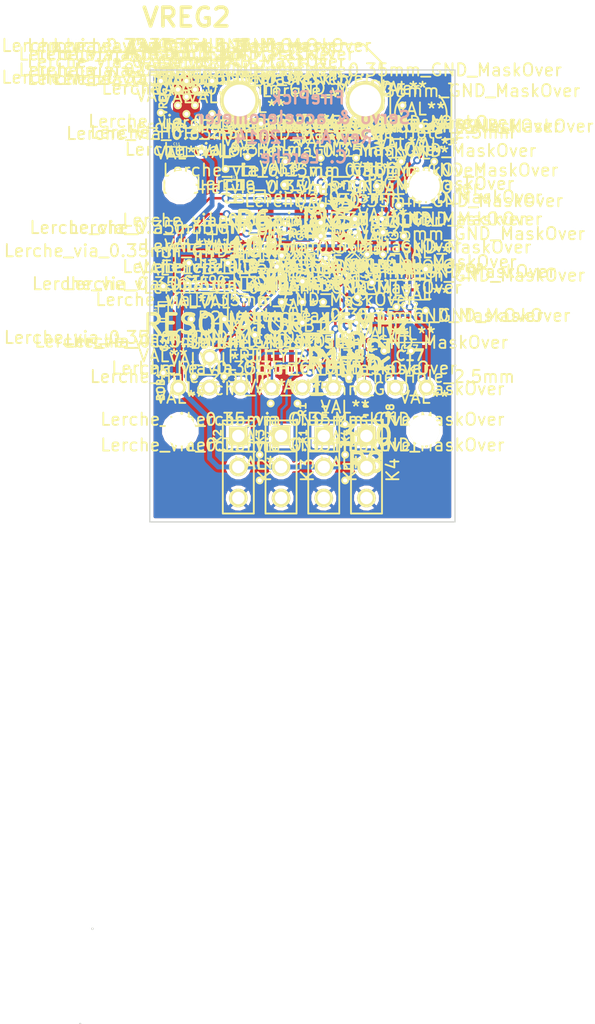
<source format=kicad_pcb>
(kicad_pcb (version 3) (host pcbnew "(2013-07-07 BZR 4022)-stable")

  (general
    (links 134)
    (no_connects 0)
    (area 214.998334 119.6256 271.201666 203.1025)
    (thickness 1.6)
    (drawings 37)
    (tracks 252)
    (zones 0)
    (modules 92)
    (nets 26)
  )

  (page A3)
  (layers
    (15 F.Cu signal)
    (0 B.Cu signal)
    (16 B.Adhes user)
    (17 F.Adhes user)
    (18 B.Paste user)
    (19 F.Paste user)
    (20 B.SilkS user)
    (21 F.SilkS user)
    (22 B.Mask user)
    (23 F.Mask user)
    (24 Dwgs.User user)
    (25 Cmts.User user)
    (26 Eco1.User user)
    (27 Eco2.User user)
    (28 Edge.Cuts user)
  )

  (setup
    (last_trace_width 0.2)
    (user_trace_width 0.16)
    (user_trace_width 0.2)
    (user_trace_width 0.254)
    (user_trace_width 0.3)
    (user_trace_width 0.35)
    (user_trace_width 0.4)
    (user_trace_width 0.45)
    (user_trace_width 0.5)
    (user_trace_width 0.6)
    (user_trace_width 0.7)
    (user_trace_width 0.8)
    (user_trace_width 1)
    (trace_clearance 0.16)
    (zone_clearance 0.254)
    (zone_45_only no)
    (trace_min 0.16)
    (segment_width 0.2)
    (edge_width 0.1)
    (via_size 0.65)
    (via_drill 0.35)
    (via_min_size 0.65)
    (via_min_drill 0.35)
    (user_via 0.65 0.35)
    (user_via 0.7 0.4)
    (user_via 0.75 0.45)
    (user_via 0.8 0.5)
    (user_via 0.9 0.55)
    (user_via 0.95 0.6)
    (user_via 1 0.7)
    (user_via 1.1 0.8)
    (user_via 1.2 0.9)
    (user_via 1.3 1)
    (user_via 1.5 1.2)
    (user_via 1.7 1.5)
    (uvia_size 0.65)
    (uvia_drill 0.35)
    (uvias_allowed no)
    (uvia_min_size 0.65)
    (uvia_min_drill 0.35)
    (pcb_text_width 0.3)
    (pcb_text_size 1.5 1.5)
    (mod_edge_width 0.15)
    (mod_text_size 1 1)
    (mod_text_width 0.15)
    (pad_size 3.29946 3.29946)
    (pad_drill 0)
    (pad_to_mask_clearance 0)
    (aux_axis_origin 231 162)
    (visible_elements 7FFE7FFF)
    (pcbplotparams
      (layerselection 3178497)
      (usegerberextensions true)
      (excludeedgelayer true)
      (linewidth 0.150000)
      (plotframeref false)
      (viasonmask false)
      (mode 1)
      (useauxorigin false)
      (hpglpennumber 1)
      (hpglpenspeed 20)
      (hpglpendiameter 15)
      (hpglpenoverlay 2)
      (psnegative false)
      (psa4output false)
      (plotreference true)
      (plotvalue true)
      (plotothertext true)
      (plotinvisibletext false)
      (padsonsilk false)
      (subtractmaskfromsilk false)
      (outputformat 1)
      (mirror false)
      (drillshape 1)
      (scaleselection 1)
      (outputdirectory ""))
  )

  (net 0 "")
  (net 1 +12V)
  (net 2 +5V)
  (net 3 DOUT_STATUS)
  (net 4 GND)
  (net 5 MISO)
  (net 6 MOSI)
  (net 7 N-0000010)
  (net 8 N-0000017)
  (net 9 N-0000018)
  (net 10 N-0000019)
  (net 11 N-000002)
  (net 12 N-0000020)
  (net 13 N-0000021)
  (net 14 N-0000022)
  (net 15 N-0000023)
  (net 16 N-000006)
  (net 17 RXD)
  (net 18 SCK)
  (net 19 Servo1)
  (net 20 Servo2)
  (net 21 TXD)
  (net 22 WS-DIN)
  (net 23 ZPROBE)
  (net 24 ~RESET)
  (net 25 ~SS)

  (net_class Default "This is the default net class."
    (clearance 0.16)
    (trace_width 0.16)
    (via_dia 0.65)
    (via_drill 0.35)
    (uvia_dia 0.65)
    (uvia_drill 0.35)
    (add_net "")
    (add_net +12V)
    (add_net +5V)
    (add_net DOUT_STATUS)
    (add_net GND)
    (add_net MISO)
    (add_net MOSI)
    (add_net N-0000010)
    (add_net N-0000017)
    (add_net N-0000018)
    (add_net N-0000019)
    (add_net N-000002)
    (add_net N-0000020)
    (add_net N-0000021)
    (add_net N-0000022)
    (add_net N-0000023)
    (add_net N-000006)
    (add_net RXD)
    (add_net SCK)
    (add_net Servo1)
    (add_net Servo2)
    (add_net TXD)
    (add_net WS-DIN)
    (add_net ZPROBE)
    (add_net ~RESET)
    (add_net ~SS)
  )

  (module Lerche_via_0.35mm_GND_MaskOver (layer F.Cu) (tedit 539F086D) (tstamp 539F1169)
    (at 233.3 127.9)
    (attr smd)
    (fp_text reference Lerche_via_0.35mm_GND_MaskOver (at 0 -2.9) (layer F.SilkS)
      (effects (font (size 1 1) (thickness 0.15)))
    )
    (fp_text value VAL** (at 0 -1.4) (layer F.SilkS)
      (effects (font (size 1 1) (thickness 0.15)))
    )
    (pad "" thru_hole circle (at 0 0) (size 0.65 0.65) (drill 0.35)
      (layers *.Cu *.Mask F.SilkS)
      (net 2 +5V)
      (solder_mask_margin -0.35)
      (clearance 0.001)
      (zone_connect 2)
    )
  )

  (module Lerche_via_0.35mm_GND_MaskOver (layer F.Cu) (tedit 539F086D) (tstamp 539F1165)
    (at 233.3 126.6)
    (attr smd)
    (fp_text reference Lerche_via_0.35mm_GND_MaskOver (at 0 -2.9) (layer F.SilkS)
      (effects (font (size 1 1) (thickness 0.15)))
    )
    (fp_text value VAL** (at 0 -1.4) (layer F.SilkS)
      (effects (font (size 1 1) (thickness 0.15)))
    )
    (pad "" thru_hole circle (at 0 0) (size 0.65 0.65) (drill 0.35)
      (layers *.Cu *.Mask F.SilkS)
      (net 2 +5V)
      (solder_mask_margin -0.35)
      (clearance 0.001)
      (zone_connect 2)
    )
  )

  (module Lerche_via_0.35mm_GND_MaskOver (layer F.Cu) (tedit 539F086D) (tstamp 539F1161)
    (at 234.7 126.6)
    (attr smd)
    (fp_text reference Lerche_via_0.35mm_GND_MaskOver (at 0 -2.9) (layer F.SilkS)
      (effects (font (size 1 1) (thickness 0.15)))
    )
    (fp_text value VAL** (at 0 -1.4) (layer F.SilkS)
      (effects (font (size 1 1) (thickness 0.15)))
    )
    (pad "" thru_hole circle (at 0 0) (size 0.65 0.65) (drill 0.35)
      (layers *.Cu *.Mask F.SilkS)
      (net 2 +5V)
      (solder_mask_margin -0.35)
      (clearance 0.001)
      (zone_connect 2)
    )
  )

  (module Lerche_via_0.35mm_GND_MaskOver (layer F.Cu) (tedit 539F086D) (tstamp 539F115D)
    (at 234 128.6)
    (attr smd)
    (fp_text reference Lerche_via_0.35mm_GND_MaskOver (at 0 -2.9) (layer F.SilkS)
      (effects (font (size 1 1) (thickness 0.15)))
    )
    (fp_text value VAL** (at 0 -1.4) (layer F.SilkS)
      (effects (font (size 1 1) (thickness 0.15)))
    )
    (pad "" thru_hole circle (at 0 0) (size 0.65 0.65) (drill 0.35)
      (layers *.Cu *.Mask F.SilkS)
      (net 2 +5V)
      (solder_mask_margin -0.35)
      (clearance 0.001)
      (zone_connect 2)
    )
  )

  (module Lerche_via_0.35mm_GND_MaskOver (layer F.Cu) (tedit 539F086D) (tstamp 539F1159)
    (at 234 127.2)
    (attr smd)
    (fp_text reference Lerche_via_0.35mm_GND_MaskOver (at 0 -2.9) (layer F.SilkS)
      (effects (font (size 1 1) (thickness 0.15)))
    )
    (fp_text value VAL** (at 0 -1.4) (layer F.SilkS)
      (effects (font (size 1 1) (thickness 0.15)))
    )
    (pad "" thru_hole circle (at 0 0) (size 0.65 0.65) (drill 0.35)
      (layers *.Cu *.Mask F.SilkS)
      (net 2 +5V)
      (solder_mask_margin -0.35)
      (clearance 0.001)
      (zone_connect 2)
    )
  )

  (module Lerche_via_0.35mm_GND_MaskOver (layer F.Cu) (tedit 539F086D) (tstamp 539F1153)
    (at 234.7 127.9)
    (attr smd)
    (fp_text reference Lerche_via_0.35mm_GND_MaskOver (at 0 -2.9) (layer F.SilkS)
      (effects (font (size 1 1) (thickness 0.15)))
    )
    (fp_text value VAL** (at 0 -1.4) (layer F.SilkS)
      (effects (font (size 1 1) (thickness 0.15)))
    )
    (pad "" thru_hole circle (at 0 0) (size 0.65 0.65) (drill 0.35)
      (layers *.Cu *.Mask F.SilkS)
      (net 2 +5V)
      (solder_mask_margin -0.35)
      (clearance 0.001)
      (zone_connect 2)
    )
  )

  (module so-8   placed (layer F.Cu) (tedit 48A6C16E) (tstamp 5399250D)
    (at 235.5 141.25)
    (descr SO-8)
    (path /53973410)
    (attr smd)
    (fp_text reference IC1 (at 0 -1.016) (layer F.SilkS)
      (effects (font (size 0.7493 0.7493) (thickness 0.14986)))
    )
    (fp_text value ST490 (at 0 1.016) (layer F.SilkS)
      (effects (font (size 0.7493 0.7493) (thickness 0.14986)))
    )
    (fp_line (start -2.413 -1.9812) (end -2.413 1.9812) (layer F.SilkS) (width 0.127))
    (fp_line (start -2.413 1.9812) (end 2.413 1.9812) (layer F.SilkS) (width 0.127))
    (fp_line (start 2.413 1.9812) (end 2.413 -1.9812) (layer F.SilkS) (width 0.127))
    (fp_line (start 2.413 -1.9812) (end -2.413 -1.9812) (layer F.SilkS) (width 0.127))
    (fp_line (start -1.905 -1.9812) (end -1.905 -3.0734) (layer F.SilkS) (width 0.127))
    (fp_line (start -0.635 -1.9812) (end -0.635 -3.0734) (layer F.SilkS) (width 0.127))
    (fp_line (start 0.635 -1.9812) (end 0.635 -3.0734) (layer F.SilkS) (width 0.127))
    (fp_line (start 1.905 -3.0734) (end 1.905 -1.9812) (layer F.SilkS) (width 0.127))
    (fp_line (start 1.905 1.9812) (end 1.905 3.0734) (layer F.SilkS) (width 0.127))
    (fp_line (start 0.635 3.0734) (end 0.635 1.9812) (layer F.SilkS) (width 0.127))
    (fp_line (start -0.635 3.0734) (end -0.635 1.9812) (layer F.SilkS) (width 0.127))
    (fp_line (start -1.905 3.0734) (end -1.905 1.9812) (layer F.SilkS) (width 0.127))
    (fp_circle (center -1.6764 1.2446) (end -1.9558 1.6256) (layer F.SilkS) (width 0.127))
    (pad 1 smd rect (at -1.905 2.794) (size 0.635 1.27)
      (layers F.Cu F.Paste F.Mask)
      (net 2 +5V)
    )
    (pad 2 smd rect (at -0.635 2.794) (size 0.635 1.27)
      (layers F.Cu F.Paste F.Mask)
      (net 17 RXD)
    )
    (pad 3 smd rect (at 0.635 2.794) (size 0.635 1.27)
      (layers F.Cu F.Paste F.Mask)
      (net 21 TXD)
    )
    (pad 4 smd rect (at 1.905 2.794) (size 0.635 1.27)
      (layers F.Cu F.Paste F.Mask)
      (net 4 GND)
    )
    (pad 5 smd rect (at 1.905 -2.794) (size 0.635 1.27)
      (layers F.Cu F.Paste F.Mask)
      (net 10 N-0000019)
    )
    (pad 6 smd rect (at 0.635 -2.794) (size 0.635 1.27)
      (layers F.Cu F.Paste F.Mask)
      (net 12 N-0000020)
    )
    (pad 7 smd rect (at -0.635 -2.794) (size 0.635 1.27)
      (layers F.Cu F.Paste F.Mask)
      (net 15 N-0000023)
    )
    (pad 8 smd rect (at -1.905 -2.794) (size 0.635 1.27)
      (layers F.Cu F.Paste F.Mask)
      (net 13 N-0000021)
    )
    (model smd/smd_dil/so-8.wrl
      (at (xyz 0 0 0))
      (scale (xyz 1 1 1))
      (rotate (xyz 0 0 0))
    )
  )

  (module QFN32-5x5   placed (layer F.Cu) (tedit 53A116F0) (tstamp 539925CA)
    (at 243.5 144 45)
    (descr QFN32-5x5)
    (path /5395311E)
    (attr smd)
    (fp_text reference IC3 (at 3.302 3.048 45) (layer F.SilkS)
      (effects (font (size 0.762 0.762) (thickness 0.127)))
    )
    (fp_text value ATMEGA328P-M (at 3.937 -2.667 45) (layer F.SilkS) hide
      (effects (font (size 0.762 0.635) (thickness 0.1524)))
    )
    (fp_line (start 2.794 2.794) (end -2.794 2.794) (layer F.SilkS) (width 0.127))
    (fp_line (start -2.794 2.794) (end -2.794 2.667) (layer F.SilkS) (width 0.127))
    (fp_line (start -2.286 -2.794) (end 2.794 -2.794) (layer F.SilkS) (width 0.127))
    (fp_line (start 2.794 -2.794) (end 2.794 2.794) (layer F.SilkS) (width 0.127))
    (fp_line (start -2.794 2.667) (end -2.794 -2.286) (layer F.SilkS) (width 0.127))
    (fp_line (start -2.794 -2.286) (end -2.286 -2.794) (layer F.SilkS) (width 0.127))
    (fp_circle (center -2.25298 -2.25298) (end -2.25298 -2.50444) (layer F.SilkS) (width 0.1524))
    (pad 1 smd rect (at -2.39776 -1.74752 45) (size 0.59944 0.24892)
      (layers F.Cu F.Paste F.Mask)
    )
    (pad 2 smd rect (at -2.39776 -1.24714 45) (size 0.59944 0.24892)
      (layers F.Cu F.Paste F.Mask)
    )
    (pad 3 smd rect (at -2.39776 -0.74676 45) (size 0.59944 0.24892)
      (layers F.Cu F.Paste F.Mask)
      (net 4 GND)
    )
    (pad 4 smd rect (at -2.39776 -0.24638 45) (size 0.59944 0.24892)
      (layers F.Cu F.Paste F.Mask)
      (net 2 +5V)
    )
    (pad 5 smd rect (at -2.39776 0.25146 45) (size 0.59944 0.24892)
      (layers F.Cu F.Paste F.Mask)
      (net 4 GND)
    )
    (pad 6 smd rect (at -2.39776 0.75184 45) (size 0.59944 0.24892)
      (layers F.Cu F.Paste F.Mask)
      (net 2 +5V)
    )
    (pad 7 smd rect (at -2.39776 1.25222 45) (size 0.59944 0.24892)
      (layers F.Cu F.Paste F.Mask)
      (net 9 N-0000018)
    )
    (pad 8 smd rect (at -2.39776 1.7526 45) (size 0.59944 0.24892)
      (layers F.Cu F.Paste F.Mask)
      (net 8 N-0000017)
    )
    (pad 13 smd rect (at 0.24892 2.40284 45) (size 0.24892 0.59944)
      (layers F.Cu F.Paste F.Mask)
    )
    (pad 14 smd rect (at 0.74676 2.40284 45) (size 0.24892 0.59944)
      (layers F.Cu F.Paste F.Mask)
      (net 25 ~SS)
    )
    (pad 15 smd rect (at 1.24714 2.40284 45) (size 0.24892 0.59944)
      (layers F.Cu F.Paste F.Mask)
      (net 6 MOSI)
    )
    (pad 16 smd rect (at 1.74752 2.40284 45) (size 0.24892 0.59944)
      (layers F.Cu F.Paste F.Mask)
      (net 5 MISO)
    )
    (pad 33 smd rect (at 0 0 45) (size 3.29946 3.29946)
      (layers F.Cu F.Paste F.Mask)
      (net 4 GND)
    )
    (pad 9 smd rect (at -1.75006 2.40284 45) (size 0.24892 0.59944)
      (layers F.Cu F.Paste F.Mask)
      (net 19 Servo1)
    )
    (pad 10 smd rect (at -1.24968 2.40284 45) (size 0.24892 0.59944)
      (layers F.Cu F.Paste F.Mask)
      (net 20 Servo2)
    )
    (pad 11 smd rect (at -0.7493 2.40284 45) (size 0.24892 0.59944)
      (layers F.Cu F.Paste F.Mask)
    )
    (pad 12 smd rect (at -0.25146 2.40284 45) (size 0.24892 0.59944)
      (layers F.Cu F.Paste F.Mask)
      (net 23 ZPROBE)
    )
    (pad 17 smd rect (at 2.39776 1.74752 45) (size 0.59944 0.24892)
      (layers F.Cu F.Paste F.Mask)
      (net 18 SCK)
    )
    (pad 18 smd rect (at 2.4003 1.24714 45) (size 0.59944 0.24892)
      (layers F.Cu F.Paste F.Mask)
      (net 2 +5V)
    )
    (pad 19 smd rect (at 2.4003 0.7493 45) (size 0.59944 0.24892)
      (layers F.Cu F.Paste F.Mask)
    )
    (pad 20 smd rect (at 2.4003 0.24892 45) (size 0.59944 0.24892)
      (layers F.Cu F.Paste F.Mask)
      (net 14 N-0000022)
    )
    (pad 21 smd rect (at 2.4003 -0.25146 45) (size 0.59944 0.24892)
      (layers F.Cu F.Paste F.Mask)
      (net 4 GND)
    )
    (pad 22 smd rect (at 2.4003 -0.75184 45) (size 0.59944 0.24892)
      (layers F.Cu F.Paste F.Mask)
    )
    (pad 23 smd rect (at 2.4003 -1.25222 45) (size 0.59944 0.24892)
      (layers F.Cu F.Paste F.Mask)
      (net 16 N-000006)
    )
    (pad 24 smd rect (at 2.4003 -1.7526 45) (size 0.59944 0.24892)
      (layers F.Cu F.Paste F.Mask)
    )
    (pad 25 smd rect (at 1.75006 -2.4003 45) (size 0.24892 0.59944)
      (layers F.Cu F.Paste F.Mask)
      (net 3 DOUT_STATUS)
    )
    (pad 26 smd rect (at 1.24968 -2.4003 45) (size 0.24892 0.59944)
      (layers F.Cu F.Paste F.Mask)
    )
    (pad 27 smd rect (at 0.7493 -2.4003 45) (size 0.24892 0.59944)
      (layers F.Cu F.Paste F.Mask)
    )
    (pad 28 smd rect (at 0.25146 -2.4003 45) (size 0.24892 0.59944)
      (layers F.Cu F.Paste F.Mask)
    )
    (pad 29 smd rect (at -0.24892 -2.4003 45) (size 0.24892 0.59944)
      (layers F.Cu F.Paste F.Mask)
      (net 24 ~RESET)
    )
    (pad 30 smd rect (at -0.7493 -2.4003 45) (size 0.24892 0.59944)
      (layers F.Cu F.Paste F.Mask)
      (net 17 RXD)
    )
    (pad 31 smd rect (at -1.24968 -2.4003 45) (size 0.24892 0.59944)
      (layers F.Cu F.Paste F.Mask)
      (net 21 TXD)
    )
    (pad 32 smd rect (at -1.75006 -2.4003 45) (size 0.24892 0.59944)
      (layers F.Cu F.Paste F.Mask)
    )
    (model modules/3d/smd_qfn/s-pvqfn-n32.wrl
      (at (xyz 0 0 0))
      (scale (xyz 1 1 1))
      (rotate (xyz 0 0 0))
    )
  )

  (module PIN_ARRAY_3X1   placed (layer F.Cu) (tedit 539A7B55) (tstamp 539925F1)
    (at 245.25 157.5 270)
    (descr "Connecteur 3 pins")
    (tags "CONN DEV")
    (path /53977770)
    (fp_text reference K1 (at 0.254 -2.159 270) (layer F.SilkS)
      (effects (font (size 1.016 1.016) (thickness 0.1524)))
    )
    (fp_text value CONN_3 (at 0 -2.159 270) (layer F.SilkS) hide
      (effects (font (size 1.016 1.016) (thickness 0.1524)))
    )
    (fp_line (start -3.81 1.27) (end -3.81 -1.27) (layer F.SilkS) (width 0.1524))
    (fp_line (start -3.81 -1.27) (end 3.81 -1.27) (layer F.SilkS) (width 0.1524))
    (fp_line (start 3.81 -1.27) (end 3.81 1.27) (layer F.SilkS) (width 0.1524))
    (fp_line (start 3.81 1.27) (end -3.81 1.27) (layer F.SilkS) (width 0.1524))
    (fp_line (start -1.27 -1.27) (end -1.27 1.27) (layer F.SilkS) (width 0.1524))
    (pad 1 thru_hole rect (at -2.54 0 270) (size 1.524 1.524) (drill 1.016)
      (layers *.Cu *.Mask F.SilkS)
      (net 11 N-000002)
    )
    (pad 2 thru_hole circle (at 0 0 270) (size 1.524 1.524) (drill 1.016)
      (layers *.Cu *.Mask F.SilkS)
      (net 2 +5V)
    )
    (pad 3 thru_hole circle (at 2.54 0 270) (size 1.524 1.524) (drill 1.016)
      (layers *.Cu *.Mask F.SilkS)
      (net 4 GND)
    )
    (model pin_array/pins_array_3x1.wrl
      (at (xyz 0 0 0))
      (scale (xyz 1 1 1))
      (rotate (xyz 0 0 0))
    )
  )

  (module PIN_ARRAY_3X1   placed (layer F.Cu) (tedit 4C1130E0) (tstamp 539925FD)
    (at 241.75 157.5 270)
    (descr "Connecteur 3 pins")
    (tags "CONN DEV")
    (path /539757A3)
    (fp_text reference K3 (at 0.254 -2.159 270) (layer F.SilkS)
      (effects (font (size 1.016 1.016) (thickness 0.1524)))
    )
    (fp_text value CONN_3 (at 0 -2.159 270) (layer F.SilkS) hide
      (effects (font (size 1.016 1.016) (thickness 0.1524)))
    )
    (fp_line (start -3.81 1.27) (end -3.81 -1.27) (layer F.SilkS) (width 0.1524))
    (fp_line (start -3.81 -1.27) (end 3.81 -1.27) (layer F.SilkS) (width 0.1524))
    (fp_line (start 3.81 -1.27) (end 3.81 1.27) (layer F.SilkS) (width 0.1524))
    (fp_line (start 3.81 1.27) (end -3.81 1.27) (layer F.SilkS) (width 0.1524))
    (fp_line (start -1.27 -1.27) (end -1.27 1.27) (layer F.SilkS) (width 0.1524))
    (pad 1 thru_hole rect (at -2.54 0 270) (size 1.524 1.524) (drill 1.016)
      (layers *.Cu *.Mask F.SilkS)
      (net 20 Servo2)
    )
    (pad 2 thru_hole circle (at 0 0 270) (size 1.524 1.524) (drill 1.016)
      (layers *.Cu *.Mask F.SilkS)
      (net 2 +5V)
    )
    (pad 3 thru_hole circle (at 2.54 0 270) (size 1.524 1.524) (drill 1.016)
      (layers *.Cu *.Mask F.SilkS)
      (net 4 GND)
    )
    (model pin_array/pins_array_3x1.wrl
      (at (xyz 0 0 0))
      (scale (xyz 1 1 1))
      (rotate (xyz 0 0 0))
    )
  )

  (module PIN_ARRAY_3X1   placed (layer F.Cu) (tedit 4C1130E0) (tstamp 53992609)
    (at 238.25 157.5 270)
    (descr "Connecteur 3 pins")
    (tags "CONN DEV")
    (path /53975796)
    (fp_text reference K2 (at 0.254 -2.159 270) (layer F.SilkS)
      (effects (font (size 1.016 1.016) (thickness 0.1524)))
    )
    (fp_text value CONN_3 (at 0 -2.159 270) (layer F.SilkS) hide
      (effects (font (size 1.016 1.016) (thickness 0.1524)))
    )
    (fp_line (start -3.81 1.27) (end -3.81 -1.27) (layer F.SilkS) (width 0.1524))
    (fp_line (start -3.81 -1.27) (end 3.81 -1.27) (layer F.SilkS) (width 0.1524))
    (fp_line (start 3.81 -1.27) (end 3.81 1.27) (layer F.SilkS) (width 0.1524))
    (fp_line (start 3.81 1.27) (end -3.81 1.27) (layer F.SilkS) (width 0.1524))
    (fp_line (start -1.27 -1.27) (end -1.27 1.27) (layer F.SilkS) (width 0.1524))
    (pad 1 thru_hole rect (at -2.54 0 270) (size 1.524 1.524) (drill 1.016)
      (layers *.Cu *.Mask F.SilkS)
      (net 19 Servo1)
    )
    (pad 2 thru_hole circle (at 0 0 270) (size 1.524 1.524) (drill 1.016)
      (layers *.Cu *.Mask F.SilkS)
      (net 2 +5V)
    )
    (pad 3 thru_hole circle (at 2.54 0 270) (size 1.524 1.524) (drill 1.016)
      (layers *.Cu *.Mask F.SilkS)
      (net 4 GND)
    )
    (model pin_array/pins_array_3x1.wrl
      (at (xyz 0 0 0))
      (scale (xyz 1 1 1))
      (rotate (xyz 0 0 0))
    )
  )

  (module Lerche_CSTCE_G_Resonator   placed (layer F.Cu) (tedit 51CE011D) (tstamp 539928E7)
    (at 241.4 148.7)
    (path /539397E8)
    (fp_text reference X1 (at 0 -6.1) (layer F.SilkS)
      (effects (font (size 1.524 1.524) (thickness 0.3048)))
    )
    (fp_text value RESONATOR_16MHz (at 0 -2.9) (layer F.SilkS)
      (effects (font (size 1.524 1.524) (thickness 0.3048)))
    )
    (fp_line (start -1.6 -0.7) (end -1.6 0.7) (layer F.SilkS) (width 0.2))
    (fp_line (start -0.4 0.7) (end -0.8 0.7) (layer F.SilkS) (width 0.2))
    (fp_line (start 0.8 0.7) (end 0.4 0.7) (layer F.SilkS) (width 0.2))
    (fp_line (start -0.4 -0.7) (end -0.8 -0.7) (layer F.SilkS) (width 0.2))
    (fp_line (start 0.8 -0.7) (end 0.4 -0.7) (layer F.SilkS) (width 0.2))
    (fp_line (start 1.6 -0.7) (end 1.6 0.7) (layer F.SilkS) (width 0.2))
    (pad 1 smd rect (at -1.2 0) (size 0.4 2)
      (layers F.Cu F.Paste F.Mask)
      (net 9 N-0000018)
    )
    (pad 2 smd rect (at 0 0) (size 0.4 2)
      (layers F.Cu F.Paste F.Mask)
      (net 4 GND)
    )
    (pad 3 smd rect (at 1.2 0) (size 0.4 2)
      (layers F.Cu F.Paste F.Mask)
      (net 8 N-0000017)
    )
    (model modules/3d/crystal_smd_5x3.2mm.wrl
      (at (xyz 0 0 0))
      (scale (xyz 0.6 0.5 0.6))
      (rotate (xyz 0 0 0))
    )
  )

  (module c_0603   placed (layer F.Cu) (tedit 490472AA) (tstamp 53992967)
    (at 238.7 145.8 45)
    (descr "SMT capacitor, 0603")
    (path /53973E2E)
    (fp_text reference C4 (at 0 -0.635 45) (layer F.SilkS)
      (effects (font (size 0.20066 0.20066) (thickness 0.04064)))
    )
    (fp_text value 0.1uF (at 0 0.635 45) (layer F.SilkS) hide
      (effects (font (size 0.20066 0.20066) (thickness 0.04064)))
    )
    (fp_line (start 0.5588 0.4064) (end 0.5588 -0.4064) (layer F.SilkS) (width 0.127))
    (fp_line (start -0.5588 -0.381) (end -0.5588 0.4064) (layer F.SilkS) (width 0.127))
    (fp_line (start -0.8128 -0.4064) (end 0.8128 -0.4064) (layer F.SilkS) (width 0.127))
    (fp_line (start 0.8128 -0.4064) (end 0.8128 0.4064) (layer F.SilkS) (width 0.127))
    (fp_line (start 0.8128 0.4064) (end -0.8128 0.4064) (layer F.SilkS) (width 0.127))
    (fp_line (start -0.8128 0.4064) (end -0.8128 -0.4064) (layer F.SilkS) (width 0.127))
    (pad 1 smd rect (at 0.75184 0 45) (size 0.89916 1.00076)
      (layers F.Cu F.Paste F.Mask)
      (net 2 +5V)
    )
    (pad 2 smd rect (at -0.75184 0 45) (size 0.89916 1.00076)
      (layers F.Cu F.Paste F.Mask)
      (net 4 GND)
    )
    (model smd/capacitors/c_0603.wrl
      (at (xyz 0 0 0))
      (scale (xyz 1 1 1))
      (rotate (xyz 0 0 0))
    )
  )

  (module c_0603   placed (layer F.Cu) (tedit 490472AA) (tstamp 53992973)
    (at 232.1 144.8 90)
    (descr "SMT capacitor, 0603")
    (path /5393D430)
    (fp_text reference C16 (at 0 -0.635 90) (layer F.SilkS)
      (effects (font (size 0.20066 0.20066) (thickness 0.04064)))
    )
    (fp_text value 0.1uF (at 0 0.635 90) (layer F.SilkS) hide
      (effects (font (size 0.20066 0.20066) (thickness 0.04064)))
    )
    (fp_line (start 0.5588 0.4064) (end 0.5588 -0.4064) (layer F.SilkS) (width 0.127))
    (fp_line (start -0.5588 -0.381) (end -0.5588 0.4064) (layer F.SilkS) (width 0.127))
    (fp_line (start -0.8128 -0.4064) (end 0.8128 -0.4064) (layer F.SilkS) (width 0.127))
    (fp_line (start 0.8128 -0.4064) (end 0.8128 0.4064) (layer F.SilkS) (width 0.127))
    (fp_line (start 0.8128 0.4064) (end -0.8128 0.4064) (layer F.SilkS) (width 0.127))
    (fp_line (start -0.8128 0.4064) (end -0.8128 -0.4064) (layer F.SilkS) (width 0.127))
    (pad 1 smd rect (at 0.75184 0 90) (size 0.89916 1.00076)
      (layers F.Cu F.Paste F.Mask)
      (net 2 +5V)
    )
    (pad 2 smd rect (at -0.75184 0 90) (size 0.89916 1.00076)
      (layers F.Cu F.Paste F.Mask)
      (net 4 GND)
    )
    (model smd/capacitors/c_0603.wrl
      (at (xyz 0 0 0))
      (scale (xyz 1 1 1))
      (rotate (xyz 0 0 0))
    )
  )

  (module c_0603   placed (layer F.Cu) (tedit 490472AA) (tstamp 5399297F)
    (at 237.9 134.4)
    (descr "SMT capacitor, 0603")
    (path /5393D3B9)
    (fp_text reference C13 (at 0 -0.635) (layer F.SilkS)
      (effects (font (size 0.20066 0.20066) (thickness 0.04064)))
    )
    (fp_text value 0.1uF (at 0 0.635) (layer F.SilkS) hide
      (effects (font (size 0.20066 0.20066) (thickness 0.04064)))
    )
    (fp_line (start 0.5588 0.4064) (end 0.5588 -0.4064) (layer F.SilkS) (width 0.127))
    (fp_line (start -0.5588 -0.381) (end -0.5588 0.4064) (layer F.SilkS) (width 0.127))
    (fp_line (start -0.8128 -0.4064) (end 0.8128 -0.4064) (layer F.SilkS) (width 0.127))
    (fp_line (start 0.8128 -0.4064) (end 0.8128 0.4064) (layer F.SilkS) (width 0.127))
    (fp_line (start 0.8128 0.4064) (end -0.8128 0.4064) (layer F.SilkS) (width 0.127))
    (fp_line (start -0.8128 0.4064) (end -0.8128 -0.4064) (layer F.SilkS) (width 0.127))
    (pad 1 smd rect (at 0.75184 0) (size 0.89916 1.00076)
      (layers F.Cu F.Paste F.Mask)
      (net 1 +12V)
    )
    (pad 2 smd rect (at -0.75184 0) (size 0.89916 1.00076)
      (layers F.Cu F.Paste F.Mask)
      (net 4 GND)
    )
    (model smd/capacitors/c_0603.wrl
      (at (xyz 0 0 0))
      (scale (xyz 1 1 1))
      (rotate (xyz 0 0 0))
    )
  )

  (module c_0603   placed (layer F.Cu) (tedit 490472AA) (tstamp 539929A3)
    (at 247 148.3 90)
    (descr "SMT capacitor, 0603")
    (path /5397886C)
    (fp_text reference C2 (at 0 -0.635 90) (layer F.SilkS)
      (effects (font (size 0.20066 0.20066) (thickness 0.04064)))
    )
    (fp_text value 0.1uF (at 0 0.635 90) (layer F.SilkS) hide
      (effects (font (size 0.20066 0.20066) (thickness 0.04064)))
    )
    (fp_line (start 0.5588 0.4064) (end 0.5588 -0.4064) (layer F.SilkS) (width 0.127))
    (fp_line (start -0.5588 -0.381) (end -0.5588 0.4064) (layer F.SilkS) (width 0.127))
    (fp_line (start -0.8128 -0.4064) (end 0.8128 -0.4064) (layer F.SilkS) (width 0.127))
    (fp_line (start 0.8128 -0.4064) (end 0.8128 0.4064) (layer F.SilkS) (width 0.127))
    (fp_line (start 0.8128 0.4064) (end -0.8128 0.4064) (layer F.SilkS) (width 0.127))
    (fp_line (start -0.8128 0.4064) (end -0.8128 -0.4064) (layer F.SilkS) (width 0.127))
    (pad 1 smd rect (at 0.75184 0 90) (size 0.89916 1.00076)
      (layers F.Cu F.Paste F.Mask)
      (net 23 ZPROBE)
    )
    (pad 2 smd rect (at -0.75184 0 90) (size 0.89916 1.00076)
      (layers F.Cu F.Paste F.Mask)
      (net 4 GND)
    )
    (model smd/capacitors/c_0603.wrl
      (at (xyz 0 0 0))
      (scale (xyz 1 1 1))
      (rotate (xyz 0 0 0))
    )
  )

  (module c_0603   placed (layer F.Cu) (tedit 490472AA) (tstamp 539929BB)
    (at 233.2 131.7)
    (descr "SMT capacitor, 0603")
    (path /5393B205)
    (fp_text reference C11 (at 0 -0.635) (layer F.SilkS)
      (effects (font (size 0.20066 0.20066) (thickness 0.04064)))
    )
    (fp_text value 0.1uF (at 0 0.635) (layer F.SilkS) hide
      (effects (font (size 0.20066 0.20066) (thickness 0.04064)))
    )
    (fp_line (start 0.5588 0.4064) (end 0.5588 -0.4064) (layer F.SilkS) (width 0.127))
    (fp_line (start -0.5588 -0.381) (end -0.5588 0.4064) (layer F.SilkS) (width 0.127))
    (fp_line (start -0.8128 -0.4064) (end 0.8128 -0.4064) (layer F.SilkS) (width 0.127))
    (fp_line (start 0.8128 -0.4064) (end 0.8128 0.4064) (layer F.SilkS) (width 0.127))
    (fp_line (start 0.8128 0.4064) (end -0.8128 0.4064) (layer F.SilkS) (width 0.127))
    (fp_line (start -0.8128 0.4064) (end -0.8128 -0.4064) (layer F.SilkS) (width 0.127))
    (pad 1 smd rect (at 0.75184 0) (size 0.89916 1.00076)
      (layers F.Cu F.Paste F.Mask)
      (net 2 +5V)
    )
    (pad 2 smd rect (at -0.75184 0) (size 0.89916 1.00076)
      (layers F.Cu F.Paste F.Mask)
      (net 4 GND)
    )
    (model smd/capacitors/c_0603.wrl
      (at (xyz 0 0 0))
      (scale (xyz 1 1 1))
      (rotate (xyz 0 0 0))
    )
  )

  (module c_0603   placed (layer F.Cu) (tedit 490472AA) (tstamp 53992ADB)
    (at 246.8 141.8 315)
    (descr "SMT capacitor, 0603")
    (path /53953A0F)
    (fp_text reference C8 (at 0 -0.635 315) (layer F.SilkS)
      (effects (font (size 0.20066 0.20066) (thickness 0.04064)))
    )
    (fp_text value 0.1uF (at 0 0.635 315) (layer F.SilkS) hide
      (effects (font (size 0.20066 0.20066) (thickness 0.04064)))
    )
    (fp_line (start 0.5588 0.4064) (end 0.5588 -0.4064) (layer F.SilkS) (width 0.127))
    (fp_line (start -0.5588 -0.381) (end -0.5588 0.4064) (layer F.SilkS) (width 0.127))
    (fp_line (start -0.8128 -0.4064) (end 0.8128 -0.4064) (layer F.SilkS) (width 0.127))
    (fp_line (start 0.8128 -0.4064) (end 0.8128 0.4064) (layer F.SilkS) (width 0.127))
    (fp_line (start 0.8128 0.4064) (end -0.8128 0.4064) (layer F.SilkS) (width 0.127))
    (fp_line (start -0.8128 0.4064) (end -0.8128 -0.4064) (layer F.SilkS) (width 0.127))
    (pad 1 smd rect (at 0.75184 0 315) (size 0.89916 1.00076)
      (layers F.Cu F.Paste F.Mask)
      (net 2 +5V)
    )
    (pad 2 smd rect (at -0.75184 0 315) (size 0.89916 1.00076)
      (layers F.Cu F.Paste F.Mask)
      (net 4 GND)
    )
    (model smd/capacitors/c_0603.wrl
      (at (xyz 0 0 0))
      (scale (xyz 1 1 1))
      (rotate (xyz 0 0 0))
    )
  )

  (module c_0603   placed (layer F.Cu) (tedit 490472AA) (tstamp 53992AE7)
    (at 247.9 140.7 315)
    (descr "SMT capacitor, 0603")
    (path /53953D66)
    (fp_text reference C15 (at 0 -0.635 315) (layer F.SilkS)
      (effects (font (size 0.20066 0.20066) (thickness 0.04064)))
    )
    (fp_text value 0.1uF (at 0 0.635 315) (layer F.SilkS) hide
      (effects (font (size 0.20066 0.20066) (thickness 0.04064)))
    )
    (fp_line (start 0.5588 0.4064) (end 0.5588 -0.4064) (layer F.SilkS) (width 0.127))
    (fp_line (start -0.5588 -0.381) (end -0.5588 0.4064) (layer F.SilkS) (width 0.127))
    (fp_line (start -0.8128 -0.4064) (end 0.8128 -0.4064) (layer F.SilkS) (width 0.127))
    (fp_line (start 0.8128 -0.4064) (end 0.8128 0.4064) (layer F.SilkS) (width 0.127))
    (fp_line (start 0.8128 0.4064) (end -0.8128 0.4064) (layer F.SilkS) (width 0.127))
    (fp_line (start -0.8128 0.4064) (end -0.8128 -0.4064) (layer F.SilkS) (width 0.127))
    (pad 1 smd rect (at 0.75184 0 315) (size 0.89916 1.00076)
      (layers F.Cu F.Paste F.Mask)
      (net 14 N-0000022)
    )
    (pad 2 smd rect (at -0.75184 0 315) (size 0.89916 1.00076)
      (layers F.Cu F.Paste F.Mask)
      (net 4 GND)
    )
    (model smd/capacitors/c_0603.wrl
      (at (xyz 0 0 0))
      (scale (xyz 1 1 1))
      (rotate (xyz 0 0 0))
    )
  )

  (module c_0603   placed (layer F.Cu) (tedit 490472AA) (tstamp 53992AF3)
    (at 239.5 140.3)
    (descr "SMT capacitor, 0603")
    (path /5395524A)
    (fp_text reference C19 (at 0 -0.635) (layer F.SilkS)
      (effects (font (size 0.20066 0.20066) (thickness 0.04064)))
    )
    (fp_text value 0.1uF (at 0 0.635) (layer F.SilkS) hide
      (effects (font (size 0.20066 0.20066) (thickness 0.04064)))
    )
    (fp_line (start 0.5588 0.4064) (end 0.5588 -0.4064) (layer F.SilkS) (width 0.127))
    (fp_line (start -0.5588 -0.381) (end -0.5588 0.4064) (layer F.SilkS) (width 0.127))
    (fp_line (start -0.8128 -0.4064) (end 0.8128 -0.4064) (layer F.SilkS) (width 0.127))
    (fp_line (start 0.8128 -0.4064) (end 0.8128 0.4064) (layer F.SilkS) (width 0.127))
    (fp_line (start 0.8128 0.4064) (end -0.8128 0.4064) (layer F.SilkS) (width 0.127))
    (fp_line (start -0.8128 0.4064) (end -0.8128 -0.4064) (layer F.SilkS) (width 0.127))
    (pad 1 smd rect (at 0.75184 0) (size 0.89916 1.00076)
      (layers F.Cu F.Paste F.Mask)
      (net 24 ~RESET)
    )
    (pad 2 smd rect (at -0.75184 0) (size 0.89916 1.00076)
      (layers F.Cu F.Paste F.Mask)
      (net 4 GND)
    )
    (model smd/capacitors/c_0603.wrl
      (at (xyz 0 0 0))
      (scale (xyz 1 1 1))
      (rotate (xyz 0 0 0))
    )
  )

  (module Lerche_R0603 (layer F.Cu) (tedit 53993755) (tstamp 5399258A)
    (at 239.5 141.6)
    (path /539396A3)
    (fp_text reference R6 (at 0 -4.24942) (layer F.SilkS)
      (effects (font (size 1.524 1.524) (thickness 0.3048)))
    )
    (fp_text value 10k (at 0 -2.04978) (layer F.SilkS)
      (effects (font (size 1.524 1.524) (thickness 0.3048)))
    )
    (fp_line (start -0.14986 0.35052) (end 0.14986 0.35052) (layer F.SilkS) (width 0.20066))
    (fp_line (start -0.14986 -0.35052) (end 0.14986 -0.35052) (layer F.SilkS) (width 0.20066))
    (pad 1 smd rect (at -0.7493 0 270) (size 1 0.9)
      (layers F.Cu F.Paste F.Mask)
      (net 2 +5V)
    )
    (pad 2 smd rect (at 0.7493 0 270) (size 1 0.9)
      (layers F.Cu F.Paste F.Mask)
      (net 24 ~RESET)
    )
    (model modules/3d/r_0603.wrl
      (at (xyz 0 0 0))
      (scale (xyz 1 1 1))
      (rotate (xyz 0 0 0))
    )
  )

  (module Lerche_R0603 (layer F.Cu) (tedit 53993755) (tstamp 53992558)
    (at 245.6 148.3 270)
    (path /539786E7)
    (fp_text reference R2 (at 0 -4.24942 270) (layer F.SilkS)
      (effects (font (size 1.524 1.524) (thickness 0.3048)))
    )
    (fp_text value 5k6 (at 0 -2.04978 270) (layer F.SilkS)
      (effects (font (size 1.524 1.524) (thickness 0.3048)))
    )
    (fp_line (start -0.14986 0.35052) (end 0.14986 0.35052) (layer F.SilkS) (width 0.20066))
    (fp_line (start -0.14986 -0.35052) (end 0.14986 -0.35052) (layer F.SilkS) (width 0.20066))
    (pad 1 smd rect (at -0.7493 0 180) (size 1 0.9)
      (layers F.Cu F.Paste F.Mask)
      (net 23 ZPROBE)
    )
    (pad 2 smd rect (at 0.7493 0 180) (size 1 0.9)
      (layers F.Cu F.Paste F.Mask)
      (net 11 N-000002)
    )
    (model modules/3d/r_0603.wrl
      (at (xyz 0 0 0))
      (scale (xyz 1 1 1))
      (rotate (xyz 0 0 0))
    )
  )

  (module Lerche_R0603 (layer F.Cu) (tedit 53993755) (tstamp 53992544)
    (at 248.7 152.9 180)
    (path /5393DC04)
    (fp_text reference R8 (at 0 -4.24942 180) (layer F.SilkS)
      (effects (font (size 1.524 1.524) (thickness 0.3048)))
    )
    (fp_text value 300 (at 0 -2.04978 180) (layer F.SilkS)
      (effects (font (size 1.524 1.524) (thickness 0.3048)))
    )
    (fp_line (start -0.14986 0.35052) (end 0.14986 0.35052) (layer F.SilkS) (width 0.20066))
    (fp_line (start -0.14986 -0.35052) (end 0.14986 -0.35052) (layer F.SilkS) (width 0.20066))
    (pad 1 smd rect (at -0.7493 0 90) (size 1 0.9)
      (layers F.Cu F.Paste F.Mask)
      (net 16 N-000006)
    )
    (pad 2 smd rect (at 0.7493 0 90) (size 1 0.9)
      (layers F.Cu F.Paste F.Mask)
      (net 22 WS-DIN)
    )
    (model modules/3d/r_0603.wrl
      (at (xyz 0 0 0))
      (scale (xyz 1 1 1))
      (rotate (xyz 0 0 0))
    )
  )

  (module Lerche_R0603 (layer F.Cu) (tedit 53993755) (tstamp 53992530)
    (at 245.3 152.9)
    (path /53977907)
    (fp_text reference R1 (at 0 -4.24942) (layer F.SilkS)
      (effects (font (size 1.524 1.524) (thickness 0.3048)))
    )
    (fp_text value 1k (at 0 -2.04978) (layer F.SilkS)
      (effects (font (size 1.524 1.524) (thickness 0.3048)))
    )
    (fp_line (start -0.14986 0.35052) (end 0.14986 0.35052) (layer F.SilkS) (width 0.20066))
    (fp_line (start -0.14986 -0.35052) (end 0.14986 -0.35052) (layer F.SilkS) (width 0.20066))
    (pad 1 smd rect (at -0.7493 0 270) (size 1 0.9)
      (layers F.Cu F.Paste F.Mask)
      (net 2 +5V)
    )
    (pad 2 smd rect (at 0.7493 0 270) (size 1 0.9)
      (layers F.Cu F.Paste F.Mask)
      (net 11 N-000002)
    )
    (model modules/3d/r_0603.wrl
      (at (xyz 0 0 0))
      (scale (xyz 1 1 1))
      (rotate (xyz 0 0 0))
    )
  )

  (module PIN_ARRAY_3X1 (layer F.Cu) (tedit 539A7B62) (tstamp 53992ADB)
    (at 248.75 157.5 270)
    (descr "Connecteur 3 pins")
    (tags "CONN DEV")
    (path /5399305E)
    (fp_text reference K4 (at 0.254 -2.159 270) (layer F.SilkS)
      (effects (font (size 1.016 1.016) (thickness 0.1524)))
    )
    (fp_text value CONN_3 (at 0 -2.159 270) (layer F.SilkS) hide
      (effects (font (size 1.016 1.016) (thickness 0.1524)))
    )
    (fp_line (start -3.81 1.27) (end -3.81 -1.27) (layer F.SilkS) (width 0.1524))
    (fp_line (start -3.81 -1.27) (end 3.81 -1.27) (layer F.SilkS) (width 0.1524))
    (fp_line (start 3.81 -1.27) (end 3.81 1.27) (layer F.SilkS) (width 0.1524))
    (fp_line (start 3.81 1.27) (end -3.81 1.27) (layer F.SilkS) (width 0.1524))
    (fp_line (start -1.27 -1.27) (end -1.27 1.27) (layer F.SilkS) (width 0.1524))
    (pad 1 thru_hole rect (at -2.54 0 270) (size 1.524 1.524) (drill 1.016)
      (layers *.Cu *.Mask F.SilkS)
      (net 22 WS-DIN)
    )
    (pad 2 thru_hole circle (at 0 0 270) (size 1.524 1.524) (drill 1.016)
      (layers *.Cu *.Mask F.SilkS)
      (net 2 +5V)
    )
    (pad 3 thru_hole circle (at 2.54 0 270) (size 1.524 1.524) (drill 1.016)
      (layers *.Cu *.Mask F.SilkS)
      (net 4 GND)
    )
    (model pin_array/pins_array_3x1.wrl
      (at (xyz 0 0 0))
      (scale (xyz 1 1 1))
      (rotate (xyz 0 0 0))
    )
  )

  (module Lerche_Molex_Microfit_0430450607 (layer F.Cu) (tedit 5399C5EA) (tstamp 5399C624)
    (at 243.5 127.5 180)
    (path /5393B3A6)
    (fp_text reference P1 (at 0 -14.5 180) (layer F.SilkS)
      (effects (font (size 1 1) (thickness 0.15)))
    )
    (fp_text value CONN_6 (at 0 -13 180) (layer F.SilkS)
      (effects (font (size 1 1) (thickness 0.15)))
    )
    (fp_line (start -6.5 1.3) (end -6.5 3.1) (layer F.SilkS) (width 0.15))
    (fp_line (start -5 4.6) (end 5 4.6) (layer F.SilkS) (width 0.15))
    (fp_line (start 6.5 3.1) (end 6.5 1.3) (layer F.SilkS) (width 0.15))
    (fp_line (start 5 4.6) (end 6.5 3.1) (layer F.SilkS) (width 0.15))
    (fp_line (start -5 4.6) (end -6.5 3.1) (layer F.SilkS) (width 0.15))
    (fp_line (start 3.9 -5.4) (end 6.5 -5.4) (layer F.SilkS) (width 0.15))
    (fp_line (start 6.5 -5.4) (end 6.5 -1.3) (layer F.SilkS) (width 0.15))
    (fp_line (start -6.5 -1.3) (end -6.5 -5.4) (layer F.SilkS) (width 0.15))
    (fp_line (start -6.5 -5.4) (end -3.9 -5.4) (layer F.SilkS) (width 0.15))
    (pad 1 smd rect (at 3 -5.47 180) (size 1.27 2.92)
      (layers F.Cu F.Paste F.Mask)
      (net 1 +12V)
    )
    (pad 4 smd rect (at 3 -10.1 180) (size 1.27 2.92)
      (layers F.Cu F.Paste F.Mask)
      (net 12 N-0000020)
    )
    (pad 2 smd rect (at 0 -5.47 180) (size 1.27 2.92)
      (layers F.Cu F.Paste F.Mask)
      (net 13 N-0000021)
    )
    (pad 3 smd rect (at -3 -5.47 180) (size 1.27 2.92)
      (layers F.Cu F.Paste F.Mask)
      (net 15 N-0000023)
    )
    (pad 5 smd rect (at 0 -10.1 180) (size 1.27 2.92)
      (layers F.Cu F.Paste F.Mask)
      (net 10 N-0000019)
    )
    (pad 6 smd rect (at -3 -10.1 180) (size 1.27 2.92)
      (layers F.Cu F.Paste F.Mask)
      (net 4 GND)
    )
    (pad SHIE thru_hole circle (at 5.15 0 180) (size 3.2 3.2) (drill 2.6)
      (layers *.Cu *.Mask F.SilkS)
    )
    (pad SHIE thru_hole circle (at -5.15 0 180) (size 3.2 3.2) (drill 2.6)
      (layers *.Cu *.Mask F.SilkS)
    )
  )

  (module Lerche_9P_2.54mm (layer F.Cu) (tedit 5205498D) (tstamp 539CC824)
    (at 243.5 151)
    (path /539CCC07)
    (fp_text reference BOB1 (at 0 -5.08) (layer F.SilkS)
      (effects (font (size 1 1) (thickness 0.15)))
    )
    (fp_text value FRUITY_ADXL345 (at 0 -2.54) (layer F.SilkS)
      (effects (font (size 1 1) (thickness 0.15)))
    )
    (pad 1 thru_hole circle (at -10.16 0) (size 1.3 1.3) (drill 0.8)
      (layers *.Cu *.Mask F.SilkS)
      (net 2 +5V)
    )
    (pad 2 thru_hole circle (at -7.62 0) (size 1.3 1.3) (drill 0.8)
      (layers *.Cu *.Mask F.SilkS)
    )
    (pad 3 thru_hole circle (at -5.08 0) (size 1.3 1.3) (drill 0.8)
      (layers *.Cu *.Mask F.SilkS)
      (net 4 GND)
    )
    (pad 4 thru_hole circle (at -2.54 0) (size 1.3 1.3) (drill 0.8)
      (layers *.Cu *.Mask F.SilkS)
      (net 25 ~SS)
    )
    (pad 5 thru_hole circle (at 0 0) (size 1.3 1.3) (drill 0.8)
      (layers *.Cu *.Mask F.SilkS)
    )
    (pad 6 thru_hole circle (at 2.54 0) (size 1.3 1.3) (drill 0.8)
      (layers *.Cu *.Mask F.SilkS)
    )
    (pad 7 thru_hole circle (at 5.08 0) (size 1.3 1.3) (drill 0.8)
      (layers *.Cu *.Mask F.SilkS)
      (net 5 MISO)
    )
    (pad 8 thru_hole circle (at 7.62 0) (size 1.3 1.3) (drill 0.8)
      (layers *.Cu *.Mask F.SilkS)
      (net 6 MOSI)
    )
    (pad 9 thru_hole circle (at 10.16 0) (size 1.3 1.3) (drill 0.8)
      (layers *.Cu *.Mask F.SilkS)
      (net 18 SCK)
    )
  )

  (module Lerche_1P_CONN (layer F.Cu) (tedit 533AC0A9) (tstamp 539CC829)
    (at 235.9 148.5)
    (path /539CD8BA)
    (fp_text reference P2 (at 0 -3.2) (layer F.SilkS)
      (effects (font (size 1 1) (thickness 0.15)))
    )
    (fp_text value CONN_1 (at 0 -1.7) (layer F.SilkS)
      (effects (font (size 1 1) (thickness 0.15)))
    )
    (pad 1 thru_hole circle (at 0 0) (size 1.3 1.3) (drill 0.8)
      (layers *.Cu *.Mask F.SilkS)
      (net 24 ~RESET)
    )
  )

  (module Lerche_SOT89 (layer F.Cu) (tedit 539CD0B9) (tstamp 53992879)
    (at 234 130.2)
    (path /5393D1E9)
    (fp_text reference VREG2 (at 0 -9.5) (layer F.SilkS)
      (effects (font (size 1.524 1.524) (thickness 0.3048)))
    )
    (fp_text value AMS1117 (at 0 -6.8) (layer F.SilkS)
      (effects (font (size 1.524 1.524) (thickness 0.3048)))
    )
    (pad 1 smd rect (at -1.5 0) (size 1 1.5)
      (layers F.Cu F.Paste F.Mask)
      (net 4 GND)
    )
    (pad 2 smd rect (at 0 0) (size 1 1.5)
      (layers F.Cu F.Paste F.Mask)
      (net 2 +5V)
    )
    (pad 3 smd rect (at 1.5 0) (size 1 1.5)
      (layers F.Cu F.Paste F.Mask)
      (net 1 +12V)
    )
    (pad 4 smd rect (at 0 -2.75) (size 2.2 2.2)
      (layers F.Cu F.Paste F.Mask)
      (net 2 +5V)
    )
    (pad 4 smd trapezoid (at 0 -1.2) (size 1.6 0.9) (rect_delta 0 -0.6 )
      (layers F.Cu F.Paste F.Mask)
      (net 2 +5V)
    )
    (pad 4 smd trapezoid (at 0 -4.3) (size 1.6 0.9) (rect_delta 0 0.6 )
      (layers F.Cu F.Paste F.Mask)
      (net 2 +5V)
    )
  )

  (module c_tant_A (layer F.Cu) (tedit 53A054E0) (tstamp 539928FE)
    (at 252.3 146.5 180)
    (descr "SMT capacitor, tantalum size A")
    (path /5393D4E1)
    (fp_text reference C17 (at 0.0254 -1.2954 180) (layer F.SilkS)
      (effects (font (size 0.50038 0.50038) (thickness 0.11938)))
    )
    (fp_text value 22uF_tantalum (at 0 1.27 180) (layer F.SilkS) hide
      (effects (font (size 0.50038 0.50038) (thickness 0.11938)))
    )
    (fp_line (start 1.143 0.8128) (end 1.143 -0.8128) (layer F.SilkS) (width 0.127))
    (fp_line (start -1.6002 -0.8128) (end -1.6002 0.8128) (layer F.SilkS) (width 0.127))
    (fp_line (start -1.6002 0.8128) (end 1.6002 0.8128) (layer F.SilkS) (width 0.127))
    (fp_line (start 1.6002 0.8128) (end 1.6002 -0.8128) (layer F.SilkS) (width 0.127))
    (fp_line (start 1.6002 -0.8128) (end -1.6002 -0.8128) (layer F.SilkS) (width 0.127))
    (pad 1 smd rect (at 1.37414 0 180) (size 1.95072 1.50114)
      (layers F.Cu F.Paste F.Mask)
      (net 2 +5V)
    )
    (pad 2 smd rect (at -1.37414 0 180) (size 1.95072 1.50114)
      (layers F.Cu F.Paste F.Mask)
      (net 4 GND)
    )
    (model smd/capacitors/c_tant_A.wrl
      (at (xyz 0 0 0))
      (scale (xyz 1 1 1))
      (rotate (xyz 0 0 0))
    )
  )

  (module c_tant_A (layer F.Cu) (tedit 4D5D91D2) (tstamp 5399291F)
    (at 252.3 143 180)
    (descr "SMT capacitor, tantalum size A")
    (path /539940E8)
    (fp_text reference C12 (at 0.0254 -1.2954 180) (layer F.SilkS)
      (effects (font (size 0.50038 0.50038) (thickness 0.11938)))
    )
    (fp_text value 10uF (at 0 1.27 180) (layer F.SilkS) hide
      (effects (font (size 0.50038 0.50038) (thickness 0.11938)))
    )
    (fp_line (start 1.143 0.8128) (end 1.143 -0.8128) (layer F.SilkS) (width 0.127))
    (fp_line (start -1.6002 -0.8128) (end -1.6002 0.8128) (layer F.SilkS) (width 0.127))
    (fp_line (start -1.6002 0.8128) (end 1.6002 0.8128) (layer F.SilkS) (width 0.127))
    (fp_line (start 1.6002 0.8128) (end 1.6002 -0.8128) (layer F.SilkS) (width 0.127))
    (fp_line (start 1.6002 -0.8128) (end -1.6002 -0.8128) (layer F.SilkS) (width 0.127))
    (pad 1 smd rect (at 1.37414 0 180) (size 1.95072 1.50114)
      (layers F.Cu F.Paste F.Mask)
      (net 1 +12V)
    )
    (pad 2 smd rect (at -1.37414 0 180) (size 1.95072 1.50114)
      (layers F.Cu F.Paste F.Mask)
      (net 4 GND)
    )
    (model smd/capacitors/c_tant_A.wrl
      (at (xyz 0 0 0))
      (scale (xyz 1 1 1))
      (rotate (xyz 0 0 0))
    )
  )

  (module Lerche_via_0.35mm_GND_MaskOver (layer F.Cu) (tedit 5267269C) (tstamp 539F0F7D)
    (at 237.1 145.4)
    (attr smd)
    (fp_text reference Lerche_via_0.35mm_GND_MaskOver (at 0 -2.9) (layer F.SilkS)
      (effects (font (size 1 1) (thickness 0.15)))
    )
    (fp_text value VAL** (at 0 -1.4) (layer F.SilkS)
      (effects (font (size 1 1) (thickness 0.15)))
    )
    (pad "" thru_hole circle (at 0 0) (size 0.65 0.65) (drill 0.35)
      (layers *.Cu *.Mask F.SilkS)
      (net 4 GND)
      (solder_mask_margin -0.35)
      (clearance 0.001)
      (zone_connect 2)
    )
  )

  (module Lerche_via_0.35mm_GND_MaskOver (layer F.Cu) (tedit 5267269C) (tstamp 539F0F86)
    (at 239.6 146.7)
    (attr smd)
    (fp_text reference Lerche_via_0.35mm_GND_MaskOver (at 0 -2.9) (layer F.SilkS)
      (effects (font (size 1 1) (thickness 0.15)))
    )
    (fp_text value VAL** (at 0 -1.4) (layer F.SilkS)
      (effects (font (size 1 1) (thickness 0.15)))
    )
    (pad "" thru_hole circle (at 0 0) (size 0.65 0.65) (drill 0.35)
      (layers *.Cu *.Mask F.SilkS)
      (net 4 GND)
      (solder_mask_margin -0.35)
      (clearance 0.001)
      (zone_connect 2)
    )
  )

  (module Lerche_via_0.35mm_GND_MaskOver (layer F.Cu) (tedit 5267269C) (tstamp 539F0F8F)
    (at 243.5 142.3)
    (attr smd)
    (fp_text reference Lerche_via_0.35mm_GND_MaskOver (at 0 -2.9) (layer F.SilkS)
      (effects (font (size 1 1) (thickness 0.15)))
    )
    (fp_text value VAL** (at 0 -1.4) (layer F.SilkS)
      (effects (font (size 1 1) (thickness 0.15)))
    )
    (pad "" thru_hole circle (at 0 0) (size 0.65 0.65) (drill 0.35)
      (layers *.Cu *.Mask F.SilkS)
      (net 4 GND)
      (solder_mask_margin -0.35)
      (clearance 0.001)
      (zone_connect 2)
    )
  )

  (module Lerche_via_0.35mm_GND_MaskOver (layer F.Cu) (tedit 5267269C) (tstamp 539F0F98)
    (at 243.5 145.7)
    (attr smd)
    (fp_text reference Lerche_via_0.35mm_GND_MaskOver (at 0 -2.9) (layer F.SilkS)
      (effects (font (size 1 1) (thickness 0.15)))
    )
    (fp_text value VAL** (at 0 -1.4) (layer F.SilkS)
      (effects (font (size 1 1) (thickness 0.15)))
    )
    (pad "" thru_hole circle (at 0 0) (size 0.65 0.65) (drill 0.35)
      (layers *.Cu *.Mask F.SilkS)
      (net 4 GND)
      (solder_mask_margin -0.35)
      (clearance 0.001)
      (zone_connect 2)
    )
  )

  (module Lerche_via_0.35mm_GND_MaskOver (layer F.Cu) (tedit 5267269C) (tstamp 539F0FA1)
    (at 241.8 144)
    (attr smd)
    (fp_text reference Lerche_via_0.35mm_GND_MaskOver (at 0 -2.9) (layer F.SilkS)
      (effects (font (size 1 1) (thickness 0.15)))
    )
    (fp_text value VAL** (at 0 -1.4) (layer F.SilkS)
      (effects (font (size 1 1) (thickness 0.15)))
    )
    (pad "" thru_hole circle (at 0 0) (size 0.65 0.65) (drill 0.35)
      (layers *.Cu *.Mask F.SilkS)
      (net 4 GND)
      (solder_mask_margin -0.35)
      (clearance 0.001)
      (zone_connect 2)
    )
  )

  (module Lerche_via_0.35mm_GND_MaskOver (layer F.Cu) (tedit 5267269C) (tstamp 539F0FAA)
    (at 245.2 144)
    (attr smd)
    (fp_text reference Lerche_via_0.35mm_GND_MaskOver (at 0 -2.9) (layer F.SilkS)
      (effects (font (size 1 1) (thickness 0.15)))
    )
    (fp_text value VAL** (at 0 -1.4) (layer F.SilkS)
      (effects (font (size 1 1) (thickness 0.15)))
    )
    (pad "" thru_hole circle (at 0 0) (size 0.65 0.65) (drill 0.35)
      (layers *.Cu *.Mask F.SilkS)
      (net 4 GND)
      (solder_mask_margin -0.35)
      (clearance 0.001)
      (zone_connect 2)
    )
  )

  (module Lerche_via_0.35mm_GND_MaskOver (layer F.Cu) (tedit 5267269C) (tstamp 539F0FB3)
    (at 243.5 144)
    (attr smd)
    (fp_text reference Lerche_via_0.35mm_GND_MaskOver (at 0 -2.9) (layer F.SilkS)
      (effects (font (size 1 1) (thickness 0.15)))
    )
    (fp_text value VAL** (at 0 -1.4) (layer F.SilkS)
      (effects (font (size 1 1) (thickness 0.15)))
    )
    (pad "" thru_hole circle (at 0 0) (size 0.65 0.65) (drill 0.35)
      (layers *.Cu *.Mask F.SilkS)
      (net 4 GND)
      (solder_mask_margin -0.35)
      (clearance 0.001)
      (zone_connect 2)
    )
  )

  (module Lerche_via_0.35mm_GND_MaskOver (layer F.Cu) (tedit 5267269C) (tstamp 539F0FBC)
    (at 231.9 125.9)
    (attr smd)
    (fp_text reference Lerche_via_0.35mm_GND_MaskOver (at 0 -2.9) (layer F.SilkS)
      (effects (font (size 1 1) (thickness 0.15)))
    )
    (fp_text value VAL** (at 0 -1.4) (layer F.SilkS)
      (effects (font (size 1 1) (thickness 0.15)))
    )
    (pad "" thru_hole circle (at 0 0) (size 0.65 0.65) (drill 0.35)
      (layers *.Cu *.Mask F.SilkS)
      (net 4 GND)
      (solder_mask_margin -0.35)
      (clearance 0.001)
      (zone_connect 2)
    )
  )

  (module Lerche_via_0.35mm_GND_MaskOver (layer F.Cu) (tedit 5267269C) (tstamp 539F0FC5)
    (at 231.9 128.5)
    (attr smd)
    (fp_text reference Lerche_via_0.35mm_GND_MaskOver (at 0 -2.9) (layer F.SilkS)
      (effects (font (size 1 1) (thickness 0.15)))
    )
    (fp_text value VAL** (at 0 -1.4) (layer F.SilkS)
      (effects (font (size 1 1) (thickness 0.15)))
    )
    (pad "" thru_hole circle (at 0 0) (size 0.65 0.65) (drill 0.35)
      (layers *.Cu *.Mask F.SilkS)
      (net 4 GND)
      (solder_mask_margin -0.35)
      (clearance 0.001)
      (zone_connect 2)
    )
  )

  (module Lerche_via_0.35mm_GND_MaskOver (layer F.Cu) (tedit 5267269C) (tstamp 539F0FCE)
    (at 236.1 125.9)
    (attr smd)
    (fp_text reference Lerche_via_0.35mm_GND_MaskOver (at 0 -2.9) (layer F.SilkS)
      (effects (font (size 1 1) (thickness 0.15)))
    )
    (fp_text value VAL** (at 0 -1.4) (layer F.SilkS)
      (effects (font (size 1 1) (thickness 0.15)))
    )
    (pad "" thru_hole circle (at 0 0) (size 0.65 0.65) (drill 0.35)
      (layers *.Cu *.Mask F.SilkS)
      (net 4 GND)
      (solder_mask_margin -0.35)
      (clearance 0.001)
      (zone_connect 2)
    )
  )

  (module Lerche_via_0.35mm_GND_MaskOver (layer F.Cu) (tedit 5267269C) (tstamp 539F0FD7)
    (at 236.1 128.6)
    (attr smd)
    (fp_text reference Lerche_via_0.35mm_GND_MaskOver (at 0 -2.9) (layer F.SilkS)
      (effects (font (size 1 1) (thickness 0.15)))
    )
    (fp_text value VAL** (at 0 -1.4) (layer F.SilkS)
      (effects (font (size 1 1) (thickness 0.15)))
    )
    (pad "" thru_hole circle (at 0 0) (size 0.65 0.65) (drill 0.35)
      (layers *.Cu *.Mask F.SilkS)
      (net 4 GND)
      (solder_mask_margin -0.35)
      (clearance 0.001)
      (zone_connect 2)
    )
  )

  (module Lerche_via_0.35mm_GND_MaskOver (layer F.Cu) (tedit 5267269C) (tstamp 539F0FE0)
    (at 237.2 133.1)
    (attr smd)
    (fp_text reference Lerche_via_0.35mm_GND_MaskOver (at 0 -2.9) (layer F.SilkS)
      (effects (font (size 1 1) (thickness 0.15)))
    )
    (fp_text value VAL** (at 0 -1.4) (layer F.SilkS)
      (effects (font (size 1 1) (thickness 0.15)))
    )
    (pad "" thru_hole circle (at 0 0) (size 0.65 0.65) (drill 0.35)
      (layers *.Cu *.Mask F.SilkS)
      (net 4 GND)
      (solder_mask_margin -0.35)
      (clearance 0.001)
      (zone_connect 2)
    )
  )

  (module Lerche_via_0.35mm_GND_MaskOver (layer F.Cu) (tedit 5267269C) (tstamp 539F0FE9)
    (at 242 134.4)
    (attr smd)
    (fp_text reference Lerche_via_0.35mm_GND_MaskOver (at 0 -2.9) (layer F.SilkS)
      (effects (font (size 1 1) (thickness 0.15)))
    )
    (fp_text value VAL** (at 0 -1.4) (layer F.SilkS)
      (effects (font (size 1 1) (thickness 0.15)))
    )
    (pad "" thru_hole circle (at 0 0) (size 0.65 0.65) (drill 0.35)
      (layers *.Cu *.Mask F.SilkS)
      (net 4 GND)
      (solder_mask_margin -0.35)
      (clearance 0.001)
      (zone_connect 2)
    )
  )

  (module Lerche_via_0.35mm_GND_MaskOver (layer F.Cu) (tedit 5267269C) (tstamp 539F0FF2)
    (at 245.1 136.1)
    (attr smd)
    (fp_text reference Lerche_via_0.35mm_GND_MaskOver (at 0 -2.9) (layer F.SilkS)
      (effects (font (size 1 1) (thickness 0.15)))
    )
    (fp_text value VAL** (at 0 -1.4) (layer F.SilkS)
      (effects (font (size 1 1) (thickness 0.15)))
    )
    (pad "" thru_hole circle (at 0 0) (size 0.65 0.65) (drill 0.35)
      (layers *.Cu *.Mask F.SilkS)
      (net 4 GND)
      (solder_mask_margin -0.35)
      (clearance 0.001)
      (zone_connect 2)
    )
  )

  (module Lerche_via_0.35mm_GND_MaskOver (layer F.Cu) (tedit 5267269C) (tstamp 539F100D)
    (at 247.3 150.2)
    (attr smd)
    (fp_text reference Lerche_via_0.35mm_GND_MaskOver (at 0 -2.9) (layer F.SilkS)
      (effects (font (size 1 1) (thickness 0.15)))
    )
    (fp_text value VAL** (at 0 -1.4) (layer F.SilkS)
      (effects (font (size 1 1) (thickness 0.15)))
    )
    (pad "" thru_hole circle (at 0 0) (size 0.65 0.65) (drill 0.35)
      (layers *.Cu *.Mask F.SilkS)
      (net 4 GND)
      (solder_mask_margin -0.35)
      (clearance 0.001)
      (zone_connect 2)
    )
  )

  (module Lerche_via_0.35mm_GND_MaskOver (layer F.Cu) (tedit 5267269C) (tstamp 539F1016)
    (at 240.9 152.3)
    (attr smd)
    (fp_text reference Lerche_via_0.35mm_GND_MaskOver (at 0 -2.9) (layer F.SilkS)
      (effects (font (size 1 1) (thickness 0.15)))
    )
    (fp_text value VAL** (at 0 -1.4) (layer F.SilkS)
      (effects (font (size 1 1) (thickness 0.15)))
    )
    (pad "" thru_hole circle (at 0 0) (size 0.65 0.65) (drill 0.35)
      (layers *.Cu *.Mask F.SilkS)
      (net 4 GND)
      (solder_mask_margin -0.35)
      (clearance 0.001)
      (zone_connect 2)
    )
  )

  (module Lerche_via_0.35mm_GND_MaskOver (layer F.Cu) (tedit 5267269C) (tstamp 539F101F)
    (at 243.1 152.3)
    (attr smd)
    (fp_text reference Lerche_via_0.35mm_GND_MaskOver (at 0 -2.9) (layer F.SilkS)
      (effects (font (size 1 1) (thickness 0.15)))
    )
    (fp_text value VAL** (at 0 -1.4) (layer F.SilkS)
      (effects (font (size 1 1) (thickness 0.15)))
    )
    (pad "" thru_hole circle (at 0 0) (size 0.65 0.65) (drill 0.35)
      (layers *.Cu *.Mask F.SilkS)
      (net 4 GND)
      (solder_mask_margin -0.35)
      (clearance 0.001)
      (zone_connect 2)
    )
  )

  (module Lerche_via_0.35mm_GND_MaskOver (layer F.Cu) (tedit 5267269C) (tstamp 539F1028)
    (at 250.2 148)
    (attr smd)
    (fp_text reference Lerche_via_0.35mm_GND_MaskOver (at 0 -2.9) (layer F.SilkS)
      (effects (font (size 1 1) (thickness 0.15)))
    )
    (fp_text value VAL** (at 0 -1.4) (layer F.SilkS)
      (effects (font (size 1 1) (thickness 0.15)))
    )
    (pad "" thru_hole circle (at 0 0) (size 0.65 0.65) (drill 0.35)
      (layers *.Cu *.Mask F.SilkS)
      (net 4 GND)
      (solder_mask_margin -0.35)
      (clearance 0.001)
      (zone_connect 2)
    )
  )

  (module Lerche_via_0.35mm_GND_MaskOver (layer F.Cu) (tedit 5267269C) (tstamp 539F1031)
    (at 252.4 148)
    (attr smd)
    (fp_text reference Lerche_via_0.35mm_GND_MaskOver (at 0 -2.9) (layer F.SilkS)
      (effects (font (size 1 1) (thickness 0.15)))
    )
    (fp_text value VAL** (at 0 -1.4) (layer F.SilkS)
      (effects (font (size 1 1) (thickness 0.15)))
    )
    (pad "" thru_hole circle (at 0 0) (size 0.65 0.65) (drill 0.35)
      (layers *.Cu *.Mask F.SilkS)
      (net 4 GND)
      (solder_mask_margin -0.35)
      (clearance 0.001)
      (zone_connect 2)
    )
  )

  (module Lerche_via_0.35mm_GND_MaskOver (layer F.Cu) (tedit 5267269C) (tstamp 539F103A)
    (at 253.6 144.7)
    (attr smd)
    (fp_text reference Lerche_via_0.35mm_GND_MaskOver (at 0 -2.9) (layer F.SilkS)
      (effects (font (size 1 1) (thickness 0.15)))
    )
    (fp_text value VAL** (at 0 -1.4) (layer F.SilkS)
      (effects (font (size 1 1) (thickness 0.15)))
    )
    (pad "" thru_hole circle (at 0 0) (size 0.65 0.65) (drill 0.35)
      (layers *.Cu *.Mask F.SilkS)
      (net 4 GND)
      (solder_mask_margin -0.35)
      (clearance 0.001)
      (zone_connect 2)
    )
  )

  (module Lerche_via_0.35mm_GND_MaskOver (layer F.Cu) (tedit 5267269C) (tstamp 539F104C)
    (at 251.8 138.6)
    (attr smd)
    (fp_text reference Lerche_via_0.35mm_GND_MaskOver (at 0 -2.9) (layer F.SilkS)
      (effects (font (size 1 1) (thickness 0.15)))
    )
    (fp_text value VAL** (at 0 -1.4) (layer F.SilkS)
      (effects (font (size 1 1) (thickness 0.15)))
    )
    (pad "" thru_hole circle (at 0 0) (size 0.65 0.65) (drill 0.35)
      (layers *.Cu *.Mask F.SilkS)
      (net 4 GND)
      (solder_mask_margin -0.35)
      (clearance 0.001)
      (zone_connect 2)
    )
  )

  (module Lerche_via_0.35mm_GND_MaskOver (layer F.Cu) (tedit 5267269C) (tstamp 539F105A)
    (at 245 132.2)
    (attr smd)
    (fp_text reference Lerche_via_0.35mm_GND_MaskOver (at 0 -2.9) (layer F.SilkS)
      (effects (font (size 1 1) (thickness 0.15)))
    )
    (fp_text value VAL** (at 0 -1.4) (layer F.SilkS)
      (effects (font (size 1 1) (thickness 0.15)))
    )
    (pad "" thru_hole circle (at 0 0) (size 0.65 0.65) (drill 0.35)
      (layers *.Cu *.Mask F.SilkS)
      (net 4 GND)
      (solder_mask_margin -0.35)
      (clearance 0.001)
      (zone_connect 2)
    )
  )

  (module Lerche_via_0.35mm_GND_MaskOver (layer F.Cu) (tedit 5267269C) (tstamp 539F1063)
    (at 247.9 132.2)
    (attr smd)
    (fp_text reference Lerche_via_0.35mm_GND_MaskOver (at 0 -2.9) (layer F.SilkS)
      (effects (font (size 1 1) (thickness 0.15)))
    )
    (fp_text value VAL** (at 0 -1.4) (layer F.SilkS)
      (effects (font (size 1 1) (thickness 0.15)))
    )
    (pad "" thru_hole circle (at 0 0) (size 0.65 0.65) (drill 0.35)
      (layers *.Cu *.Mask F.SilkS)
      (net 4 GND)
      (solder_mask_margin -0.35)
      (clearance 0.001)
      (zone_connect 2)
    )
  )

  (module Lerche_via_0.35mm_GND_MaskOver (layer F.Cu) (tedit 5267269C) (tstamp 539F106C)
    (at 234.6 150.1)
    (attr smd)
    (fp_text reference Lerche_via_0.35mm_GND_MaskOver (at 0 -2.9) (layer F.SilkS)
      (effects (font (size 1 1) (thickness 0.15)))
    )
    (fp_text value VAL** (at 0 -1.4) (layer F.SilkS)
      (effects (font (size 1 1) (thickness 0.15)))
    )
    (pad "" thru_hole circle (at 0 0) (size 0.65 0.65) (drill 0.35)
      (layers *.Cu *.Mask F.SilkS)
      (net 4 GND)
      (solder_mask_margin -0.35)
      (clearance 0.001)
      (zone_connect 2)
    )
  )

  (module Lerche_via_0.35mm_GND_MaskOver (layer F.Cu) (tedit 5267269C) (tstamp 539F1075)
    (at 237.1 150.1)
    (attr smd)
    (fp_text reference Lerche_via_0.35mm_GND_MaskOver (at 0 -2.9) (layer F.SilkS)
      (effects (font (size 1 1) (thickness 0.15)))
    )
    (fp_text value VAL** (at 0 -1.4) (layer F.SilkS)
      (effects (font (size 1 1) (thickness 0.15)))
    )
    (pad "" thru_hole circle (at 0 0) (size 0.65 0.65) (drill 0.35)
      (layers *.Cu *.Mask F.SilkS)
      (net 4 GND)
      (solder_mask_margin -0.35)
      (clearance 0.001)
      (zone_connect 2)
    )
  )

  (module Lerche_via_0.35mm_GND_MaskOver (layer F.Cu) (tedit 5267269C) (tstamp 539F107E)
    (at 232.1 149.8)
    (attr smd)
    (fp_text reference Lerche_via_0.35mm_GND_MaskOver (at 0 -2.9) (layer F.SilkS)
      (effects (font (size 1 1) (thickness 0.15)))
    )
    (fp_text value VAL** (at 0 -1.4) (layer F.SilkS)
      (effects (font (size 1 1) (thickness 0.15)))
    )
    (pad "" thru_hole circle (at 0 0) (size 0.65 0.65) (drill 0.35)
      (layers *.Cu *.Mask F.SilkS)
      (net 4 GND)
      (solder_mask_margin -0.35)
      (clearance 0.001)
      (zone_connect 2)
    )
  )

  (module Lerche_via_0.35mm_GND_MaskOver (layer F.Cu) (tedit 5267269C) (tstamp 539F1087)
    (at 232.1 142.7)
    (attr smd)
    (fp_text reference Lerche_via_0.35mm_GND_MaskOver (at 0 -2.9) (layer F.SilkS)
      (effects (font (size 1 1) (thickness 0.15)))
    )
    (fp_text value VAL** (at 0 -1.4) (layer F.SilkS)
      (effects (font (size 1 1) (thickness 0.15)))
    )
    (pad "" thru_hole circle (at 0 0) (size 0.65 0.65) (drill 0.35)
      (layers *.Cu *.Mask F.SilkS)
      (net 4 GND)
      (solder_mask_margin -0.35)
      (clearance 0.001)
      (zone_connect 2)
    )
  )

  (module Lerche_via_0.35mm_GND_MaskOver (layer F.Cu) (tedit 5267269C) (tstamp 539F1090)
    (at 234.2 140.8)
    (attr smd)
    (fp_text reference Lerche_via_0.35mm_GND_MaskOver (at 0 -2.9) (layer F.SilkS)
      (effects (font (size 1 1) (thickness 0.15)))
    )
    (fp_text value VAL** (at 0 -1.4) (layer F.SilkS)
      (effects (font (size 1 1) (thickness 0.15)))
    )
    (pad "" thru_hole circle (at 0 0) (size 0.65 0.65) (drill 0.35)
      (layers *.Cu *.Mask F.SilkS)
      (net 4 GND)
      (solder_mask_margin -0.35)
      (clearance 0.001)
      (zone_connect 2)
    )
  )

  (module Lerche_via_0.35mm_GND_MaskOver (layer F.Cu) (tedit 5267269C) (tstamp 539F1099)
    (at 237.4 140.8)
    (attr smd)
    (fp_text reference Lerche_via_0.35mm_GND_MaskOver (at 0 -2.9) (layer F.SilkS)
      (effects (font (size 1 1) (thickness 0.15)))
    )
    (fp_text value VAL** (at 0 -1.4) (layer F.SilkS)
      (effects (font (size 1 1) (thickness 0.15)))
    )
    (pad "" thru_hole circle (at 0 0) (size 0.65 0.65) (drill 0.35)
      (layers *.Cu *.Mask F.SilkS)
      (net 4 GND)
      (solder_mask_margin -0.35)
      (clearance 0.001)
      (zone_connect 2)
    )
  )

  (module Lerche_via_0.35mm_GND_MaskOver (layer F.Cu) (tedit 5267269C) (tstamp 539F10A2)
    (at 240 156.5)
    (attr smd)
    (fp_text reference Lerche_via_0.35mm_GND_MaskOver (at 0 -2.9) (layer F.SilkS)
      (effects (font (size 1 1) (thickness 0.15)))
    )
    (fp_text value VAL** (at 0 -1.4) (layer F.SilkS)
      (effects (font (size 1 1) (thickness 0.15)))
    )
    (pad "" thru_hole circle (at 0 0) (size 0.65 0.65) (drill 0.35)
      (layers *.Cu *.Mask F.SilkS)
      (net 4 GND)
      (solder_mask_margin -0.35)
      (clearance 0.001)
      (zone_connect 2)
    )
  )

  (module Lerche_via_0.35mm_GND_MaskOver (layer F.Cu) (tedit 5267269C) (tstamp 539F10AB)
    (at 247 156.5)
    (attr smd)
    (fp_text reference Lerche_via_0.35mm_GND_MaskOver (at 0 -2.9) (layer F.SilkS)
      (effects (font (size 1 1) (thickness 0.15)))
    )
    (fp_text value VAL** (at 0 -1.4) (layer F.SilkS)
      (effects (font (size 1 1) (thickness 0.15)))
    )
    (pad "" thru_hole circle (at 0 0) (size 0.65 0.65) (drill 0.35)
      (layers *.Cu *.Mask F.SilkS)
      (net 4 GND)
      (solder_mask_margin -0.35)
      (clearance 0.001)
      (zone_connect 2)
    )
  )

  (module Lerche_via_0.35mm_GND_MaskOver (layer F.Cu) (tedit 5267269C) (tstamp 539F10B4)
    (at 240 158.6)
    (attr smd)
    (fp_text reference Lerche_via_0.35mm_GND_MaskOver (at 0 -2.9) (layer F.SilkS)
      (effects (font (size 1 1) (thickness 0.15)))
    )
    (fp_text value VAL** (at 0 -1.4) (layer F.SilkS)
      (effects (font (size 1 1) (thickness 0.15)))
    )
    (pad "" thru_hole circle (at 0 0) (size 0.65 0.65) (drill 0.35)
      (layers *.Cu *.Mask F.SilkS)
      (net 4 GND)
      (solder_mask_margin -0.35)
      (clearance 0.001)
      (zone_connect 2)
    )
  )

  (module Lerche_via_0.35mm_GND_MaskOver (layer F.Cu) (tedit 5267269C) (tstamp 539F10BD)
    (at 247 158.6)
    (attr smd)
    (fp_text reference Lerche_via_0.35mm_GND_MaskOver (at 0 -2.9) (layer F.SilkS)
      (effects (font (size 1 1) (thickness 0.15)))
    )
    (fp_text value VAL** (at 0 -1.4) (layer F.SilkS)
      (effects (font (size 1 1) (thickness 0.15)))
    )
    (pad "" thru_hole circle (at 0 0) (size 0.65 0.65) (drill 0.35)
      (layers *.Cu *.Mask F.SilkS)
      (net 4 GND)
      (solder_mask_margin -0.35)
      (clearance 0.001)
      (zone_connect 2)
    )
  )

  (module Lerche_via_0.35mm_GND_MaskOver (layer F.Cu) (tedit 5267269C) (tstamp 539F10C6)
    (at 247 154)
    (attr smd)
    (fp_text reference Lerche_via_0.35mm_GND_MaskOver (at 0 -2.9) (layer F.SilkS)
      (effects (font (size 1 1) (thickness 0.15)))
    )
    (fp_text value VAL** (at 0 -1.4) (layer F.SilkS)
      (effects (font (size 1 1) (thickness 0.15)))
    )
    (pad "" thru_hole circle (at 0 0) (size 0.65 0.65) (drill 0.35)
      (layers *.Cu *.Mask F.SilkS)
      (net 4 GND)
      (solder_mask_margin -0.35)
      (clearance 0.001)
      (zone_connect 2)
    )
  )

  (module Lerche_via_0.35mm_GND_MaskOver (layer F.Cu) (tedit 5267269C) (tstamp 539F10CF)
    (at 253.6 141.3)
    (attr smd)
    (fp_text reference Lerche_via_0.35mm_GND_MaskOver (at 0 -2.9) (layer F.SilkS)
      (effects (font (size 1 1) (thickness 0.15)))
    )
    (fp_text value VAL** (at 0 -1.4) (layer F.SilkS)
      (effects (font (size 1 1) (thickness 0.15)))
    )
    (pad "" thru_hole circle (at 0 0) (size 0.65 0.65) (drill 0.35)
      (layers *.Cu *.Mask F.SilkS)
      (net 4 GND)
      (solder_mask_margin -0.35)
      (clearance 0.001)
      (zone_connect 2)
    )
  )

  (module Lerche_via_0.35mm_GND_MaskOver (layer F.Cu) (tedit 5267269C) (tstamp 539F10EB)
    (at 248.8 140.1)
    (attr smd)
    (fp_text reference Lerche_via_0.35mm_GND_MaskOver (at 0 -2.9) (layer F.SilkS)
      (effects (font (size 1 1) (thickness 0.15)))
    )
    (fp_text value VAL** (at 0 -1.4) (layer F.SilkS)
      (effects (font (size 1 1) (thickness 0.15)))
    )
    (pad "" thru_hole circle (at 0 0) (size 0.65 0.65) (drill 0.35)
      (layers *.Cu *.Mask F.SilkS)
      (net 4 GND)
      (solder_mask_margin -0.35)
      (clearance 0.001)
      (zone_connect 2)
    )
  )

  (module Lerche_via_0.35mm_GND_MaskOver (layer F.Cu) (tedit 5267269C) (tstamp 539F10F4)
    (at 249.2 142.4)
    (attr smd)
    (fp_text reference Lerche_via_0.35mm_GND_MaskOver (at 0 -2.9) (layer F.SilkS)
      (effects (font (size 1 1) (thickness 0.15)))
    )
    (fp_text value VAL** (at 0 -1.4) (layer F.SilkS)
      (effects (font (size 1 1) (thickness 0.15)))
    )
    (pad "" thru_hole circle (at 0 0) (size 0.65 0.65) (drill 0.35)
      (layers *.Cu *.Mask F.SilkS)
      (net 4 GND)
      (solder_mask_margin -0.35)
      (clearance 0.001)
      (zone_connect 2)
    )
  )

  (module Lerche_via_0.35mm_GND_MaskOver (layer F.Cu) (tedit 5267269C) (tstamp 539F10FD)
    (at 248 143.6)
    (attr smd)
    (fp_text reference Lerche_via_0.35mm_GND_MaskOver (at 0 -2.9) (layer F.SilkS)
      (effects (font (size 1 1) (thickness 0.15)))
    )
    (fp_text value VAL** (at 0 -1.4) (layer F.SilkS)
      (effects (font (size 1 1) (thickness 0.15)))
    )
    (pad "" thru_hole circle (at 0 0) (size 0.65 0.65) (drill 0.35)
      (layers *.Cu *.Mask F.SilkS)
      (net 4 GND)
      (solder_mask_margin -0.35)
      (clearance 0.001)
      (zone_connect 2)
    )
  )

  (module Lerche_via_0.35mm_GND_MaskOver (layer F.Cu) (tedit 5267269C) (tstamp 539F1106)
    (at 251.2 144.4)
    (attr smd)
    (fp_text reference Lerche_via_0.35mm_GND_MaskOver (at 0 -2.9) (layer F.SilkS)
      (effects (font (size 1 1) (thickness 0.15)))
    )
    (fp_text value VAL** (at 0 -1.4) (layer F.SilkS)
      (effects (font (size 1 1) (thickness 0.15)))
    )
    (pad "" thru_hole circle (at 0 0) (size 0.65 0.65) (drill 0.35)
      (layers *.Cu *.Mask F.SilkS)
      (net 4 GND)
      (solder_mask_margin -0.35)
      (clearance 0.001)
      (zone_connect 2)
    )
  )

  (module Lerche_via_0.35mm_GND_MaskOver (layer F.Cu) (tedit 5267269C) (tstamp 539F110F)
    (at 234.4 145.4)
    (attr smd)
    (fp_text reference Lerche_via_0.35mm_GND_MaskOver (at 0 -2.9) (layer F.SilkS)
      (effects (font (size 1 1) (thickness 0.15)))
    )
    (fp_text value VAL** (at 0 -1.4) (layer F.SilkS)
      (effects (font (size 1 1) (thickness 0.15)))
    )
    (pad "" thru_hole circle (at 0 0) (size 0.65 0.65) (drill 0.35)
      (layers *.Cu *.Mask F.SilkS)
      (net 4 GND)
      (solder_mask_margin -0.35)
      (clearance 0.001)
      (zone_connect 2)
    )
  )

  (module Lerche_via_0.35mm_GND_MaskOver (layer F.Cu) (tedit 5267269C) (tstamp 539F112B)
    (at 250.1 140.1)
    (attr smd)
    (fp_text reference Lerche_via_0.35mm_GND_MaskOver (at 0 -2.9) (layer F.SilkS)
      (effects (font (size 1 1) (thickness 0.15)))
    )
    (fp_text value VAL** (at 0 -1.4) (layer F.SilkS)
      (effects (font (size 1 1) (thickness 0.15)))
    )
    (pad "" thru_hole circle (at 0 0) (size 0.65 0.65) (drill 0.35)
      (layers *.Cu *.Mask F.SilkS)
      (net 4 GND)
      (solder_mask_margin -0.35)
      (clearance 0.001)
      (zone_connect 2)
    )
  )

  (module Lerche_via_0.35mm_GND_MaskOver (layer F.Cu) (tedit 539F086D) (tstamp 539F1146)
    (at 234 125.9)
    (attr smd)
    (fp_text reference Lerche_via_0.35mm_GND_MaskOver (at 0 -2.9) (layer F.SilkS)
      (effects (font (size 1 1) (thickness 0.15)))
    )
    (fp_text value VAL** (at 0 -1.4) (layer F.SilkS)
      (effects (font (size 1 1) (thickness 0.15)))
    )
    (pad "" thru_hole circle (at 0 0) (size 0.65 0.65) (drill 0.35)
      (layers *.Cu *.Mask F.SilkS)
      (net 2 +5V)
      (solder_mask_margin -0.35)
      (clearance 0.001)
      (zone_connect 2)
    )
  )

  (module Lerche_Hole_2.5mm (layer F.Cu) (tedit 539F1943) (tstamp 539F2EA7)
    (at 233.5 134.5)
    (fp_text reference Lerche_Hole_2.5mm (at 0 -4.4) (layer F.SilkS)
      (effects (font (size 1 1) (thickness 0.15)))
    )
    (fp_text value VAL** (at 0 -2.7) (layer F.SilkS)
      (effects (font (size 1 1) (thickness 0.15)))
    )
    (pad "" np_thru_hole circle (at 0 0) (size 2.5 2.5) (drill 2.5)
      (layers *.Cu *.Mask F.SilkS)
    )
  )

  (module Lerche_Hole_2.5mm (layer F.Cu) (tedit 539F1943) (tstamp 539F2EB0)
    (at 233.5 154.5)
    (fp_text reference Lerche_Hole_2.5mm (at 0 -4.4) (layer F.SilkS)
      (effects (font (size 1 1) (thickness 0.15)))
    )
    (fp_text value VAL** (at 0 -2.7) (layer F.SilkS)
      (effects (font (size 1 1) (thickness 0.15)))
    )
    (pad "" np_thru_hole circle (at 0 0) (size 2.5 2.5) (drill 2.5)
      (layers *.Cu *.Mask F.SilkS)
    )
  )

  (module Lerche_Hole_2.5mm (layer F.Cu) (tedit 539F1943) (tstamp 539F2EB9)
    (at 253.5 154.5)
    (fp_text reference Lerche_Hole_2.5mm (at 0 -4.4) (layer F.SilkS)
      (effects (font (size 1 1) (thickness 0.15)))
    )
    (fp_text value VAL** (at 0 -2.7) (layer F.SilkS)
      (effects (font (size 1 1) (thickness 0.15)))
    )
    (pad "" np_thru_hole circle (at 0 0) (size 2.5 2.5) (drill 2.5)
      (layers *.Cu *.Mask F.SilkS)
    )
  )

  (module Lerche_Hole_2.5mm (layer F.Cu) (tedit 539F1943) (tstamp 539F2EC2)
    (at 253.5 134.5)
    (fp_text reference Lerche_Hole_2.5mm (at 0 -4.4) (layer F.SilkS)
      (effects (font (size 1 1) (thickness 0.15)))
    )
    (fp_text value VAL** (at 0 -2.7) (layer F.SilkS)
      (effects (font (size 1 1) (thickness 0.15)))
    )
    (pad "" np_thru_hole circle (at 0 0) (size 2.5 2.5) (drill 2.5)
      (layers *.Cu *.Mask F.SilkS)
    )
  )

  (module Lerche_WS2812 (layer F.Cu) (tedit 5391D9FA) (tstamp 53A054FC)
    (at 253.2 128.6 90)
    (path /53A05566)
    (fp_text reference LED1 (at 0 -5.1 90) (layer F.SilkS)
      (effects (font (size 1 1) (thickness 0.15)))
    )
    (fp_text value WS2812 (at 0 -3.5 90) (layer F.SilkS)
      (effects (font (size 1 1) (thickness 0.15)))
    )
    (fp_arc (start 0 0) (end 1.5 1.5) (angle 90) (layer F.SilkS) (width 0.15))
    (fp_arc (start 0 0) (end -1.5 -1.5) (angle 90) (layer F.SilkS) (width 0.15))
    (fp_line (start -3.5 -1.6) (end -3.8 -1.9) (layer F.SilkS) (width 0.15))
    (fp_line (start -3.8 -1.9) (end -3.8 -1.3) (layer F.SilkS) (width 0.15))
    (fp_line (start -3.8 -1.3) (end -3.5 -1.6) (layer F.SilkS) (width 0.15))
    (fp_line (start -3.5 -1.6) (end -3.7 -1.6) (layer F.SilkS) (width 0.15))
    (fp_line (start -3.7 -1.6) (end -3.7 -1.7) (layer F.SilkS) (width 0.15))
    (fp_line (start -3.7 -1.7) (end -3.7 -1.6) (layer F.SilkS) (width 0.15))
    (fp_line (start -3.7 -1.6) (end -3.7 -1.5) (layer F.SilkS) (width 0.15))
    (fp_line (start -2.5 2.5) (end 2.5 2.5) (layer F.SilkS) (width 0.15))
    (fp_line (start 2.5 2.5) (end 2.5 2.3) (layer F.SilkS) (width 0.15))
    (fp_line (start -2.5 2.5) (end -2.5 2.3) (layer F.SilkS) (width 0.15))
    (fp_line (start -2.5 -2.5) (end 2.5 -2.5) (layer F.SilkS) (width 0.15))
    (fp_line (start 2.5 -2.5) (end 2.5 -2.3) (layer F.SilkS) (width 0.15))
    (fp_line (start -2.5 -2.5) (end -2.5 -2.3) (layer F.SilkS) (width 0.15))
    (pad 1 smd rect (at -2.45 -1.6 90) (size 1.5 1)
      (layers F.Cu F.Paste F.Mask)
    )
    (pad 2 smd rect (at -2.45 0 90) (size 1.5 1)
      (layers F.Cu F.Paste F.Mask)
      (net 7 N-0000010)
    )
    (pad 3 smd rect (at -2.45 1.6 90) (size 1.5 1)
      (layers F.Cu F.Paste F.Mask)
      (net 2 +5V)
    )
    (pad 4 smd rect (at 2.45 1.6 90) (size 1.5 1)
      (layers F.Cu F.Paste F.Mask)
    )
    (pad 5 smd rect (at 2.45 0 90) (size 1.5 1)
      (layers F.Cu F.Paste F.Mask)
      (net 2 +5V)
    )
    (pad 6 smd rect (at 2.45 -1.6 90) (size 1.5 1)
      (layers F.Cu F.Paste F.Mask)
      (net 4 GND)
    )
  )

  (module Lerche_via_0.35mm_GND_MaskOver (layer F.Cu) (tedit 5267269C) (tstamp 53A0608D)
    (at 251.7 127.9)
    (attr smd)
    (fp_text reference Lerche_via_0.35mm_GND_MaskOver (at 0 -2.9) (layer F.SilkS)
      (effects (font (size 1 1) (thickness 0.15)))
    )
    (fp_text value VAL** (at 0 -1.4) (layer F.SilkS)
      (effects (font (size 1 1) (thickness 0.15)))
    )
    (pad "" thru_hole circle (at 0 0) (size 0.65 0.65) (drill 0.35)
      (layers *.Cu *.Mask F.SilkS)
      (net 4 GND)
      (solder_mask_margin -0.35)
      (clearance 0.001)
      (zone_connect 2)
    )
  )

  (module Lerche_via_0.35mm_GND_MaskOver (layer F.Cu) (tedit 5267269C) (tstamp 53A06096)
    (at 253.2 129.6)
    (attr smd)
    (fp_text reference Lerche_via_0.35mm_GND_MaskOver (at 0 -2.9) (layer F.SilkS)
      (effects (font (size 1 1) (thickness 0.15)))
    )
    (fp_text value VAL** (at 0 -1.4) (layer F.SilkS)
      (effects (font (size 1 1) (thickness 0.15)))
    )
    (pad "" thru_hole circle (at 0 0) (size 0.65 0.65) (drill 0.35)
      (layers *.Cu *.Mask F.SilkS)
      (net 4 GND)
      (solder_mask_margin -0.35)
      (clearance 0.001)
      (zone_connect 2)
    )
  )

  (module Lerche_via_0.35mm_GND_MaskOver (layer F.Cu) (tedit 5267269C) (tstamp 53A0609F)
    (at 240.1 129.4)
    (attr smd)
    (fp_text reference Lerche_via_0.35mm_GND_MaskOver (at 0 -2.9) (layer F.SilkS)
      (effects (font (size 1 1) (thickness 0.15)))
    )
    (fp_text value VAL** (at 0 -1.4) (layer F.SilkS)
      (effects (font (size 1 1) (thickness 0.15)))
    )
    (pad "" thru_hole circle (at 0 0) (size 0.65 0.65) (drill 0.35)
      (layers *.Cu *.Mask F.SilkS)
      (net 4 GND)
      (solder_mask_margin -0.35)
      (clearance 0.001)
      (zone_connect 2)
    )
  )

  (module Lerche_via_0.35mm_GND_MaskOver (layer F.Cu) (tedit 5267269C) (tstamp 53A060A8)
    (at 242.1 132.5)
    (attr smd)
    (fp_text reference Lerche_via_0.35mm_GND_MaskOver (at 0 -2.9) (layer F.SilkS)
      (effects (font (size 1 1) (thickness 0.15)))
    )
    (fp_text value VAL** (at 0 -1.4) (layer F.SilkS)
      (effects (font (size 1 1) (thickness 0.15)))
    )
    (pad "" thru_hole circle (at 0 0) (size 0.65 0.65) (drill 0.35)
      (layers *.Cu *.Mask F.SilkS)
      (net 4 GND)
      (solder_mask_margin -0.35)
      (clearance 0.001)
      (zone_connect 2)
    )
  )

  (module Lerche_via_0.35mm_GND_MaskOver (layer F.Cu) (tedit 5267269C) (tstamp 53A060B1)
    (at 239 132.1)
    (attr smd)
    (fp_text reference Lerche_via_0.35mm_GND_MaskOver (at 0 -2.9) (layer F.SilkS)
      (effects (font (size 1 1) (thickness 0.15)))
    )
    (fp_text value VAL** (at 0 -1.4) (layer F.SilkS)
      (effects (font (size 1 1) (thickness 0.15)))
    )
    (pad "" thru_hole circle (at 0 0) (size 0.65 0.65) (drill 0.35)
      (layers *.Cu *.Mask F.SilkS)
      (net 4 GND)
      (solder_mask_margin -0.35)
      (clearance 0.001)
      (zone_connect 2)
    )
  )

  (module Lerche_via_0.35mm_GND_MaskOver (layer F.Cu) (tedit 5267269C) (tstamp 53A060BA)
    (at 241.8 140.2)
    (attr smd)
    (fp_text reference Lerche_via_0.35mm_GND_MaskOver (at 0 -2.9) (layer F.SilkS)
      (effects (font (size 1 1) (thickness 0.15)))
    )
    (fp_text value VAL** (at 0 -1.4) (layer F.SilkS)
      (effects (font (size 1 1) (thickness 0.15)))
    )
    (pad "" thru_hole circle (at 0 0) (size 0.65 0.65) (drill 0.35)
      (layers *.Cu *.Mask F.SilkS)
      (net 4 GND)
      (solder_mask_margin -0.35)
      (clearance 0.001)
      (zone_connect 2)
    )
  )

  (module Lerche_R0603 (layer F.Cu) (tedit 53993755) (tstamp 53A116EE)
    (at 248.9 137.5 90)
    (path /53A117FC)
    (fp_text reference R3 (at 0 -4.24942 90) (layer F.SilkS)
      (effects (font (size 1.524 1.524) (thickness 0.3048)))
    )
    (fp_text value 300 (at 0 -2.04978 90) (layer F.SilkS)
      (effects (font (size 1.524 1.524) (thickness 0.3048)))
    )
    (fp_line (start -0.14986 0.35052) (end 0.14986 0.35052) (layer F.SilkS) (width 0.20066))
    (fp_line (start -0.14986 -0.35052) (end 0.14986 -0.35052) (layer F.SilkS) (width 0.20066))
    (pad 1 smd rect (at -0.7493 0) (size 1 0.9)
      (layers F.Cu F.Paste F.Mask)
      (net 3 DOUT_STATUS)
    )
    (pad 2 smd rect (at 0.7493 0) (size 1 0.9)
      (layers F.Cu F.Paste F.Mask)
      (net 7 N-0000010)
    )
  )

  (module Lerche_via_0.35mm_GND_MaskOver (layer F.Cu) (tedit 5267269C) (tstamp 53A12273)
    (at 250.1 138.3)
    (attr smd)
    (fp_text reference Lerche_via_0.35mm_GND_MaskOver (at 0 -2.9) (layer F.SilkS)
      (effects (font (size 1 1) (thickness 0.15)))
    )
    (fp_text value VAL** (at 0 -1.4) (layer F.SilkS)
      (effects (font (size 1 1) (thickness 0.15)))
    )
    (pad "" thru_hole circle (at 0 0) (size 0.65 0.65) (drill 0.35)
      (layers *.Cu *.Mask F.SilkS)
      (net 4 GND)
      (solder_mask_margin -0.35)
      (clearance 0.001)
      (zone_connect 2)
    )
  )

  (module Lerche_via_0.35mm_GND_MaskOver (layer F.Cu) (tedit 5267269C) (tstamp 53A1227C)
    (at 247.8 137.2)
    (attr smd)
    (fp_text reference Lerche_via_0.35mm_GND_MaskOver (at 0 -2.9) (layer F.SilkS)
      (effects (font (size 1 1) (thickness 0.15)))
    )
    (fp_text value VAL** (at 0 -1.4) (layer F.SilkS)
      (effects (font (size 1 1) (thickness 0.15)))
    )
    (pad "" thru_hole circle (at 0 0) (size 0.65 0.65) (drill 0.35)
      (layers *.Cu *.Mask F.SilkS)
      (net 4 GND)
      (solder_mask_margin -0.35)
      (clearance 0.001)
      (zone_connect 2)
    )
  )

  (module Lerche_via_0.35mm_GND_MaskOver (layer F.Cu) (tedit 5267269C) (tstamp 53A12285)
    (at 245 137.5)
    (attr smd)
    (fp_text reference Lerche_via_0.35mm_GND_MaskOver (at 0 -2.9) (layer F.SilkS)
      (effects (font (size 1 1) (thickness 0.15)))
    )
    (fp_text value VAL** (at 0 -1.4) (layer F.SilkS)
      (effects (font (size 1 1) (thickness 0.15)))
    )
    (pad "" thru_hole circle (at 0 0) (size 0.65 0.65) (drill 0.35)
      (layers *.Cu *.Mask F.SilkS)
      (net 4 GND)
      (solder_mask_margin -0.35)
      (clearance 0.001)
      (zone_connect 2)
    )
  )

  (module Lerche_via_0.35mm_GND_MaskOver (layer F.Cu) (tedit 5267269C) (tstamp 53A1228E)
    (at 249.6 134.5)
    (attr smd)
    (fp_text reference Lerche_via_0.35mm_GND_MaskOver (at 0 -2.9) (layer F.SilkS)
      (effects (font (size 1 1) (thickness 0.15)))
    )
    (fp_text value VAL** (at 0 -1.4) (layer F.SilkS)
      (effects (font (size 1 1) (thickness 0.15)))
    )
    (pad "" thru_hole circle (at 0 0) (size 0.65 0.65) (drill 0.35)
      (layers *.Cu *.Mask F.SilkS)
      (net 4 GND)
      (solder_mask_margin -0.35)
      (clearance 0.001)
      (zone_connect 2)
    )
  )

  (module Lerche_via_0.35mm_GND_MaskOver (layer F.Cu) (tedit 5267269C) (tstamp 53A12297)
    (at 251.4 136.1)
    (attr smd)
    (fp_text reference Lerche_via_0.35mm_GND_MaskOver (at 0 -2.9) (layer F.SilkS)
      (effects (font (size 1 1) (thickness 0.15)))
    )
    (fp_text value VAL** (at 0 -1.4) (layer F.SilkS)
      (effects (font (size 1 1) (thickness 0.15)))
    )
    (pad "" thru_hole circle (at 0 0) (size 0.65 0.65) (drill 0.35)
      (layers *.Cu *.Mask F.SilkS)
      (net 4 GND)
      (solder_mask_margin -0.35)
      (clearance 0.001)
      (zone_connect 2)
    )
  )

  (module Lerche_via_0.35mm_GND_MaskOver (layer F.Cu) (tedit 5267269C) (tstamp 53A122A0)
    (at 251.6 132.5)
    (attr smd)
    (fp_text reference Lerche_via_0.35mm_GND_MaskOver (at 0 -2.9) (layer F.SilkS)
      (effects (font (size 1 1) (thickness 0.15)))
    )
    (fp_text value VAL** (at 0 -1.4) (layer F.SilkS)
      (effects (font (size 1 1) (thickness 0.15)))
    )
    (pad "" thru_hole circle (at 0 0) (size 0.65 0.65) (drill 0.35)
      (layers *.Cu *.Mask F.SilkS)
      (net 4 GND)
      (solder_mask_margin -0.35)
      (clearance 0.001)
      (zone_connect 2)
    )
  )

  (module Lerche_via_0.35mm_GND_MaskOver (layer F.Cu) (tedit 5267269C) (tstamp 53A122A9)
    (at 254.3 132.5)
    (attr smd)
    (fp_text reference Lerche_via_0.35mm_GND_MaskOver (at 0 -2.9) (layer F.SilkS)
      (effects (font (size 1 1) (thickness 0.15)))
    )
    (fp_text value VAL** (at 0 -1.4) (layer F.SilkS)
      (effects (font (size 1 1) (thickness 0.15)))
    )
    (pad "" thru_hole circle (at 0 0) (size 0.65 0.65) (drill 0.35)
      (layers *.Cu *.Mask F.SilkS)
      (net 4 GND)
      (solder_mask_margin -0.35)
      (clearance 0.001)
      (zone_connect 2)
    )
  )

  (gr_text R3 (at 250.1 137.5 90) (layer F.SilkS)
    (effects (font (size 0.6 0.6) (thickness 0.15)))
  )
  (gr_text C13 (at 237.9 135.6) (layer F.SilkS)
    (effects (font (size 0.6 0.6) (thickness 0.12)))
  )
  (gr_text C11 (at 235.4 131.7) (layer F.SilkS)
    (effects (font (size 0.6 0.6) (thickness 0.12)))
  )
  (gr_text LED1 (at 250.9 133 90) (layer F.SilkS)
    (effects (font (size 0.6 0.6) (thickness 0.15)))
  )
  (gr_text "FirePick \nServo & accelerometer\nRev A. - 2014\nC. Lerche" (at 243.6 129.7) (layer B.SilkS)
    (effects (font (size 1 1) (thickness 0.2)) (justify mirror))
  )
  (gr_text K4 (at 247.05 155 90) (layer F.SilkS)
    (effects (font (size 0.6 0.6) (thickness 0.15)))
  )
  (gr_text K3 (at 240.05 155 90) (layer F.SilkS)
    (effects (font (size 0.6 0.6) (thickness 0.15)))
  )
  (gr_text K2 (at 236.55 155 90) (layer F.SilkS)
    (effects (font (size 0.6 0.6) (thickness 0.15)))
  )
  (gr_text K1 (at 243.55 155 90) (layer F.SilkS)
    (effects (font (size 0.6 0.6) (thickness 0.15)))
  )
  (gr_text R8 (at 250.7 152.9 90) (layer F.SilkS)
    (effects (font (size 0.6 0.6) (thickness 0.15)))
  )
  (gr_text BOB1 (at 231.9 150.9 90) (layer F.SilkS)
    (effects (font (size 0.6 0.6) (thickness 0.15)))
  )
  (gr_text R1 (at 243.5 152.8 90) (layer F.SilkS)
    (effects (font (size 0.6 0.6) (thickness 0.15)))
  )
  (gr_text R2 (at 244.6 148.4 90) (layer F.SilkS)
    (effects (font (size 0.6 0.6) (thickness 0.15)))
  )
  (gr_text X1 (at 239.2 148.6 90) (layer F.SilkS)
    (effects (font (size 0.6 0.6) (thickness 0.15)))
  )
  (gr_text C4 (at 239.9 146.2 45) (layer F.SilkS)
    (effects (font (size 0.6 0.6) (thickness 0.15)))
  )
  (gr_text C2 (at 248.2 148.4 90) (layer F.SilkS)
    (effects (font (size 0.6 0.6) (thickness 0.15)))
  )
  (gr_text IC1 (at 232.4 140 90) (layer F.SilkS)
    (effects (font (size 0.6 0.6) (thickness 0.15)))
  )
  (gr_text C16 (at 232.2 147.2 90) (layer F.SilkS)
    (effects (font (size 0.6 0.6) (thickness 0.15)))
  )
  (gr_text R6 (at 239.5 142.8) (layer F.SilkS)
    (effects (font (size 0.6 0.6) (thickness 0.15)))
  )
  (gr_text C19 (at 241.6 139.6) (layer F.SilkS)
    (effects (font (size 0.6 0.6) (thickness 0.15)))
  )
  (gr_text IC3 (at 242.6 140.3 45) (layer F.SilkS)
    (effects (font (size 0.6 0.6) (thickness 0.15)))
  )
  (gr_text C8 (at 248.2 143.1) (layer F.SilkS)
    (effects (font (size 0.6 0.6) (thickness 0.15)))
  )
  (gr_text C17 (at 252.3 148.4) (layer F.SilkS)
    (effects (font (size 0.8 0.8) (thickness 0.18)))
  )
  (gr_text C15 (at 249 139.8) (layer F.SilkS)
    (effects (font (size 0.6 0.6) (thickness 0.15)))
  )
  (gr_text C12 (at 252.3 141.3) (layer F.SilkS)
    (effects (font (size 0.8 0.8) (thickness 0.18)))
  )
  (gr_text VREG2 (at 232.1 127.3 90) (layer F.SilkS)
    (effects (font (size 0.6 0.6) (thickness 0.15)))
  )
  (gr_text P1 (at 249.6 134) (layer F.SilkS)
    (effects (font (size 0.8 0.8) (thickness 0.18)))
  )
  (gr_line (start 231 125) (end 231 162) (angle 90) (layer Edge.Cuts) (width 0.1))
  (gr_line (start 256 125) (end 231 125) (angle 90) (layer Edge.Cuts) (width 0.1))
  (gr_line (start 256 162) (end 256 125) (angle 90) (layer Edge.Cuts) (width 0.1))
  (gr_line (start 231 162) (end 256 162) (angle 90) (layer Edge.Cuts) (width 0.1))
  (gr_circle (center 233.5 154.5) (end 235.5 154.5) (layer Dwgs.User) (width 0.2))
  (gr_circle (center 253.5 154.5) (end 255.5 154.5) (layer Dwgs.User) (width 0.2))
  (gr_circle (center 253.5 134.5) (end 255.5 134.5) (layer Dwgs.User) (width 0.2))
  (gr_circle (center 233.5 134.5) (end 235.5 134.5) (layer Dwgs.User) (width 0.2))
  (target plus (at 226.3 195.3) (size 0.005) (width 0.1) (layer Edge.Cuts))
  (target plus (at 225.3 203.1) (size 0.005) (width 0.1) (layer Edge.Cuts))

  (segment (start 238.8 133.3) (end 238.65184 133.44816) (width 0.4) (layer F.Cu) (net 1))
  (segment (start 238.65184 133.44816) (end 238.65184 134.4) (width 0.4) (layer F.Cu) (net 1) (tstamp 539EFD76))
  (segment (start 250.92586 143) (end 250.92586 137.02586) (width 0.4) (layer F.Cu) (net 1))
  (segment (start 240.5 134.9) (end 240.5 132.97) (width 0.4) (layer F.Cu) (net 1) (tstamp 539E1D8B))
  (segment (start 240.9 135.3) (end 240.5 134.9) (width 0.4) (layer F.Cu) (net 1) (tstamp 539E1D8A))
  (segment (start 249.2 135.3) (end 240.9 135.3) (width 0.4) (layer F.Cu) (net 1) (tstamp 539E1D89))
  (segment (start 250.92586 137.02586) (end 249.2 135.3) (width 0.4) (layer F.Cu) (net 1) (tstamp 539E1D87))
  (segment (start 235.5 130.2) (end 235.7 130.2) (width 0.2) (layer F.Cu) (net 1))
  (segment (start 235.7 130.2) (end 238.8 133.3) (width 0.4) (layer F.Cu) (net 1) (tstamp 539E1D33))
  (segment (start 239.13 132.97) (end 240.5 132.97) (width 0.4) (layer F.Cu) (net 1) (tstamp 539E1D30))
  (segment (start 238.8 133.3) (end 239.13 132.97) (width 0.4) (layer F.Cu) (net 1) (tstamp 539E1D36))
  (segment (start 253.2 128.5) (end 252.5 129.2) (width 0.254) (layer F.Cu) (net 2))
  (segment (start 235.7 130.3) (end 234 128.6) (width 0.254) (layer B.Cu) (net 2) (tstamp 53A055AE))
  (segment (start 249 130.3) (end 235.7 130.3) (width 0.254) (layer B.Cu) (net 2) (tstamp 53A055AD))
  (via (at 249 130.3) (size 0.65) (drill 0.35) (layers F.Cu B.Cu) (net 2))
  (segment (start 249.5 130.3) (end 249 130.3) (width 0.254) (layer F.Cu) (net 2) (tstamp 53A055AA))
  (segment (start 250.6 129.2) (end 249.5 130.3) (width 0.254) (layer F.Cu) (net 2) (tstamp 53A055A9))
  (segment (start 250.9 129.2) (end 250.6 129.2) (width 0.254) (layer F.Cu) (net 2) (tstamp 53A055A8))
  (segment (start 252.5 129.2) (end 250.9 129.2) (width 0.254) (layer F.Cu) (net 2) (tstamp 53A055A7))
  (segment (start 254.8 131.05) (end 254.8 130.1) (width 0.254) (layer F.Cu) (net 2))
  (segment (start 253.2 128.5) (end 253.2 126.15) (width 0.254) (layer F.Cu) (net 2) (tstamp 53A0558A))
  (segment (start 254.8 130.1) (end 253.2 128.5) (width 0.254) (layer F.Cu) (net 2) (tstamp 53A05589))
  (segment (start 238.2 139.4) (end 237.6 140) (width 0.254) (layer B.Cu) (net 2))
  (segment (start 252.3 145.12586) (end 252.3 144.4) (width 0.254) (layer F.Cu) (net 2) (tstamp 539F0485))
  (via (at 252.3 144.4) (size 0.65) (drill 0.35) (layers F.Cu B.Cu) (net 2))
  (segment (start 252.3 144.4) (end 252.3 139.9) (width 0.254) (layer B.Cu) (net 2) (tstamp 539F048C))
  (segment (start 252.3 139.9) (end 251.8 139.4) (width 0.254) (layer B.Cu) (net 2) (tstamp 539F048D))
  (segment (start 251.8 139.4) (end 238.2 139.4) (width 0.254) (layer B.Cu) (net 2) (tstamp 539F0493))
  (segment (start 233.34 140) (end 237.2 140) (width 0.254) (layer B.Cu) (net 2) (tstamp 539F0498))
  (segment (start 252.3 145.12586) (end 250.92586 146.5) (width 0.254) (layer F.Cu) (net 2))
  (segment (start 237.6 140) (end 237.2 140) (width 0.254) (layer B.Cu) (net 2) (tstamp 539F04D0))
  (segment (start 233.34 140) (end 233.3 140) (width 0.254) (layer B.Cu) (net 2) (tstamp 539F0499))
  (segment (start 233.3 140) (end 233.34 140) (width 0.254) (layer B.Cu) (net 2) (tstamp 539F049F))
  (segment (start 239.231631 145.268369) (end 238.7 144.736738) (width 0.254) (layer F.Cu) (net 2))
  (segment (start 237.6 142.7) (end 233.34 142.7) (width 0.254) (layer B.Cu) (net 2) (tstamp 539F040F))
  (segment (start 238.7 143.8) (end 237.6 142.7) (width 0.254) (layer B.Cu) (net 2) (tstamp 539F040E))
  (via (at 238.7 143.8) (size 0.65) (drill 0.35) (layers F.Cu B.Cu) (net 2))
  (segment (start 238.7 144.736738) (end 238.7 143.8) (width 0.254) (layer F.Cu) (net 2) (tstamp 539F03FF))
  (segment (start 233.34 142.7) (end 233.4 142.7) (width 0.254) (layer B.Cu) (net 2) (tstamp 539F0410))
  (segment (start 233.4 142.7) (end 233.34 142.7) (width 0.254) (layer B.Cu) (net 2) (tstamp 539F0429))
  (segment (start 233.34 151) (end 233.595 150.745) (width 0.254) (layer F.Cu) (net 2))
  (segment (start 233.595 150.745) (end 233.595 144.044) (width 0.254) (layer F.Cu) (net 2) (tstamp 539F03F4) (status 20))
  (segment (start 238.7507 141.6) (end 234.1 141.6) (width 0.254) (layer F.Cu) (net 2))
  (segment (start 234.1 141.6) (end 233.595 142.105) (width 0.254) (layer F.Cu) (net 2) (tstamp 539F02A6))
  (segment (start 233.595 142.105) (end 233.595 144.044) (width 0.254) (layer F.Cu) (net 2) (tstamp 539F02AA) (status 20))
  (segment (start 244.5507 152.9) (end 243.8 152.9) (width 0.2) (layer F.Cu) (net 2))
  (segment (start 243 157.5) (end 241.75 157.5) (width 0.2) (layer F.Cu) (net 2) (tstamp 539E1D84))
  (segment (start 243.5 157) (end 243 157.5) (width 0.2) (layer F.Cu) (net 2) (tstamp 539E1D83))
  (segment (start 243.5 153.2) (end 243.5 157) (width 0.2) (layer F.Cu) (net 2) (tstamp 539E1D82))
  (segment (start 243.8 152.9) (end 243.5 153.2) (width 0.2) (layer F.Cu) (net 2) (tstamp 539E1D81))
  (segment (start 233.34 151) (end 235.9 153.56) (width 0.4) (layer B.Cu) (net 2))
  (segment (start 236.6 157.5) (end 238.25 157.5) (width 0.4) (layer B.Cu) (net 2) (tstamp 539E1D7D))
  (segment (start 235.9 156.8) (end 236.6 157.5) (width 0.4) (layer B.Cu) (net 2) (tstamp 539E1D7C))
  (segment (start 235.9 153.56) (end 235.9 156.8) (width 0.4) (layer B.Cu) (net 2) (tstamp 539E1D7A))
  (segment (start 233.34 151) (end 233.34 142.7) (width 0.4) (layer B.Cu) (net 2))
  (segment (start 233.34 142.7) (end 233.34 140) (width 0.4) (layer B.Cu) (net 2) (tstamp 539F042A))
  (segment (start 233.34 140) (end 233.34 138.86) (width 0.4) (layer B.Cu) (net 2) (tstamp 539F04A0))
  (segment (start 235.2 131.7) (end 233.95184 131.7) (width 0.4) (layer F.Cu) (net 2) (tstamp 539E1D65))
  (via (at 235.2 131.7) (size 0.65) (drill 0.35) (layers F.Cu B.Cu) (net 2))
  (segment (start 236.1 132.6) (end 235.2 131.7) (width 0.4) (layer B.Cu) (net 2) (tstamp 539E1D62))
  (segment (start 236.1 136.1) (end 236.1 132.6) (width 0.4) (layer B.Cu) (net 2) (tstamp 539E1D60))
  (segment (start 233.34 138.86) (end 236.1 136.1) (width 0.4) (layer B.Cu) (net 2) (tstamp 539E1D5E))
  (segment (start 232.1 144.04816) (end 233.59084 144.04816) (width 0.2) (layer F.Cu) (net 2) (status 20))
  (segment (start 233.59084 144.04816) (end 233.595 144.044) (width 0.2) (layer F.Cu) (net 2) (tstamp 539E1D38) (status 30))
  (segment (start 233.95184 131.7) (end 233.95184 130.24816) (width 0.4) (layer F.Cu) (net 2))
  (segment (start 233.95184 130.24816) (end 234 130.2) (width 0.2) (layer F.Cu) (net 2) (tstamp 539E1D2C))
  (segment (start 234 129) (end 234 130.2) (width 0.2) (layer F.Cu) (net 2))
  (segment (start 234 127.45) (end 234 129) (width 0.2) (layer F.Cu) (net 2))
  (segment (start 247.331631 142.331631) (end 247.931631 142.331631) (width 0.2) (layer F.Cu) (net 2))
  (segment (start 247.931631 142.331631) (end 250.92586 145.32586) (width 0.2) (layer F.Cu) (net 2) (tstamp 539E1D21))
  (segment (start 250.92586 145.32586) (end 250.92586 146.5) (width 0.2) (layer F.Cu) (net 2) (tstamp 539E1D22))
  (segment (start 246.07913 143.184593) (end 246.932092 142.331631) (width 0.2) (layer F.Cu) (net 2) (status 10))
  (segment (start 246.932092 142.331631) (end 247.331631 142.331631) (width 0.2) (layer F.Cu) (net 2) (tstamp 539E1D15))
  (segment (start 239.231631 145.268369) (end 240.163262 146.2) (width 0.2) (layer F.Cu) (net 2))
  (segment (start 240.163262 146.2) (end 241.1 146.2) (width 0.2) (layer F.Cu) (net 2) (tstamp 539E1D0F))
  (segment (start 242.336159 146.227104) (end 241.923265 146.639998) (width 0.2) (layer F.Cu) (net 2) (status 10))
  (segment (start 241.1 146.051566) (end 241.630311 145.521255) (width 0.2) (layer F.Cu) (net 2) (tstamp 539E1D02) (status 20))
  (segment (start 241.1 146.3) (end 241.1 146.2) (width 0.2) (layer F.Cu) (net 2) (tstamp 539E1D01))
  (segment (start 241.1 146.2) (end 241.1 146.051566) (width 0.2) (layer F.Cu) (net 2) (tstamp 539E1D13))
  (segment (start 241.439998 146.639998) (end 241.1 146.3) (width 0.2) (layer F.Cu) (net 2) (tstamp 539E1D00))
  (segment (start 241.923265 146.639998) (end 241.439998 146.639998) (width 0.2) (layer F.Cu) (net 2) (tstamp 539E1CFF))
  (segment (start 238.25 157.5) (end 241.75 157.5) (width 0.4) (layer B.Cu) (net 2))
  (segment (start 241.75 157.5) (end 245.25 157.5) (width 0.4) (layer B.Cu) (net 2) (tstamp 539D4CA1))
  (segment (start 245.25 157.5) (end 248.75 157.5) (width 0.4) (layer B.Cu) (net 2) (tstamp 539D4CA2))
  (segment (start 234 125.9) (end 234 127.45) (width 0.2) (layer F.Cu) (net 2))
  (segment (start 245 139.105463) (end 245 138.6) (width 0.2) (layer F.Cu) (net 3))
  (via (at 247.8 138.3) (size 0.65) (drill 0.35) (layers F.Cu B.Cu) (net 3))
  (segment (start 247.8 138.3) (end 248.8493 138.3) (width 0.2) (layer F.Cu) (net 3) (tstamp 53A1175A))
  (segment (start 248.9 138.2493) (end 248.8493 138.3) (width 0.2) (layer F.Cu) (net 3) (tstamp 53A1175B))
  (segment (start 245 139.105463) (end 243.040211 141.065252) (width 0.2) (layer F.Cu) (net 3))
  (segment (start 247.5 138.6) (end 247.8 138.3) (width 0.2) (layer B.Cu) (net 3) (tstamp 53A11772))
  (segment (start 245 138.6) (end 247.5 138.6) (width 0.2) (layer B.Cu) (net 3) (tstamp 53A11771))
  (via (at 245 138.6) (size 0.65) (drill 0.35) (layers F.Cu B.Cu) (net 3))
  (segment (start 245.019459 142.124923) (end 245.876013 141.268369) (width 0.2) (layer F.Cu) (net 4) (status 10))
  (segment (start 245.876013 141.268369) (end 246.268369 141.268369) (width 0.2) (layer F.Cu) (net 4) (tstamp 539F0318))
  (segment (start 245.019459 142.124923) (end 243.5 143.644382) (width 0.2) (layer F.Cu) (net 4) (status 30))
  (segment (start 243.5 143.644382) (end 243.5 144) (width 0.2) (layer F.Cu) (net 4) (tstamp 539E1D0C) (status 30))
  (segment (start 241.276489 145.167433) (end 242.443922 144) (width 0.2) (layer F.Cu) (net 4) (status 30))
  (segment (start 242.443922 144) (end 243.5 144) (width 0.2) (layer F.Cu) (net 4) (tstamp 539E1D08) (status 30))
  (segment (start 241.982337 145.873281) (end 243.5 144.355618) (width 0.2) (layer F.Cu) (net 4) (status 30))
  (segment (start 243.5 144.355618) (end 243.5 144) (width 0.2) (layer F.Cu) (net 4) (tstamp 539E1D05) (status 30))
  (segment (start 246.434748 144.463381) (end 246.971367 145) (width 0.2) (layer F.Cu) (net 5) (status 10))
  (segment (start 248.6 150.98) (end 248.58 151) (width 0.2) (layer B.Cu) (net 5) (tstamp 539E1C9B))
  (segment (start 248.6 146.4) (end 248.6 150.98) (width 0.2) (layer B.Cu) (net 5) (tstamp 539E1C9A))
  (via (at 248.6 146.4) (size 0.65) (drill 0.35) (layers F.Cu B.Cu) (net 5))
  (segment (start 248.6 145.4) (end 248.6 146.4) (width 0.2) (layer F.Cu) (net 5) (tstamp 539E1C97))
  (segment (start 248.2 145) (end 248.6 145.4) (width 0.2) (layer F.Cu) (net 5) (tstamp 539E1C96))
  (segment (start 247.8 145) (end 248.2 145) (width 0.2) (layer F.Cu) (net 5) (tstamp 539E1C95))
  (segment (start 246.971367 145) (end 247.8 145) (width 0.2) (layer F.Cu) (net 5) (tstamp 539E1C94))
  (segment (start 248.1 145.7) (end 247.9 145.7) (width 0.2) (layer B.Cu) (net 6))
  (segment (start 248.1 145.7) (end 251.1 145.7) (width 0.2) (layer B.Cu) (net 6) (tstamp 539E1C81))
  (segment (start 251.1 145.7) (end 251.12 146.82) (width 0.2) (layer B.Cu) (net 6) (tstamp 539E1C82))
  (segment (start 251.12 151) (end 251.12 146.82) (width 0.2) (layer B.Cu) (net 6) (tstamp 539E1C84))
  (segment (start 246.963723 145.7) (end 246.080926 144.817203) (width 0.2) (layer F.Cu) (net 6) (tstamp 539F03C3))
  (segment (start 247.9 145.7) (end 246.963723 145.7) (width 0.2) (layer F.Cu) (net 6) (tstamp 539F03C2))
  (via (at 247.9 145.7) (size 0.65) (drill 0.35) (layers F.Cu B.Cu) (net 6))
  (segment (start 248.9 136.7507) (end 249.5507 136.7507) (width 0.2) (layer F.Cu) (net 7))
  (segment (start 253.2 132.1) (end 253.2 131.05) (width 0.2) (layer F.Cu) (net 7) (tstamp 53A11795))
  (segment (start 252.9 132.4) (end 253.2 132.1) (width 0.2) (layer F.Cu) (net 7) (tstamp 53A11794))
  (via (at 252.9 132.4) (size 0.65) (drill 0.35) (layers F.Cu B.Cu) (net 7))
  (segment (start 250.6 134.7) (end 252.9 132.4) (width 0.2) (layer B.Cu) (net 7) (tstamp 53A11787))
  (segment (start 250.6 136.6) (end 250.6 134.7) (width 0.2) (layer B.Cu) (net 7) (tstamp 53A11784))
  (segment (start 250 137.2) (end 250.6 136.6) (width 0.2) (layer B.Cu) (net 7) (tstamp 53A11783))
  (via (at 250 137.2) (size 0.65) (drill 0.35) (layers F.Cu B.Cu) (net 7))
  (segment (start 249.5507 136.7507) (end 250 137.2) (width 0.2) (layer F.Cu) (net 7) (tstamp 53A1177E))
  (segment (start 243.043803 146.934748) (end 242.6 147.378551) (width 0.2) (layer F.Cu) (net 8) (status 10))
  (segment (start 242.6 147.378551) (end 242.6 148.7) (width 0.2) (layer F.Cu) (net 8) (tstamp 539E1CF7))
  (segment (start 242.689981 146.580926) (end 242.270907 147) (width 0.2) (layer F.Cu) (net 9) (status 10))
  (segment (start 240.2 147.4) (end 240.2 148.7) (width 0.2) (layer F.Cu) (net 9) (tstamp 539E1CFC))
  (segment (start 240.6 147) (end 240.2 147.4) (width 0.2) (layer F.Cu) (net 9) (tstamp 539E1CFB))
  (segment (start 242.270907 147) (end 240.6 147) (width 0.2) (layer F.Cu) (net 9) (tstamp 539E1CFA))
  (segment (start 237.405 138.456) (end 238.844 138.456) (width 0.2) (layer F.Cu) (net 10) (status 10))
  (segment (start 243.1 138) (end 243.5 137.6) (width 0.2) (layer F.Cu) (net 10) (tstamp 539EFCE0))
  (segment (start 242 138) (end 243.1 138) (width 0.2) (layer F.Cu) (net 10) (tstamp 539EFCDF))
  (via (at 242 138) (size 0.65) (drill 0.35) (layers F.Cu B.Cu) (net 10))
  (segment (start 241.6 138.4) (end 242 138) (width 0.2) (layer B.Cu) (net 10) (tstamp 539EFCD8))
  (segment (start 238.9 138.4) (end 241.6 138.4) (width 0.2) (layer B.Cu) (net 10) (tstamp 539EFCD7))
  (via (at 238.9 138.4) (size 0.65) (drill 0.35) (layers F.Cu B.Cu) (net 10))
  (segment (start 238.844 138.456) (end 238.9 138.4) (width 0.2) (layer F.Cu) (net 10) (tstamp 539EFCC9))
  (segment (start 245.6 149.0493) (end 244.8 149.8493) (width 0.2) (layer F.Cu) (net 11))
  (segment (start 244.8 151.6507) (end 246.0493 152.9) (width 0.2) (layer F.Cu) (net 11) (tstamp 539E1CBE))
  (segment (start 244.8 149.8493) (end 244.8 151.6507) (width 0.2) (layer F.Cu) (net 11) (tstamp 539E1CBC))
  (segment (start 245.25 154.96) (end 245.25 154.35) (width 0.2) (layer F.Cu) (net 11))
  (segment (start 246.0493 153.5507) (end 246.0493 152.9) (width 0.2) (layer F.Cu) (net 11) (tstamp 539D4CA7))
  (segment (start 245.25 154.35) (end 246.0493 153.5507) (width 0.2) (layer F.Cu) (net 11) (tstamp 539D4CA6))
  (segment (start 236.135 138.456) (end 236.135 138.065) (width 0.2) (layer F.Cu) (net 12) (status 30))
  (segment (start 240.4 137.5) (end 240.5 137.6) (width 0.2) (layer F.Cu) (net 12) (tstamp 539EFCFA))
  (segment (start 236.7 137.5) (end 240.4 137.5) (width 0.2) (layer F.Cu) (net 12) (tstamp 539EFCF7))
  (segment (start 236.135 138.065) (end 236.7 137.5) (width 0.2) (layer F.Cu) (net 12) (tstamp 539EFCF6) (status 10))
  (segment (start 233.595 138.456) (end 233.595 137.805) (width 0.2) (layer F.Cu) (net 13) (status 10))
  (segment (start 243.53 133) (end 243.5 132.97) (width 0.2) (layer F.Cu) (net 13) (tstamp 539EFD54))
  (segment (start 244.7 133) (end 243.53 133) (width 0.2) (layer F.Cu) (net 13) (tstamp 539EFD53))
  (segment (start 245 133.3) (end 244.7 133) (width 0.2) (layer F.Cu) (net 13) (tstamp 539EFD52))
  (segment (start 245 134.2) (end 245 133.3) (width 0.2) (layer F.Cu) (net 13) (tstamp 539EFD51))
  (via (at 245 134.2) (size 0.65) (drill 0.35) (layers F.Cu B.Cu) (net 13))
  (segment (start 245 135) (end 245 134.2) (width 0.2) (layer B.Cu) (net 13) (tstamp 539EFD4B))
  (segment (start 244.5 135.5) (end 245 135) (width 0.2) (layer B.Cu) (net 13) (tstamp 539EFD47))
  (segment (start 237.2 135.5) (end 244.5 135.5) (width 0.2) (layer B.Cu) (net 13) (tstamp 539EFD46))
  (via (at 237.2 135.5) (size 0.65) (drill 0.35) (layers F.Cu B.Cu) (net 13))
  (segment (start 235.9 135.5) (end 237.2 135.5) (width 0.2) (layer F.Cu) (net 13) (tstamp 539EFD40))
  (segment (start 233.595 137.805) (end 235.9 135.5) (width 0.2) (layer F.Cu) (net 13) (tstamp 539EFD3B))
  (segment (start 245.373281 142.478745) (end 245.752026 142.1) (width 0.2) (layer F.Cu) (net 14) (status 10))
  (segment (start 248.363262 141.3) (end 248.431631 141.231631) (width 0.2) (layer F.Cu) (net 14) (tstamp 539E1D1E))
  (segment (start 247.3 141.3) (end 248.363262 141.3) (width 0.2) (layer F.Cu) (net 14) (tstamp 539E1D1D))
  (segment (start 247.1 141.5) (end 247.3 141.3) (width 0.2) (layer F.Cu) (net 14) (tstamp 539E1D1C))
  (segment (start 246.3 142.3) (end 247.1 141.5) (width 0.2) (layer F.Cu) (net 14) (tstamp 539E1D1B))
  (segment (start 246.2 142.3) (end 246.3 142.3) (width 0.2) (layer F.Cu) (net 14) (tstamp 539E1D1A))
  (segment (start 246 142.1) (end 246.2 142.3) (width 0.2) (layer F.Cu) (net 14) (tstamp 539E1D19))
  (segment (start 245.752026 142.1) (end 246 142.1) (width 0.2) (layer F.Cu) (net 14) (tstamp 539E1D18))
  (segment (start 234.865 138.456) (end 234.865 137.735) (width 0.2) (layer F.Cu) (net 15) (status 10))
  (segment (start 246.53 133) (end 246.5 132.97) (width 0.2) (layer F.Cu) (net 15) (tstamp 539EFD34))
  (segment (start 247.7 133) (end 246.53 133) (width 0.2) (layer F.Cu) (net 15) (tstamp 539EFD32))
  (segment (start 248 133.3) (end 247.7 133) (width 0.2) (layer F.Cu) (net 15) (tstamp 539EFD31))
  (segment (start 248 134.2) (end 248 133.3) (width 0.2) (layer F.Cu) (net 15) (tstamp 539EFD30))
  (via (at 248 134.2) (size 0.65) (drill 0.35) (layers F.Cu B.Cu) (net 15))
  (segment (start 248 135.9) (end 248 134.2) (width 0.2) (layer B.Cu) (net 15) (tstamp 539EFD2C))
  (segment (start 247.1 136.8) (end 248 135.9) (width 0.2) (layer B.Cu) (net 15) (tstamp 539EFD14))
  (segment (start 237.3 136.8) (end 247.1 136.8) (width 0.2) (layer B.Cu) (net 15) (tstamp 539EFD13))
  (via (at 237.3 136.8) (size 0.65) (drill 0.35) (layers F.Cu B.Cu) (net 15))
  (segment (start 235.8 136.8) (end 237.3 136.8) (width 0.2) (layer F.Cu) (net 15) (tstamp 539EFD09))
  (segment (start 234.865 137.735) (end 235.8 136.8) (width 0.2) (layer F.Cu) (net 15) (tstamp 539EFD05))
  (segment (start 249.8 149) (end 249.8 148.9) (width 0.2) (layer F.Cu) (net 16))
  (segment (start 249.8 153.2493) (end 249.8 149) (width 0.2) (layer F.Cu) (net 16) (tstamp 539F0340))
  (segment (start 249.4493 152.9) (end 249.8 153.2493) (width 0.2) (layer F.Cu) (net 16))
  (segment (start 245.329093 140.4) (end 244.311815 141.417278) (width 0.2) (layer F.Cu) (net 16) (tstamp 539F03D9))
  (segment (start 245.4 140.4) (end 245.329093 140.4) (width 0.2) (layer F.Cu) (net 16) (tstamp 539F03D8))
  (via (at 245.4 140.4) (size 0.65) (drill 0.35) (layers F.Cu B.Cu) (net 16))
  (segment (start 246.9 141.9) (end 245.4 140.4) (width 0.2) (layer B.Cu) (net 16) (tstamp 539F03D4))
  (segment (start 246.9 146) (end 246.9 141.9) (width 0.2) (layer B.Cu) (net 16) (tstamp 539F03D3))
  (segment (start 247.3 146.4) (end 246.9 146) (width 0.2) (layer B.Cu) (net 16) (tstamp 539F03D2))
  (via (at 247.3 146.4) (size 0.65) (drill 0.35) (layers F.Cu B.Cu) (net 16))
  (segment (start 249.8 148.9) (end 247.3 146.4) (width 0.2) (layer F.Cu) (net 16) (tstamp 539F03CC))
  (segment (start 241.272896 142.832567) (end 240.840329 142.4) (width 0.2) (layer F.Cu) (net 17) (status 10))
  (segment (start 234.865 142.835) (end 234.865 144.044) (width 0.2) (layer F.Cu) (net 17) (tstamp 539F02D3) (status 20))
  (segment (start 235.3 142.4) (end 234.865 142.835) (width 0.2) (layer F.Cu) (net 17) (tstamp 539F02D2))
  (segment (start 240.840329 142.4) (end 235.3 142.4) (width 0.2) (layer F.Cu) (net 17) (tstamp 539F02CE))
  (segment (start 246.431156 143.540211) (end 247.290945 144.4) (width 0.2) (layer F.Cu) (net 18) (status 10))
  (segment (start 253.66 146.36) (end 253.66 151) (width 0.2) (layer B.Cu) (net 18) (tstamp 539E1CA7))
  (segment (start 252.4 145.1) (end 253.66 146.36) (width 0.2) (layer B.Cu) (net 18) (tstamp 539E1CA5))
  (segment (start 249.6 145.1) (end 252.4 145.1) (width 0.2) (layer B.Cu) (net 18) (tstamp 539E1CA4))
  (segment (start 249.2 144.7) (end 249.6 145.1) (width 0.2) (layer B.Cu) (net 18) (tstamp 539E1CA3))
  (via (at 249.2 144.7) (size 0.65) (drill 0.35) (layers F.Cu B.Cu) (net 18))
  (segment (start 248.9 144.4) (end 249.2 144.7) (width 0.2) (layer F.Cu) (net 18) (tstamp 539E1CA0))
  (segment (start 247.290945 144.4) (end 248.9 144.4) (width 0.2) (layer F.Cu) (net 18) (tstamp 539E1C9E))
  (segment (start 243.961585 146.936544) (end 244.2 147.174959) (width 0.2) (layer F.Cu) (net 19) (status 10))
  (segment (start 239.7 153.51) (end 238.25 154.96) (width 0.2) (layer B.Cu) (net 19) (tstamp 539E1D5A))
  (segment (start 239.7 148.8) (end 239.7 153.51) (width 0.2) (layer B.Cu) (net 19) (tstamp 539E1D59))
  (segment (start 240.3 148.2) (end 239.7 148.8) (width 0.2) (layer B.Cu) (net 19) (tstamp 539E1D53))
  (segment (start 243.7 148.2) (end 240.3 148.2) (width 0.2) (layer B.Cu) (net 19) (tstamp 539E1D52))
  (via (at 243.7 148.2) (size 0.65) (drill 0.35) (layers F.Cu B.Cu) (net 19))
  (segment (start 244.2 147.7) (end 243.7 148.2) (width 0.2) (layer F.Cu) (net 19) (tstamp 539E1D4F))
  (segment (start 244.2 147.174959) (end 244.2 147.7) (width 0.2) (layer F.Cu) (net 19) (tstamp 539E1D4E))
  (segment (start 244.315407 146.582722) (end 244.7 146.967315) (width 0.2) (layer F.Cu) (net 20) (status 10))
  (segment (start 241.8 154.91) (end 241.75 154.96) (width 0.2) (layer B.Cu) (net 20) (tstamp 539E1D4B))
  (segment (start 241.8 152.8) (end 241.8 154.91) (width 0.2) (layer B.Cu) (net 20) (tstamp 539E1D4A))
  (segment (start 242.2 152.4) (end 241.8 152.8) (width 0.2) (layer B.Cu) (net 20) (tstamp 539E1D49))
  (segment (start 242.2 150.5) (end 242.2 152.4) (width 0.2) (layer B.Cu) (net 20) (tstamp 539E1D48))
  (segment (start 242.9 149.8) (end 242.2 150.5) (width 0.2) (layer B.Cu) (net 20) (tstamp 539E1D47))
  (segment (start 244.1 149.8) (end 242.9 149.8) (width 0.2) (layer B.Cu) (net 20) (tstamp 539E1D46))
  (via (at 244.1 149.8) (size 0.65) (drill 0.35) (layers F.Cu B.Cu) (net 20))
  (segment (start 244.7 149.2) (end 244.1 149.8) (width 0.2) (layer F.Cu) (net 20) (tstamp 539E1D43))
  (segment (start 244.7 148.4) (end 244.7 149.2) (width 0.2) (layer F.Cu) (net 20) (tstamp 539E1D42))
  (segment (start 244.7 146.967315) (end 244.7 148.4) (width 0.2) (layer F.Cu) (net 20) (tstamp 539E1D41))
  (segment (start 240.919074 143.186389) (end 240.532685 142.8) (width 0.2) (layer F.Cu) (net 21) (status 10))
  (segment (start 236.135 143.065) (end 236.135 144.044) (width 0.2) (layer F.Cu) (net 21) (tstamp 539F02E3) (status 20))
  (segment (start 236.4 142.8) (end 236.135 143.065) (width 0.2) (layer F.Cu) (net 21) (tstamp 539F02DE))
  (segment (start 240.532685 142.8) (end 236.4 142.8) (width 0.2) (layer F.Cu) (net 21) (tstamp 539F02DB))
  (segment (start 248.75 154.96) (end 248.75 154.35) (width 0.2) (layer F.Cu) (net 22))
  (segment (start 247.9507 153.5507) (end 247.9507 152.9) (width 0.2) (layer F.Cu) (net 22) (tstamp 539D4CAB))
  (segment (start 248.75 154.35) (end 247.9507 153.5507) (width 0.2) (layer F.Cu) (net 22) (tstamp 539D4CAA))
  (segment (start 247 147.54816) (end 246.99746 147.5507) (width 0.2) (layer F.Cu) (net 23))
  (segment (start 246.99746 147.5507) (end 245.6 147.5507) (width 0.2) (layer F.Cu) (net 23) (tstamp 539E1CB9))
  (segment (start 245.021255 145.876874) (end 245.6 146.455619) (width 0.2) (layer F.Cu) (net 23) (status 10))
  (segment (start 245.6 146.455619) (end 245.6 147.5507) (width 0.2) (layer F.Cu) (net 23) (tstamp 539E1CB6))
  (segment (start 235.9 148.5) (end 241.4 143) (width 0.2) (layer B.Cu) (net 24))
  (segment (start 241.247974 141.1) (end 240.747974 141.6) (width 0.2) (layer F.Cu) (net 24) (tstamp 539F0446))
  (segment (start 241.4 141.1) (end 241.247974 141.1) (width 0.2) (layer F.Cu) (net 24) (tstamp 539F0445))
  (via (at 241.4 141.1) (size 0.65) (drill 0.35) (layers F.Cu B.Cu) (net 24))
  (segment (start 241.4 143) (end 241.4 141.1) (width 0.2) (layer B.Cu) (net 24) (tstamp 539F043F))
  (segment (start 240.25184 140.3) (end 240.2493 140.30254) (width 0.2) (layer F.Cu) (net 24))
  (segment (start 240.2493 140.30254) (end 240.2493 141.6) (width 0.2) (layer F.Cu) (net 24) (tstamp 539E1D3E))
  (segment (start 241.626719 142.478745) (end 240.747974 141.6) (width 0.2) (layer F.Cu) (net 24) (status 10))
  (segment (start 240.747974 141.6) (end 240.2493 141.6) (width 0.2) (layer F.Cu) (net 24) (tstamp 539E1D3B))
  (segment (start 245.727104 145.171025) (end 246.2 145.643921) (width 0.2) (layer F.Cu) (net 25) (status 10))
  (segment (start 241 150.96) (end 240.96 151) (width 0.2) (layer B.Cu) (net 25) (tstamp 539E1CB3))
  (segment (start 241 149.5) (end 241 150.96) (width 0.2) (layer B.Cu) (net 25) (tstamp 539E1CB2))
  (segment (start 241.5 149) (end 241 149.5) (width 0.2) (layer B.Cu) (net 25) (tstamp 539E1CB1))
  (segment (start 245.8 149) (end 241.5 149) (width 0.2) (layer B.Cu) (net 25) (tstamp 539E1CB0))
  (segment (start 246.2 148.6) (end 245.8 149) (width 0.2) (layer B.Cu) (net 25) (tstamp 539E1CAF))
  (segment (start 246.2 146.2) (end 246.2 148.6) (width 0.2) (layer B.Cu) (net 25) (tstamp 539E1CAE))
  (via (at 246.2 146.2) (size 0.65) (drill 0.35) (layers F.Cu B.Cu) (net 25))
  (segment (start 246.2 145.643921) (end 246.2 146.2) (width 0.2) (layer F.Cu) (net 25) (tstamp 539E1CAB))

  (zone (net 4) (net_name GND) (layer F.Cu) (tstamp 539CCE3E) (hatch edge 0.508)
    (connect_pads (clearance 0.254))
    (min_thickness 0.254)
    (fill (arc_segments 16) (thermal_gap 0.26) (thermal_bridge_width 0.26))
    (polygon
      (pts
        (xy 256 162) (xy 231 162) (xy 231 125) (xy 256 125)
      )
    )
    (filled_polygon
      (pts
        (xy 239.734984 139.418554) (xy 239.726807 139.418554) (xy 239.586723 139.476436) (xy 239.504245 139.558768) (xy 239.416671 139.471347)
        (xy 239.274381 139.412554) (xy 238.84791 139.41262) (xy 238.75116 139.50937) (xy 238.75116 140.297) (xy 238.77116 140.297)
        (xy 238.77116 140.303) (xy 238.75116 140.303) (xy 238.75116 140.323) (xy 238.74516 140.323) (xy 238.74516 140.303)
        (xy 238.74516 140.297) (xy 238.74516 139.50937) (xy 238.64841 139.41262) (xy 238.221939 139.412554) (xy 238.079649 139.471347)
        (xy 237.97069 139.580116) (xy 237.911648 139.722303) (xy 237.911514 139.876261) (xy 237.91158 140.20025) (xy 238.00833 140.297)
        (xy 238.74516 140.297) (xy 238.74516 140.303) (xy 238.00833 140.303) (xy 237.91158 140.39975) (xy 237.911514 140.723739)
        (xy 237.911648 140.877697) (xy 237.946057 140.960564) (xy 237.919766 141.023882) (xy 237.919706 141.092) (xy 234.1 141.092)
        (xy 233.905597 141.130669) (xy 233.85091 141.167209) (xy 233.740789 141.24079) (xy 233.23579 141.74579) (xy 233.125669 141.910597)
        (xy 233.087 142.105) (xy 233.087 143.07547) (xy 233.061963 143.085816) (xy 232.954692 143.192899) (xy 232.896566 143.332882)
        (xy 232.896545 143.355977) (xy 232.816481 143.275772) (xy 232.676498 143.217646) (xy 232.524927 143.217514) (xy 231.524167 143.217514)
        (xy 231.431 143.25601) (xy 231.431 125.431) (xy 232.519016 125.431) (xy 232.518934 125.525453) (xy 232.518934 126.425453)
        (xy 232.518934 128.625453) (xy 232.518934 129.143816) (xy 232.503 129.15975) (xy 232.503 130.197) (xy 232.523 130.197)
        (xy 232.523 130.203) (xy 232.503 130.203) (xy 232.503 130.223) (xy 232.497 130.223) (xy 232.497 130.203)
        (xy 232.497 130.197) (xy 232.497 129.15975) (xy 232.40025 129.063) (xy 231.923359 129.062934) (xy 231.781069 129.121727)
        (xy 231.67211 129.230496) (xy 231.613068 129.372683) (xy 231.612934 129.526641) (xy 231.613 130.10025) (xy 231.70975 130.197)
        (xy 232.497 130.197) (xy 232.497 130.203) (xy 231.70975 130.203) (xy 231.613 130.29975) (xy 231.612934 130.873359)
        (xy 231.613068 131.027317) (xy 231.632079 131.0731) (xy 231.611648 131.122303) (xy 231.611514 131.276261) (xy 231.61158 131.60025)
        (xy 231.70833 131.697) (xy 232.44516 131.697) (xy 232.44516 131.677) (xy 232.45116 131.677) (xy 232.45116 131.697)
        (xy 232.47116 131.697) (xy 232.47116 131.703) (xy 232.45116 131.703) (xy 232.45116 132.49063) (xy 232.54791 132.58738)
        (xy 232.974381 132.587446) (xy 233.116671 132.528653) (xy 233.204295 132.441181) (xy 233.286159 132.523188) (xy 233.426142 132.581314)
        (xy 233.577713 132.581446) (xy 234.476873 132.581446) (xy 234.616957 132.523564) (xy 234.724228 132.416481) (xy 234.780484 132.281)
        (xy 234.782422 132.281) (xy 234.799561 132.298168) (xy 235.058952 132.405877) (xy 235.339816 132.406122) (xy 235.599394 132.298866)
        (xy 235.798168 132.100439) (xy 235.905877 131.841048) (xy 235.906122 131.560184) (xy 235.811451 131.331066) (xy 236.009408 131.331066)
        (xy 238.080074 133.401732) (xy 238.07084 133.44816) (xy 238.07084 133.541679) (xy 237.986723 133.576436) (xy 237.904245 133.658768)
        (xy 237.816671 133.571347) (xy 237.674381 133.512554) (xy 237.24791 133.51262) (xy 237.15116 133.60937) (xy 237.15116 134.397)
        (xy 237.17116 134.397) (xy 237.17116 134.403) (xy 237.15116 134.403) (xy 237.15116 134.423) (xy 237.14516 134.423)
        (xy 237.14516 134.403) (xy 237.14516 134.397) (xy 237.14516 133.60937) (xy 237.04841 133.51262) (xy 236.621939 133.512554)
        (xy 236.479649 133.571347) (xy 236.37069 133.680116) (xy 236.311648 133.822303) (xy 236.311514 133.976261) (xy 236.31158 134.30025)
        (xy 236.40833 134.397) (xy 237.14516 134.397) (xy 237.14516 134.403) (xy 236.40833 134.403) (xy 236.31158 134.49975)
        (xy 236.311514 134.823739) (xy 236.311648 134.977697) (xy 236.328798 135.019) (xy 235.9 135.019) (xy 235.715929 135.055614)
        (xy 235.559881 135.159882) (xy 235.131282 135.588481) (xy 235.131282 134.176997) (xy 234.883501 133.57732) (xy 234.425093 133.118112)
        (xy 233.825849 132.869284) (xy 233.176997 132.868718) (xy 232.57732 133.116499) (xy 232.44516 133.248428) (xy 232.44516 132.49063)
        (xy 232.44516 131.703) (xy 231.70833 131.703) (xy 231.61158 131.79975) (xy 231.611514 132.123739) (xy 231.611648 132.277697)
        (xy 231.67069 132.419884) (xy 231.779649 132.528653) (xy 231.921939 132.587446) (xy 232.34841 132.58738) (xy 232.44516 132.49063)
        (xy 232.44516 133.248428) (xy 232.118112 133.574907) (xy 231.869284 134.174151) (xy 231.868718 134.823003) (xy 232.116499 135.42268)
        (xy 232.574907 135.881888) (xy 233.174151 136.130716) (xy 233.823003 136.131282) (xy 234.42268 135.883501) (xy 234.881888 135.425093)
        (xy 235.130716 134.825849) (xy 235.131282 134.176997) (xy 235.131282 135.588481) (xy 233.279829 137.439934) (xy 233.202047 137.439934)
        (xy 233.061963 137.497816) (xy 232.954692 137.604899) (xy 232.896566 137.744882) (xy 232.896434 137.896453) (xy 232.896434 139.166453)
        (xy 232.954316 139.306537) (xy 233.061399 139.413808) (xy 233.201382 139.471934) (xy 233.352953 139.472066) (xy 233.987953 139.472066)
        (xy 234.128037 139.414184) (xy 234.230084 139.312315) (xy 234.331399 139.413808) (xy 234.471382 139.471934) (xy 234.622953 139.472066)
        (xy 235.257953 139.472066) (xy 235.398037 139.414184) (xy 235.500084 139.312315) (xy 235.601399 139.413808) (xy 235.741382 139.471934)
        (xy 235.892953 139.472066) (xy 236.527953 139.472066) (xy 236.668037 139.414184) (xy 236.770084 139.312315) (xy 236.871399 139.413808)
        (xy 237.011382 139.471934) (xy 237.162953 139.472066) (xy 237.797953 139.472066) (xy 237.938037 139.414184) (xy 238.045308 139.307101)
        (xy 238.103434 139.167118) (xy 238.103566 139.015547) (xy 238.103566 138.937) (xy 238.438499 138.937) (xy 238.499561 138.998168)
        (xy 238.758952 139.105877) (xy 239.039816 139.106122) (xy 239.299394 138.998866) (xy 239.483934 138.814648) (xy 239.483934 139.135453)
        (xy 239.541816 139.275537) (xy 239.648899 139.382808) (xy 239.734984 139.418554)
      )
    )
    (filled_polygon
      (pts
        (xy 243.518384 144.014142) (xy 243.514142 144.018384) (xy 243.5 144.004243) (xy 243.485857 144.018384) (xy 243.481615 144.014142)
        (xy 243.495757 144) (xy 243.481615 143.985857) (xy 243.485857 143.981615) (xy 243.5 143.995757) (xy 243.514142 143.981615)
        (xy 243.518384 143.985857) (xy 243.504243 144) (xy 243.518384 144.014142)
      )
    )
    (filled_polygon
      (pts
        (xy 243.984161 139.441066) (xy 243.026634 140.398592) (xy 242.992401 140.384378) (xy 242.84083 140.384245) (xy 242.700746 140.442127)
        (xy 242.593476 140.54921) (xy 242.417463 140.725223) (xy 242.396622 140.775414) (xy 242.346924 140.795949) (xy 242.239654 140.903032)
        (xy 242.106055 141.03663) (xy 242.106122 140.960184) (xy 241.998866 140.700606) (xy 241.800439 140.501832) (xy 241.541048 140.394123)
        (xy 241.260184 140.393878) (xy 241.082486 140.467301) (xy 241.082486 139.724167) (xy 241.024604 139.584083) (xy 240.917521 139.476812)
        (xy 240.831435 139.441066) (xy 241.210453 139.441066) (xy 241.350537 139.383184) (xy 241.457808 139.276101) (xy 241.515934 139.136118)
        (xy 241.516066 138.984547) (xy 241.516066 138.514526) (xy 241.599561 138.598168) (xy 241.858952 138.705877) (xy 242.139816 138.706122)
        (xy 242.399394 138.598866) (xy 242.483934 138.514473) (xy 242.483934 139.135453) (xy 242.541816 139.275537) (xy 242.648899 139.382808)
        (xy 242.788882 139.440934) (xy 242.940453 139.441066) (xy 243.984161 139.441066)
      )
    )
    (filled_polygon
      (pts
        (xy 248.838763 143.919) (xy 247.490181 143.919) (xy 247.097815 143.526633) (xy 247.11203 143.492401) (xy 247.112163 143.34083)
        (xy 247.111589 143.339441) (xy 247.219592 143.384287) (xy 247.371163 143.38442) (xy 247.511247 143.326539) (xy 247.618518 143.219455)
        (xy 247.878868 142.959104) (xy 248.838763 143.919)
      )
    )
    (filled_polygon
      (pts
        (xy 250.34486 141.868364) (xy 249.875047 141.868364) (xy 249.734963 141.926246) (xy 249.627692 142.033329) (xy 249.569566 142.173312)
        (xy 249.569434 142.324883) (xy 249.569434 143.289197) (xy 248.53732 142.257084) (xy 248.611247 142.226539) (xy 248.718518 142.119455)
        (xy 249.426162 141.411811) (xy 249.484287 141.271828) (xy 249.48442 141.120257) (xy 249.426539 140.980173) (xy 249.319455 140.872902)
        (xy 248.683653 140.2371) (xy 248.54367 140.178975) (xy 248.427131 140.178872) (xy 248.427024 140.055132) (xy 248.367983 139.912944)
        (xy 248.066375 139.61143) (xy 247.92955 139.61143) (xy 247.372612 140.168369) (xy 247.386753 140.182511) (xy 247.382511 140.186753)
        (xy 247.368369 140.172612) (xy 246.82955 140.71143) (xy 246.82049 140.72049) (xy 246.81143 140.72955) (xy 246.272612 141.268369)
        (xy 246.286754 141.282511) (xy 246.282511 141.286754) (xy 246.268369 141.272612) (xy 246.254226 141.286753) (xy 246.249984 141.282511)
        (xy 246.264126 141.268369) (xy 246.249984 141.254227) (xy 246.254227 141.249984) (xy 246.268369 141.264126) (xy 246.807187 140.725308)
        (xy 246.807188 140.725308) (xy 246.816247 140.716247) (xy 246.825308 140.707188) (xy 246.825308 140.707187) (xy 247.364126 140.168369)
        (xy 246.843109 139.647352) (xy 246.706284 139.647352) (xy 246.477142 139.8764) (xy 246.368372 139.985359) (xy 246.30958 140.12765)
        (xy 246.309651 140.209651) (xy 246.22765 140.20958) (xy 246.105984 140.25985) (xy 245.998866 140.000606) (xy 245.800439 139.801832)
        (xy 245.541048 139.694123) (xy 245.260184 139.693878) (xy 245.000606 139.801134) (xy 244.801832 139.999561) (xy 244.694123 140.258952)
        (xy 244.694039 140.354816) (xy 244.453085 140.595771) (xy 244.321506 140.464192) (xy 245.340118 139.445581) (xy 245.444386 139.289534)
        (xy 245.478036 139.12036) (xy 245.478053 139.120344) (xy 245.478068 139.137317) (xy 245.53711 139.279504) (xy 245.646069 139.388273)
        (xy 245.788359 139.447066) (xy 246.40025 139.447) (xy 246.497 139.35025) (xy 246.497 137.603) (xy 245.57475 137.603)
        (xy 245.478 137.69975) (xy 245.47798 138.079509) (xy 245.400439 138.001832) (xy 245.141048 137.894123) (xy 244.860184 137.893878)
        (xy 244.600606 138.001134) (xy 244.516066 138.085526) (xy 244.516066 136.064547) (xy 244.458184 135.924463) (xy 244.414797 135.881)
        (xy 245.576674 135.881) (xy 245.53711 135.920496) (xy 245.478068 136.062683) (xy 245.477934 136.216641) (xy 245.478 137.50025)
        (xy 245.57475 137.597) (xy 246.497 137.597) (xy 246.497 137.577) (xy 246.503 137.577) (xy 246.503 137.597)
        (xy 247.42525 137.597) (xy 247.522 137.50025) (xy 247.522066 136.216641) (xy 247.521932 136.062683) (xy 247.46289 135.920496)
        (xy 247.423325 135.881) (xy 248.959341 135.881) (xy 248.997976 135.919634) (xy 248.324547 135.919634) (xy 248.184463 135.977516)
        (xy 248.077192 136.084599) (xy 248.019066 136.224582) (xy 248.018934 136.376153) (xy 248.018934 137.276153) (xy 248.076816 137.416237)
        (xy 248.160484 137.500052) (xy 248.077192 137.583199) (xy 248.053301 137.640734) (xy 247.941048 137.594123) (xy 247.660184 137.593878)
        (xy 247.487485 137.665235) (xy 247.42525 137.603) (xy 246.503 137.603) (xy 246.503 139.35025) (xy 246.59975 139.447)
        (xy 246.906578 139.447033) (xy 246.847352 139.506284) (xy 246.847352 139.643109) (xy 247.368369 140.164126) (xy 247.925308 139.607188)
        (xy 247.925308 139.470363) (xy 247.623794 139.168755) (xy 247.521941 139.126462) (xy 247.522066 138.983359) (xy 247.522064 138.949035)
        (xy 247.658952 139.005877) (xy 247.939816 139.006122) (xy 248.101323 138.939387) (xy 248.183899 139.022108) (xy 248.323882 139.080234)
        (xy 248.475453 139.080366) (xy 249.475453 139.080366) (xy 249.615537 139.022484) (xy 249.722808 138.915401) (xy 249.780934 138.775418)
        (xy 249.781066 138.623847) (xy 249.781066 137.873535) (xy 249.858952 137.905877) (xy 250.139816 137.906122) (xy 250.34486 137.821399)
        (xy 250.34486 141.868364)
      )
    )
    (filled_polygon
      (pts
        (xy 251.792 144.915439) (xy 251.402665 145.304773) (xy 251.370246 145.141789) (xy 251.265978 144.985742) (xy 251.265978 144.985741)
        (xy 250.411872 144.131636) (xy 251.646989 144.131636) (xy 251.594123 144.258952) (xy 251.593878 144.539816) (xy 251.701134 144.799394)
        (xy 251.792 144.890418) (xy 251.792 144.915439)
      )
    )
    (filled_polygon
      (pts
        (xy 255.569 161.569) (xy 255.131282 161.569) (xy 255.131282 154.176997) (xy 255.036566 153.947766) (xy 255.036566 147.173929)
        (xy 255.036566 145.826071) (xy 255.036566 143.673929) (xy 255.036566 142.326071) (xy 255.036432 142.172113) (xy 254.97739 142.029926)
        (xy 254.868431 141.921157) (xy 254.726141 141.862364) (xy 253.77389 141.86243) (xy 253.67714 141.95918) (xy 253.67714 142.997)
        (xy 254.93975 142.997) (xy 255.0365 142.90025) (xy 255.036566 142.326071) (xy 255.036566 143.673929) (xy 255.0365 143.09975)
        (xy 254.93975 143.003) (xy 253.67714 143.003) (xy 253.67714 144.04082) (xy 253.77389 144.13757) (xy 254.726141 144.137636)
        (xy 254.868431 144.078843) (xy 254.97739 143.970074) (xy 255.036432 143.827887) (xy 255.036566 143.673929) (xy 255.036566 145.826071)
        (xy 255.036432 145.672113) (xy 254.97739 145.529926) (xy 254.868431 145.421157) (xy 254.726141 145.362364) (xy 253.77389 145.36243)
        (xy 253.67714 145.45918) (xy 253.67714 146.497) (xy 254.93975 146.497) (xy 255.0365 146.40025) (xy 255.036566 145.826071)
        (xy 255.036566 147.173929) (xy 255.0365 146.59975) (xy 254.93975 146.503) (xy 253.67714 146.503) (xy 253.67714 147.54082)
        (xy 253.77389 147.63757) (xy 254.726141 147.637636) (xy 254.868431 147.578843) (xy 254.97739 147.470074) (xy 255.036432 147.327887)
        (xy 255.036566 147.173929) (xy 255.036566 153.947766) (xy 254.883501 153.57732) (xy 254.691178 153.384661) (xy 254.691178 150.795821)
        (xy 254.534549 150.416749) (xy 254.244777 150.126471) (xy 253.865978 149.96918) (xy 253.67114 149.969009) (xy 253.67114 147.54082)
        (xy 253.67114 146.503) (xy 252.40853 146.503) (xy 252.31178 146.59975) (xy 252.311714 147.173929) (xy 252.311848 147.327887)
        (xy 252.37089 147.470074) (xy 252.479849 147.578843) (xy 252.622139 147.637636) (xy 253.57439 147.63757) (xy 253.67114 147.54082)
        (xy 253.67114 149.969009) (xy 253.455821 149.968822) (xy 253.076749 150.125451) (xy 252.786471 150.415223) (xy 252.62918 150.794022)
        (xy 252.628822 151.204179) (xy 252.785451 151.583251) (xy 253.075223 151.873529) (xy 253.454022 152.03082) (xy 253.864179 152.031178)
        (xy 254.243251 151.874549) (xy 254.533529 151.584777) (xy 254.69082 151.205978) (xy 254.691178 150.795821) (xy 254.691178 153.384661)
        (xy 254.425093 153.118112) (xy 253.825849 152.869284) (xy 253.176997 152.868718) (xy 252.57732 153.116499) (xy 252.118112 153.574907)
        (xy 251.869284 154.174151) (xy 251.868718 154.823003) (xy 252.116499 155.42268) (xy 252.574907 155.881888) (xy 253.174151 156.130716)
        (xy 253.823003 156.131282) (xy 254.42268 155.883501) (xy 254.881888 155.425093) (xy 255.130716 154.825849) (xy 255.131282 154.176997)
        (xy 255.131282 161.569) (xy 249.906614 161.569) (xy 249.906614 159.853773) (xy 249.893197 159.817689) (xy 249.893197 157.273641)
        (xy 249.719553 156.853389) (xy 249.398302 156.531577) (xy 248.978354 156.3572) (xy 248.523641 156.356803) (xy 248.103389 156.530447)
        (xy 247.781577 156.851698) (xy 247.6072 157.271646) (xy 247.606803 157.726359) (xy 247.780447 158.146611) (xy 248.101698 158.468423)
        (xy 248.521646 158.6428) (xy 248.976359 158.643197) (xy 249.396611 158.469553) (xy 249.718423 158.148302) (xy 249.8928 157.728354)
        (xy 249.893197 157.273641) (xy 249.893197 159.817689) (xy 249.747306 159.425331) (xy 249.699532 159.353833) (xy 249.512088 159.282155)
        (xy 249.507845 159.286398) (xy 249.507845 159.277912) (xy 249.436167 159.090468) (xy 249.020566 158.900162) (xy 248.563773 158.883386)
        (xy 248.135331 159.042694) (xy 248.063833 159.090468) (xy 247.992155 159.277912) (xy 248.75 160.035757) (xy 249.507845 159.277912)
        (xy 249.507845 159.286398) (xy 248.754243 160.04) (xy 249.512088 160.797845) (xy 249.699532 160.726167) (xy 249.889838 160.310566)
        (xy 249.906614 159.853773) (xy 249.906614 161.569) (xy 249.507845 161.569) (xy 249.507845 160.802088) (xy 248.75 160.044243)
        (xy 248.745757 160.048486) (xy 248.745757 160.04) (xy 247.987912 159.282155) (xy 247.800468 159.353833) (xy 247.610162 159.769434)
        (xy 247.593386 160.226227) (xy 247.752694 160.654669) (xy 247.800468 160.726167) (xy 247.987912 160.797845) (xy 248.745757 160.04)
        (xy 248.745757 160.048486) (xy 247.992155 160.802088) (xy 248.063833 160.989532) (xy 248.479434 161.179838) (xy 248.936227 161.196614)
        (xy 249.364669 161.037306) (xy 249.436167 160.989532) (xy 249.507845 160.802088) (xy 249.507845 161.569) (xy 246.406614 161.569)
        (xy 246.406614 159.853773) (xy 246.393197 159.817689) (xy 246.393197 157.273641) (xy 246.219553 156.853389) (xy 245.898302 156.531577)
        (xy 245.478354 156.3572) (xy 245.023641 156.356803) (xy 244.603389 156.530447) (xy 244.281577 156.851698) (xy 244.1072 157.271646)
        (xy 244.106803 157.726359) (xy 244.280447 158.146611) (xy 244.601698 158.468423) (xy 245.021646 158.6428) (xy 245.476359 158.643197)
        (xy 245.896611 158.469553) (xy 246.218423 158.148302) (xy 246.3928 157.728354) (xy 246.393197 157.273641) (xy 246.393197 159.817689)
        (xy 246.247306 159.425331) (xy 246.199532 159.353833) (xy 246.012088 159.282155) (xy 246.007845 159.286398) (xy 246.007845 159.277912)
        (xy 245.936167 159.090468) (xy 245.520566 158.900162) (xy 245.063773 158.883386) (xy 244.635331 159.042694) (xy 244.563833 159.090468)
        (xy 244.492155 159.277912) (xy 245.25 160.035757) (xy 246.007845 159.277912) (xy 246.007845 159.286398) (xy 245.254243 160.04)
        (xy 246.012088 160.797845) (xy 246.199532 160.726167) (xy 246.389838 160.310566) (xy 246.406614 159.853773) (xy 246.406614 161.569)
        (xy 246.007845 161.569) (xy 246.007845 160.802088) (xy 245.25 160.044243) (xy 245.245757 160.048486) (xy 245.245757 160.04)
        (xy 244.487912 159.282155) (xy 244.300468 159.353833) (xy 244.110162 159.769434) (xy 244.093386 160.226227) (xy 244.252694 160.654669)
        (xy 244.300468 160.726167) (xy 244.487912 160.797845) (xy 245.245757 160.04) (xy 245.245757 160.048486) (xy 244.492155 160.802088)
        (xy 244.563833 160.989532) (xy 244.979434 161.179838) (xy 245.436227 161.196614) (xy 245.864669 161.037306) (xy 245.936167 160.989532)
        (xy 246.007845 160.802088) (xy 246.007845 161.569) (xy 242.906614 161.569) (xy 242.906614 159.853773) (xy 242.747306 159.425331)
        (xy 242.699532 159.353833) (xy 242.512088 159.282155) (xy 242.507845 159.286398) (xy 242.507845 159.277912) (xy 242.436167 159.090468)
        (xy 242.020566 158.900162) (xy 241.563773 158.883386) (xy 241.135331 159.042694) (xy 241.063833 159.090468) (xy 240.992155 159.277912)
        (xy 241.75 160.035757) (xy 242.507845 159.277912) (xy 242.507845 159.286398) (xy 241.754243 160.04) (xy 242.512088 160.797845)
        (xy 242.699532 160.726167) (xy 242.889838 160.310566) (xy 242.906614 159.853773) (xy 242.906614 161.569) (xy 242.507845 161.569)
        (xy 242.507845 160.802088) (xy 241.75 160.044243) (xy 241.745757 160.048486) (xy 241.745757 160.04) (xy 240.987912 159.282155)
        (xy 240.800468 159.353833) (xy 240.610162 159.769434) (xy 240.593386 160.226227) (xy 240.752694 160.654669) (xy 240.800468 160.726167)
        (xy 240.987912 160.797845) (xy 241.745757 160.04) (xy 241.745757 160.048486) (xy 240.992155 160.802088) (xy 241.063833 160.989532)
        (xy 241.479434 161.179838) (xy 241.936227 161.196614) (xy 242.364669 161.037306) (xy 242.436167 160.989532) (xy 242.507845 160.802088)
        (xy 242.507845 161.569) (xy 239.463824 161.569) (xy 239.463824 150.831638) (xy 239.319938 150.445) (xy 239.277146 150.380956)
        (xy 239.101341 150.322902) (xy 239.097098 150.327145) (xy 239.097098 150.318659) (xy 239.039044 150.142854) (xy 238.725308 149.999298)
        (xy 238.725308 147.029637) (xy 238.725308 146.892812) (xy 238.168369 146.335874) (xy 238.164126 146.340117) (xy 238.164126 146.331631)
        (xy 237.607188 145.774692) (xy 237.470363 145.774692) (xy 237.168755 146.076206) (xy 237.109714 146.218394) (xy 237.10958 146.37235)
        (xy 237.168372 146.514641) (xy 237.277142 146.6236) (xy 237.506284 146.852648) (xy 237.643109 146.852648) (xy 238.164126 146.331631)
        (xy 238.164126 146.340117) (xy 237.647352 146.856891) (xy 237.647352 146.993716) (xy 237.8764 147.222858) (xy 237.985359 147.331628)
        (xy 238.12765 147.39042) (xy 238.281606 147.390286) (xy 238.423794 147.331245) (xy 238.725308 147.029637) (xy 238.725308 149.999298)
        (xy 238.663907 149.971203) (xy 238.251638 149.956176) (xy 237.865 150.100062) (xy 237.800956 150.142854) (xy 237.742902 150.318659)
        (xy 238.42 150.995757) (xy 239.097098 150.318659) (xy 239.097098 150.327145) (xy 238.424243 151) (xy 239.101341 151.677098)
        (xy 239.277146 151.619044) (xy 239.448797 151.243907) (xy 239.463824 150.831638) (xy 239.463824 161.569) (xy 239.406614 161.569)
        (xy 239.406614 159.853773) (xy 239.393197 159.817689) (xy 239.393197 157.273641) (xy 239.393066 157.273323) (xy 239.393066 155.646547)
        (xy 239.393066 154.122547) (xy 239.335184 153.982463) (xy 239.228101 153.875192) (xy 239.097098 153.820794) (xy 239.097098 151.681341)
        (xy 238.42 151.004243) (xy 238.415757 151.008486) (xy 238.415757 151) (xy 237.738659 150.322902) (xy 237.562854 150.380956)
        (xy 237.391203 150.756093) (xy 237.376176 151.168362) (xy 237.520062 151.555) (xy 237.562854 151.619044) (xy 237.738659 151.677098)
        (xy 238.415757 151) (xy 238.415757 151.008486) (xy 237.742902 151.681341) (xy 237.800956 151.857146) (xy 238.176093 152.028797)
        (xy 238.588362 152.043824) (xy 238.975 151.899938) (xy 239.039044 151.857146) (xy 239.097098 151.681341) (xy 239.097098 153.820794)
        (xy 239.088118 153.817066) (xy 238.936547 153.816934) (xy 237.412547 153.816934) (xy 237.272463 153.874816) (xy 237.165192 153.981899)
        (xy 237.107066 154.121882) (xy 237.106934 154.273453) (xy 237.106934 155.797453) (xy 237.164816 155.937537) (xy 237.271899 156.044808)
        (xy 237.411882 156.102934) (xy 237.563453 156.103066) (xy 239.087453 156.103066) (xy 239.227537 156.045184) (xy 239.334808 155.938101)
        (xy 239.392934 155.798118) (xy 239.393066 155.646547) (xy 239.393066 157.273323) (xy 239.219553 156.853389) (xy 238.898302 156.531577)
        (xy 238.478354 156.3572) (xy 238.023641 156.356803) (xy 237.603389 156.530447) (xy 237.281577 156.851698) (xy 237.1072 157.271646)
        (xy 237.106803 157.726359) (xy 237.280447 158.146611) (xy 237.601698 158.468423) (xy 238.021646 158.6428) (xy 238.476359 158.643197)
        (xy 238.896611 158.469553) (xy 239.218423 158.148302) (xy 239.3928 157.728354) (xy 239.393197 157.273641) (xy 239.393197 159.817689)
        (xy 239.247306 159.425331) (xy 239.199532 159.353833) (xy 239.012088 159.282155) (xy 239.007845 159.286398) (xy 239.007845 159.277912)
        (xy 238.936167 159.090468) (xy 238.520566 158.900162) (xy 238.063773 158.883386) (xy 237.635331 159.042694) (xy 237.563833 159.090468)
        (xy 237.492155 159.277912) (xy 238.25 160.035757) (xy 239.007845 159.277912) (xy 239.007845 159.286398) (xy 238.254243 160.04)
        (xy 239.012088 160.797845) (xy 239.199532 160.726167) (xy 239.389838 160.310566) (xy 239.406614 159.853773) (xy 239.406614 161.569)
        (xy 239.007845 161.569) (xy 239.007845 160.802088) (xy 238.25 160.044243) (xy 238.245757 160.048486) (xy 238.245757 160.04)
        (xy 237.487912 159.282155) (xy 237.300468 159.353833) (xy 237.110162 159.769434) (xy 237.093386 160.226227) (xy 237.252694 160.654669)
        (xy 237.300468 160.726167) (xy 237.487912 160.797845) (xy 238.245757 160.04) (xy 238.245757 160.048486) (xy 237.492155 160.802088)
        (xy 237.563833 160.989532) (xy 237.979434 161.179838) (xy 238.436227 161.196614) (xy 238.864669 161.037306) (xy 238.936167 160.989532)
        (xy 239.007845 160.802088) (xy 239.007845 161.569) (xy 236.931178 161.569) (xy 236.931178 148.295821) (xy 236.774549 147.916749)
        (xy 236.484777 147.626471) (xy 236.105978 147.46918) (xy 235.695821 147.468822) (xy 235.316749 147.625451) (xy 235.026471 147.915223)
        (xy 234.86918 148.294022) (xy 234.868822 148.704179) (xy 235.025451 149.083251) (xy 235.315223 149.373529) (xy 235.694022 149.53082)
        (xy 236.104179 149.531178) (xy 236.483251 149.374549) (xy 236.773529 149.084777) (xy 236.93082 148.705978) (xy 236.931178 148.295821)
        (xy 236.931178 161.569) (xy 236.911178 161.569) (xy 236.911178 150.795821) (xy 236.754549 150.416749) (xy 236.464777 150.126471)
        (xy 236.085978 149.96918) (xy 235.675821 149.968822) (xy 235.296749 150.125451) (xy 235.006471 150.415223) (xy 234.84918 150.794022)
        (xy 234.848822 151.204179) (xy 235.005451 151.583251) (xy 235.295223 151.873529) (xy 235.674022 152.03082) (xy 236.084179 152.031178)
        (xy 236.463251 151.874549) (xy 236.753529 151.584777) (xy 236.91082 151.205978) (xy 236.911178 150.795821) (xy 236.911178 161.569)
        (xy 235.131282 161.569) (xy 235.131282 154.176997) (xy 234.883501 153.57732) (xy 234.425093 153.118112) (xy 233.825849 152.869284)
        (xy 233.176997 152.868718) (xy 232.57732 153.116499) (xy 232.118112 153.574907) (xy 231.869284 154.174151) (xy 231.868718 154.823003)
        (xy 232.116499 155.42268) (xy 232.574907 155.881888) (xy 233.174151 156.130716) (xy 233.823003 156.131282) (xy 234.42268 155.883501)
        (xy 234.881888 155.425093) (xy 235.130716 154.825849) (xy 235.131282 154.176997) (xy 235.131282 161.569) (xy 231.431 161.569)
        (xy 231.431 146.350439) (xy 231.522303 146.388352) (xy 231.676261 146.388486) (xy 232.00025 146.38842) (xy 232.097 146.29167)
        (xy 232.097 145.55484) (xy 232.077 145.55484) (xy 232.077 145.54884) (xy 232.097 145.54884) (xy 232.097 145.52884)
        (xy 232.103 145.52884) (xy 232.103 145.54884) (xy 232.89063 145.54884) (xy 232.98738 145.45209) (xy 232.987446 145.025619)
        (xy 232.928653 144.883329) (xy 232.841181 144.795704) (xy 232.896434 144.740548) (xy 232.896434 144.754453) (xy 232.954316 144.894537)
        (xy 233.061399 145.001808) (xy 233.087 145.012438) (xy 233.087 149.988994) (xy 232.987446 150.030128) (xy 232.987446 146.078061)
        (xy 232.98738 145.65159) (xy 232.89063 145.55484) (xy 232.103 145.55484) (xy 232.103 146.29167) (xy 232.19975 146.38842)
        (xy 232.523739 146.388486) (xy 232.677697 146.388352) (xy 232.819884 146.32931) (xy 232.928653 146.220351) (xy 232.987446 146.078061)
        (xy 232.987446 150.030128) (xy 232.756749 150.125451) (xy 232.466471 150.415223) (xy 232.30918 150.794022) (xy 232.308822 151.204179)
        (xy 232.465451 151.583251) (xy 232.755223 151.873529) (xy 233.134022 152.03082) (xy 233.544179 152.031178) (xy 233.923251 151.874549)
        (xy 234.213529 151.584777) (xy 234.37082 151.205978) (xy 234.371178 150.795821) (xy 234.214549 150.416749) (xy 234.103 150.305005)
        (xy 234.103 145.012529) (xy 234.128037 145.002184) (xy 234.230084 144.900315) (xy 234.331399 145.001808) (xy 234.471382 145.059934)
        (xy 234.622953 145.060066) (xy 235.257953 145.060066) (xy 235.398037 145.002184) (xy 235.500084 144.900315) (xy 235.601399 145.001808)
        (xy 235.741382 145.059934) (xy 235.892953 145.060066) (xy 236.527953 145.060066) (xy 236.668037 145.002184) (xy 236.765754 144.904637)
        (xy 236.868569 145.007273) (xy 237.010859 145.066066) (xy 237.30525 145.066) (xy 237.402 144.96925) (xy 237.402 144.047)
        (xy 237.382 144.047) (xy 237.382 144.041) (xy 237.402 144.041) (xy 237.402 144.021) (xy 237.408 144.021)
        (xy 237.408 144.041) (xy 237.428 144.041) (xy 237.428 144.047) (xy 237.408 144.047) (xy 237.408 144.96925)
        (xy 237.50475 145.066) (xy 237.799141 145.066066) (xy 237.941431 145.007273) (xy 238.05039 144.898504) (xy 238.109432 144.756317)
        (xy 238.109566 144.602359) (xy 238.109509 144.207783) (xy 238.192 144.290418) (xy 238.192 144.736738) (xy 238.230669 144.931141)
        (xy 238.267373 144.986073) (xy 238.2371 145.016347) (xy 238.178975 145.15633) (xy 238.178872 145.272868) (xy 238.055132 145.272976)
        (xy 237.912944 145.332017) (xy 237.61143 145.633625) (xy 237.61143 145.77045) (xy 238.168369 146.327388) (xy 238.182511 146.313246)
        (xy 238.186753 146.317488) (xy 238.172612 146.331631) (xy 238.72955 146.88857) (xy 238.866375 146.88857) (xy 239.167983 146.587056)
        (xy 239.227024 146.444868) (xy 239.227131 146.321056) (xy 239.343005 146.321158) (xy 239.483089 146.263277) (xy 239.514723 146.231697)
        (xy 239.823144 146.540118) (xy 239.979191 146.644386) (xy 240.163262 146.681) (xy 240.238763 146.681) (xy 239.859882 147.059882)
        (xy 239.755614 147.215929) (xy 239.719 147.4) (xy 239.719 147.442164) (xy 239.677192 147.483899) (xy 239.619066 147.623882)
        (xy 239.618934 147.775453) (xy 239.618934 149.775453) (xy 239.676816 149.915537) (xy 239.783899 150.022808) (xy 239.923882 150.080934)
        (xy 240.075453 150.081066) (xy 240.475453 150.081066) (xy 240.615537 150.023184) (xy 240.722808 149.916101) (xy 240.780934 149.776118)
        (xy 240.781066 149.624547) (xy 240.781066 147.624547) (xy 240.744407 147.535828) (xy 240.799236 147.481) (xy 240.8719 147.481)
        (xy 240.813068 147.622683) (xy 240.812934 147.776641) (xy 240.813 148.60025) (xy 240.90975 148.697) (xy 241.397 148.697)
        (xy 241.397 148.677) (xy 241.403 148.677) (xy 241.403 148.697) (xy 241.89025 148.697) (xy 241.987 148.60025)
        (xy 241.987066 147.776641) (xy 241.986932 147.622683) (xy 241.928099 147.481) (xy 242.080096 147.481) (xy 242.077192 147.483899)
        (xy 242.019066 147.623882) (xy 242.018934 147.775453) (xy 242.018934 149.775453) (xy 242.076816 149.915537) (xy 242.183899 150.022808)
        (xy 242.323882 150.080934) (xy 242.475453 150.081066) (xy 242.875453 150.081066) (xy 243.015537 150.023184) (xy 243.122808 149.916101)
        (xy 243.180934 149.776118) (xy 243.181066 149.624547) (xy 243.181066 148.679465) (xy 243.299561 148.798168) (xy 243.558952 148.905877)
        (xy 243.839816 148.906122) (xy 244.099394 148.798866) (xy 244.219 148.679468) (xy 244.219 149.000764) (xy 244.125741 149.094022)
        (xy 243.960184 149.093878) (xy 243.700606 149.201134) (xy 243.501832 149.399561) (xy 243.394123 149.658952) (xy 243.393878 149.939816)
        (xy 243.405902 149.968918) (xy 243.295821 149.968822) (xy 242.916749 150.125451) (xy 242.626471 150.415223) (xy 242.46918 150.794022)
        (xy 242.468822 151.204179) (xy 242.625451 151.583251) (xy 242.915223 151.873529) (xy 243.294022 152.03082) (xy 243.704179 152.031178)
        (xy 244.083251 151.874549) (xy 244.319 151.63921) (xy 244.319 151.6507) (xy 244.355614 151.834771) (xy 244.459882 151.990818)
        (xy 244.487998 152.018934) (xy 244.025247 152.018934) (xy 243.885163 152.076816) (xy 243.777892 152.183899) (xy 243.719766 152.323882)
        (xy 243.719669 152.434978) (xy 243.615929 152.455614) (xy 243.459882 152.559882) (xy 243.159882 152.859882) (xy 243.055614 153.015929)
        (xy 243.019 153.2) (xy 243.019 156.800763) (xy 242.893066 156.926697) (xy 242.893066 155.646547) (xy 242.893066 154.122547)
        (xy 242.835184 153.982463) (xy 242.728101 153.875192) (xy 242.588118 153.817066) (xy 242.436547 153.816934) (xy 241.991178 153.816934)
        (xy 241.991178 150.795821) (xy 241.987066 150.785869) (xy 241.834549 150.416749) (xy 241.544777 150.126471) (xy 241.403002 150.0676)
        (xy 241.403002 149.990252) (xy 241.49975 150.087) (xy 241.676641 150.087066) (xy 241.818931 150.028273) (xy 241.92789 149.919504)
        (xy 241.986932 149.777317) (xy 241.987066 149.623359) (xy 241.987 148.79975) (xy 241.89025 148.703) (xy 241.403 148.703)
        (xy 241.403 148.723) (xy 241.397 148.723) (xy 241.397 148.703) (xy 240.90975 148.703) (xy 240.813 148.79975)
        (xy 240.812934 149.623359) (xy 240.813068 149.777317) (xy 240.87211 149.919504) (xy 240.921659 149.968966) (xy 240.755821 149.968822)
        (xy 240.376749 150.125451) (xy 240.086471 150.415223) (xy 239.92918 150.794022) (xy 239.928822 151.204179) (xy 240.085451 151.583251)
        (xy 240.375223 151.873529) (xy 240.754022 152.03082) (xy 241.164179 152.031178) (xy 241.543251 151.874549) (xy 241.833529 151.584777)
        (xy 241.99082 151.205978) (xy 241.991178 150.795821) (xy 241.991178 153.816934) (xy 240.912547 153.816934) (xy 240.772463 153.874816)
        (xy 240.665192 153.981899) (xy 240.607066 154.121882) (xy 240.606934 154.273453) (xy 240.606934 155.797453) (xy 240.664816 155.937537)
        (xy 240.771899 156.044808) (xy 240.911882 156.102934) (xy 241.063453 156.103066) (xy 242.587453 156.103066) (xy 242.727537 156.045184)
        (xy 242.834808 155.938101) (xy 242.892934 155.798118) (xy 242.893066 155.646547) (xy 242.893066 156.926697) (xy 242.800763 157.019)
        (xy 242.787981 157.019) (xy 242.719553 156.853389) (xy 242.398302 156.531577) (xy 241.978354 156.3572) (xy 241.523641 156.356803)
        (xy 241.103389 156.530447) (xy 240.781577 156.851698) (xy 240.6072 157.271646) (xy 240.606803 157.726359) (xy 240.780447 158.146611)
        (xy 241.101698 158.468423) (xy 241.521646 158.6428) (xy 241.976359 158.643197) (xy 242.396611 158.469553) (xy 242.718423 158.148302)
        (xy 242.787892 157.981) (xy 243 157.981) (xy 243 157.980999) (xy 243.184071 157.944386) (xy 243.340118 157.840118)
        (xy 243.840118 157.340119) (xy 243.840118 157.340118) (xy 243.944386 157.184071) (xy 243.980999 157.000001) (xy 243.981 157)
        (xy 243.981 153.762837) (xy 244.024582 153.780934) (xy 244.176153 153.781066) (xy 245.076153 153.781066) (xy 245.182738 153.737025)
        (xy 245.102829 153.816934) (xy 244.412547 153.816934) (xy 244.272463 153.874816) (xy 244.165192 153.981899) (xy 244.107066 154.121882)
        (xy 244.106934 154.273453) (xy 244.106934 155.797453) (xy 244.164816 155.937537) (xy 244.271899 156.044808) (xy 244.411882 156.102934)
        (xy 244.563453 156.103066) (xy 246.087453 156.103066) (xy 246.227537 156.045184) (xy 246.334808 155.938101) (xy 246.392934 155.798118)
        (xy 246.393066 155.646547) (xy 246.393066 154.122547) (xy 246.335184 153.982463) (xy 246.316495 153.963741) (xy 246.389418 153.890819)
        (xy 246.389418 153.890818) (xy 246.462752 153.781066) (xy 246.574753 153.781066) (xy 246.714837 153.723184) (xy 246.822108 153.616101)
        (xy 246.880234 153.476118) (xy 246.880366 153.324547) (xy 246.880366 152.324547) (xy 246.822484 152.184463) (xy 246.715401 152.077192)
        (xy 246.575418 152.019066) (xy 246.423847 152.018934) (xy 246.273811 152.018934) (xy 246.623251 151.874549) (xy 246.913529 151.584777)
        (xy 247.07082 151.205978) (xy 247.071178 150.795821) (xy 246.914549 150.416749) (xy 246.624777 150.126471) (xy 246.245978 149.96918)
        (xy 245.835821 149.968822) (xy 245.456749 150.125451) (xy 245.281 150.300893) (xy 245.281 150.048536) (xy 245.44917 149.880366)
        (xy 246.175453 149.880366) (xy 246.289543 149.833224) (xy 246.422303 149.888352) (xy 246.576261 149.888486) (xy 246.90025 149.88842)
        (xy 246.997 149.79167) (xy 246.997 149.05484) (xy 246.977 149.05484) (xy 246.977 149.04884) (xy 246.997 149.04884)
        (xy 246.997 149.02884) (xy 247.003 149.02884) (xy 247.003 149.04884) (xy 247.79063 149.04884) (xy 247.88738 148.95209)
        (xy 247.887446 148.525619) (xy 247.828653 148.383329) (xy 247.741181 148.295704) (xy 247.823188 148.213841) (xy 247.881314 148.073858)
        (xy 247.881446 147.922287) (xy 247.881446 147.661682) (xy 249.319 149.099236) (xy 249.319 150.280963) (xy 249.164777 150.126471)
        (xy 248.785978 149.96918) (xy 248.375821 149.968822) (xy 247.996749 150.125451) (xy 247.887446 150.234563) (xy 247.887446 149.578061)
        (xy 247.88738 149.15159) (xy 247.79063 149.05484) (xy 247.003 149.05484) (xy 247.003 149.79167) (xy 247.09975 149.88842)
        (xy 247.423739 149.888486) (xy 247.577697 149.888352) (xy 247.719884 149.82931) (xy 247.828653 149.720351) (xy 247.887446 149.578061)
        (xy 247.887446 150.234563) (xy 247.706471 150.415223) (xy 247.54918 150.794022) (xy 247.548822 151.204179) (xy 247.705451 151.583251)
        (xy 247.995223 151.873529) (xy 248.345439 152.018951) (xy 248.325247 152.018934) (xy 247.425247 152.018934) (xy 247.285163 152.076816)
        (xy 247.177892 152.183899) (xy 247.119766 152.323882) (xy 247.119634 152.475453) (xy 247.119634 153.475453) (xy 247.177516 153.615537)
        (xy 247.284599 153.722808) (xy 247.424582 153.780934) (xy 247.537224 153.781032) (xy 247.610582 153.890818) (xy 247.683443 153.963679)
        (xy 247.665192 153.981899) (xy 247.607066 154.121882) (xy 247.606934 154.273453) (xy 247.606934 155.797453) (xy 247.664816 155.937537)
        (xy 247.771899 156.044808) (xy 247.911882 156.102934) (xy 248.063453 156.103066) (xy 249.587453 156.103066) (xy 249.727537 156.045184)
        (xy 249.834808 155.938101) (xy 249.892934 155.798118) (xy 249.893066 155.646547) (xy 249.893066 154.122547) (xy 249.835184 153.982463)
        (xy 249.728101 153.875192) (xy 249.588118 153.817066) (xy 249.436547 153.816934) (xy 248.89717 153.816934) (xy 248.817136 153.7369)
        (xy 248.923182 153.780934) (xy 249.074753 153.781066) (xy 249.974753 153.781066) (xy 250.114837 153.723184) (xy 250.222108 153.616101)
        (xy 250.280234 153.476118) (xy 250.280366 153.324547) (xy 250.280366 153.252487) (xy 250.281 153.2493) (xy 250.281 151.618862)
        (xy 250.535223 151.873529) (xy 250.914022 152.03082) (xy 251.324179 152.031178) (xy 251.703251 151.874549) (xy 251.993529 151.584777)
        (xy 252.15082 151.205978) (xy 252.151178 150.795821) (xy 251.994549 150.416749) (xy 251.704777 150.126471) (xy 251.325978 149.96918)
        (xy 250.915821 149.968822) (xy 250.536749 150.125451) (xy 250.281 150.380754) (xy 250.281 149) (xy 250.281 148.9)
        (xy 250.280999 148.899999) (xy 250.244386 148.715929) (xy 250.140118 148.559882) (xy 250.140118 148.559881) (xy 248.686311 147.106075)
        (xy 248.739816 147.106122) (xy 248.999394 146.998866) (xy 249.198168 146.800439) (xy 249.305877 146.541048) (xy 249.306122 146.260184)
        (xy 249.198866 146.000606) (xy 249.081 145.882533) (xy 249.081 145.405896) (xy 249.339816 145.406122) (xy 249.599394 145.298866)
        (xy 249.798168 145.100439) (xy 249.863313 144.94355) (xy 250.288127 145.368364) (xy 249.875047 145.368364) (xy 249.734963 145.426246)
        (xy 249.627692 145.533329) (xy 249.569566 145.673312) (xy 249.569434 145.824883) (xy 249.569434 147.326023) (xy 249.627316 147.466107)
        (xy 249.734399 147.573378) (xy 249.874382 147.631504) (xy 250.025953 147.631636) (xy 251.976673 147.631636) (xy 252.116757 147.573754)
        (xy 252.224028 147.466671) (xy 252.282154 147.326688) (xy 252.282286 147.175117) (xy 252.282286 145.861994) (xy 252.311714 145.832566)
        (xy 252.31178 146.40025) (xy 252.40853 146.497) (xy 253.67114 146.497) (xy 253.67114 145.45918) (xy 253.57439 145.36243)
        (xy 252.741195 145.362372) (xy 252.769331 145.320264) (xy 252.769331 145.320263) (xy 252.775746 145.28801) (xy 252.807999 145.12586)
        (xy 252.808 145.12586) (xy 252.808 144.890449) (xy 252.898168 144.800439) (xy 253.005877 144.541048) (xy 253.006122 144.260184)
        (xy 252.955476 144.137612) (xy 253.57439 144.13757) (xy 253.67114 144.04082) (xy 253.67114 143.003) (xy 253.67114 142.997)
        (xy 253.67114 141.95918) (xy 253.57439 141.86243) (xy 252.622139 141.862364) (xy 252.479849 141.921157) (xy 252.37089 142.029926)
        (xy 252.311848 142.172113) (xy 252.311714 142.326071) (xy 252.31178 142.90025) (xy 252.40853 142.997) (xy 253.67114 142.997)
        (xy 253.67114 143.003) (xy 252.40853 143.003) (xy 252.31178 143.09975) (xy 252.311714 143.673929) (xy 252.311731 143.69401)
        (xy 252.282269 143.693984) (xy 252.282286 143.675117) (xy 252.282286 142.173977) (xy 252.224404 142.033893) (xy 252.117321 141.926622)
        (xy 251.977338 141.868496) (xy 251.825767 141.868364) (xy 251.50686 141.868364) (xy 251.50686 137.02586) (xy 251.462634 136.803521)
        (xy 251.462634 136.80352) (xy 251.336689 136.615031) (xy 249.610829 134.889171) (xy 249.422339 134.763226) (xy 249.2 134.719)
        (xy 248.479399 134.719) (xy 248.598168 134.600439) (xy 248.705877 134.341048) (xy 248.706122 134.060184) (xy 248.598866 133.800606)
        (xy 248.481 133.682533) (xy 248.481 133.3) (xy 248.444386 133.115929) (xy 248.340118 132.959882) (xy 248.040118 132.659882)
        (xy 247.884071 132.555614) (xy 247.7 132.519) (xy 247.516066 132.519) (xy 247.516066 131.434547) (xy 247.458184 131.294463)
        (xy 247.351101 131.187192) (xy 247.211118 131.129066) (xy 247.059547 131.128934) (xy 245.789547 131.128934) (xy 245.649463 131.186816)
        (xy 245.542192 131.293899) (xy 245.484066 131.433882) (xy 245.483934 131.585453) (xy 245.483934 133.685473) (xy 245.481 133.682533)
        (xy 245.481 133.3) (xy 245.444386 133.115929) (xy 245.340118 132.959882) (xy 245.040118 132.659882) (xy 244.884071 132.555614)
        (xy 244.7 132.519) (xy 244.516066 132.519) (xy 244.516066 131.434547) (xy 244.458184 131.294463) (xy 244.351101 131.187192)
        (xy 244.211118 131.129066) (xy 244.059547 131.128934) (xy 242.789547 131.128934) (xy 242.649463 131.186816) (xy 242.542192 131.293899)
        (xy 242.484066 131.433882) (xy 242.483934 131.585453) (xy 242.483934 134.505453) (xy 242.541816 134.645537) (xy 242.61515 134.719)
        (xy 241.384781 134.719) (xy 241.457808 134.646101) (xy 241.515934 134.506118) (xy 241.516066 134.354547) (xy 241.516066 131.434547)
        (xy 241.458184 131.294463) (xy 241.351101 131.187192) (xy 241.211118 131.129066) (xy 241.059547 131.128934) (xy 240.331343 131.128934)
        (xy 240.331343 127.107684) (xy 240.030389 126.37932) (xy 239.473611 125.821569) (xy 238.745774 125.519345) (xy 237.957684 125.518657)
        (xy 237.22932 125.819611) (xy 236.671569 126.376389) (xy 236.369345 127.104226) (xy 236.368657 127.892316) (xy 236.669611 128.62068)
        (xy 237.226389 129.178431) (xy 237.954226 129.480655) (xy 238.742316 129.481343) (xy 239.47068 129.180389) (xy 240.028431 128.623611)
        (xy 240.330655 127.895774) (xy 240.331343 127.107684) (xy 240.331343 131.128934) (xy 239.789547 131.128934) (xy 239.649463 131.186816)
        (xy 239.542192 131.293899) (xy 239.484066 131.433882) (xy 239.483934 131.585453) (xy 239.483934 132.389) (xy 239.13 132.389)
        (xy 238.907661 132.433226) (xy 238.816077 132.494419) (xy 236.381066 130.059408) (xy 236.381066 129.374547) (xy 236.323184 129.234463)
        (xy 236.216101 129.127192) (xy 236.076118 129.069066) (xy 235.924547 129.068934) (xy 235.481066 129.068934) (xy 235.481066 128.474547)
        (xy 235.481066 126.274547) (xy 235.481066 125.431) (xy 250.712943 125.431) (xy 250.713 126.05025) (xy 250.80975 126.147)
        (xy 251.597 126.147) (xy 251.597 126.127) (xy 251.603 126.127) (xy 251.603 126.147) (xy 251.623 126.147)
        (xy 251.623 126.153) (xy 251.603 126.153) (xy 251.603 127.19025) (xy 251.69975 127.287) (xy 252.023359 127.287066)
        (xy 252.177317 127.286932) (xy 252.319504 127.22789) (xy 252.404238 127.143007) (xy 252.483899 127.222808) (xy 252.623882 127.280934)
        (xy 252.692 127.280993) (xy 252.692 128.289579) (xy 252.289579 128.692) (xy 251.597 128.692) (xy 251.597 127.19025)
        (xy 251.597 126.153) (xy 250.80975 126.153) (xy 250.713 126.24975) (xy 250.712934 126.976641) (xy 250.771727 127.118931)
        (xy 250.880496 127.22789) (xy 251.022683 127.286932) (xy 251.176641 127.287066) (xy 251.50025 127.287) (xy 251.597 127.19025)
        (xy 251.597 128.692) (xy 250.9 128.692) (xy 250.631343 128.692) (xy 250.631343 127.107684) (xy 250.330389 126.37932)
        (xy 249.773611 125.821569) (xy 249.045774 125.519345) (xy 248.257684 125.518657) (xy 247.52932 125.819611) (xy 246.971569 126.376389)
        (xy 246.669345 127.104226) (xy 246.668657 127.892316) (xy 246.969611 128.62068) (xy 247.526389 129.178431) (xy 248.254226 129.480655)
        (xy 249.042316 129.481343) (xy 249.77068 129.180389) (xy 250.328431 128.623611) (xy 250.630655 127.895774) (xy 250.631343 127.107684)
        (xy 250.631343 128.692) (xy 250.6 128.692) (xy 250.405597 128.730669) (xy 250.35091 128.767209) (xy 250.240789 128.84079)
        (xy 249.385818 129.695761) (xy 249.141048 129.594123) (xy 248.860184 129.593878) (xy 248.600606 129.701134) (xy 248.401832 129.899561)
        (xy 248.294123 130.158952) (xy 248.293878 130.439816) (xy 248.401134 130.699394) (xy 248.599561 130.898168) (xy 248.858952 131.005877)
        (xy 249.139816 131.006122) (xy 249.399394 130.898866) (xy 249.490418 130.808) (xy 249.5 130.808) (xy 249.694403 130.769331)
        (xy 249.85921 130.65921) (xy 250.81042 129.708) (xy 250.9 129.708) (xy 252.5 129.708) (xy 252.694403 129.669331)
        (xy 252.85921 129.55921) (xy 253.2 129.21842) (xy 254.021373 130.039794) (xy 253.999946 130.061184) (xy 253.916101 129.977192)
        (xy 253.776118 129.919066) (xy 253.624547 129.918934) (xy 252.624547 129.918934) (xy 252.484463 129.976816) (xy 252.399946 130.061184)
        (xy 252.316101 129.977192) (xy 252.176118 129.919066) (xy 252.024547 129.918934) (xy 251.024547 129.918934) (xy 250.884463 129.976816)
        (xy 250.777192 130.083899) (xy 250.719066 130.223882) (xy 250.718934 130.375453) (xy 250.718934 131.875453) (xy 250.776816 132.015537)
        (xy 250.883899 132.122808) (xy 251.023882 132.180934) (xy 251.175453 132.181066) (xy 252.175453 132.181066) (xy 252.237029 132.155623)
        (xy 252.194123 132.258952) (xy 252.193878 132.539816) (xy 252.301134 132.799394) (xy 252.499561 132.998168) (xy 252.681182 133.073584)
        (xy 252.57732 133.116499) (xy 252.118112 133.574907) (xy 251.869284 134.174151) (xy 251.868718 134.823003) (xy 252.116499 135.42268)
        (xy 252.574907 135.881888) (xy 253.174151 136.130716) (xy 253.823003 136.131282) (xy 254.42268 135.883501) (xy 254.881888 135.425093)
        (xy 255.130716 134.825849) (xy 255.131282 134.176997) (xy 254.883501 133.57732) (xy 254.425093 133.118112) (xy 253.825849 132.869284)
        (xy 253.429548 132.868938) (xy 253.498168 132.800439) (xy 253.605877 132.541048) (xy 253.606051 132.341442) (xy 253.644386 132.284071)
        (xy 253.664874 132.181066) (xy 253.775453 132.181066) (xy 253.915537 132.123184) (xy 254.000053 132.038815) (xy 254.083899 132.122808)
        (xy 254.223882 132.180934) (xy 254.375453 132.181066) (xy 255.375453 132.181066) (xy 255.515537 132.123184) (xy 255.569 132.069814)
        (xy 255.569 161.569)
      )
    )
  )
  (zone (net 4) (net_name GND) (layer B.Cu) (tstamp 539CCE49) (hatch edge 0.508)
    (connect_pads (clearance 0.254))
    (min_thickness 0.254)
    (fill (arc_segments 16) (thermal_gap 0.26) (thermal_bridge_width 0.26))
    (polygon
      (pts
        (xy 256 162) (xy 231 162) (xy 231 125) (xy 256 125)
      )
    )
    (filled_polygon
      (pts
        (xy 251.792 143.90955) (xy 251.701832 143.999561) (xy 251.594123 144.258952) (xy 251.593878 144.539816) (xy 251.626596 144.619)
        (xy 249.90607 144.619) (xy 249.906122 144.560184) (xy 249.798866 144.300606) (xy 249.600439 144.101832) (xy 249.341048 143.994123)
        (xy 249.060184 143.993878) (xy 248.800606 144.101134) (xy 248.601832 144.299561) (xy 248.494123 144.558952) (xy 248.493878 144.839816)
        (xy 248.601134 145.099394) (xy 248.720531 145.219) (xy 248.417402 145.219) (xy 248.300439 145.101832) (xy 248.041048 144.994123)
        (xy 247.760184 144.993878) (xy 247.500606 145.101134) (xy 247.381 145.220531) (xy 247.381 141.9) (xy 247.344386 141.715929)
        (xy 247.240118 141.559882) (xy 247.240118 141.559881) (xy 246.105977 140.425741) (xy 246.106122 140.260184) (xy 245.998866 140.000606)
        (xy 245.906421 139.908) (xy 251.589579 139.908) (xy 251.792 140.11042) (xy 251.792 143.90955)
      )
    )
    (filled_polygon
      (pts
        (xy 255.569 161.569) (xy 255.131282 161.569) (xy 255.131282 154.176997) (xy 255.131282 134.176997) (xy 254.883501 133.57732)
        (xy 254.425093 133.118112) (xy 253.825849 132.869284) (xy 253.429548 132.868938) (xy 253.498168 132.800439) (xy 253.605877 132.541048)
        (xy 253.606122 132.260184) (xy 253.498866 132.000606) (xy 253.300439 131.801832) (xy 253.041048 131.694123) (xy 252.760184 131.693878)
        (xy 252.500606 131.801134) (xy 252.301832 131.999561) (xy 252.194123 132.258952) (xy 252.193977 132.425786) (xy 250.631343 133.98842)
        (xy 250.631343 127.107684) (xy 250.330389 126.37932) (xy 249.773611 125.821569) (xy 249.045774 125.519345) (xy 248.257684 125.518657)
        (xy 247.52932 125.819611) (xy 246.971569 126.376389) (xy 246.669345 127.104226) (xy 246.668657 127.892316) (xy 246.969611 128.62068)
        (xy 247.526389 129.178431) (xy 248.254226 129.480655) (xy 249.042316 129.481343) (xy 249.77068 129.180389) (xy 250.328431 128.623611)
        (xy 250.630655 127.895774) (xy 250.631343 127.107684) (xy 250.631343 133.98842) (xy 250.259882 134.359882) (xy 250.155614 134.515929)
        (xy 250.119 134.7) (xy 250.119 136.400764) (xy 250.025741 136.494022) (xy 249.860184 136.493878) (xy 249.600606 136.601134)
        (xy 249.401832 136.799561) (xy 249.294123 137.058952) (xy 249.293878 137.339816) (xy 249.401134 137.599394) (xy 249.599561 137.798168)
        (xy 249.858952 137.905877) (xy 250.139816 137.906122) (xy 250.399394 137.798866) (xy 250.598168 137.600439) (xy 250.705877 137.341048)
        (xy 250.706022 137.174213) (xy 250.940118 136.940118) (xy 251.044386 136.784071) (xy 251.080999 136.6) (xy 251.081 136.6)
        (xy 251.081 134.899236) (xy 251.914161 134.066074) (xy 251.869284 134.174151) (xy 251.868718 134.823003) (xy 252.116499 135.42268)
        (xy 252.574907 135.881888) (xy 253.174151 136.130716) (xy 253.823003 136.131282) (xy 254.42268 135.883501) (xy 254.881888 135.425093)
        (xy 255.130716 134.825849) (xy 255.131282 134.176997) (xy 255.131282 154.176997) (xy 254.883501 153.57732) (xy 254.691178 153.384661)
        (xy 254.691178 150.795821) (xy 254.534549 150.416749) (xy 254.244777 150.126471) (xy 254.141 150.083379) (xy 254.141 146.36)
        (xy 254.104386 146.175929) (xy 254.000118 146.019882) (xy 252.83937 144.859134) (xy 252.898168 144.800439) (xy 253.005877 144.541048)
        (xy 253.006122 144.260184) (xy 252.898866 144.000606) (xy 252.808 143.909581) (xy 252.808 139.9) (xy 252.807999 139.899999)
        (xy 252.769331 139.705597) (xy 252.76933 139.705596) (xy 252.73279 139.65091) (xy 252.65921 139.54079) (xy 252.65921 139.540789)
        (xy 252.15921 139.04079) (xy 251.994403 138.930669) (xy 251.8 138.892) (xy 248.206272 138.892) (xy 248.398168 138.700439)
        (xy 248.505877 138.441048) (xy 248.506122 138.160184) (xy 248.398866 137.900606) (xy 248.200439 137.701832) (xy 247.941048 137.594123)
        (xy 247.660184 137.593878) (xy 247.400606 137.701134) (xy 247.201832 137.899561) (xy 247.110712 138.119) (xy 245.517402 138.119)
        (xy 245.400439 138.001832) (xy 245.141048 137.894123) (xy 244.860184 137.893878) (xy 244.600606 138.001134) (xy 244.401832 138.199561)
        (xy 244.294123 138.458952) (xy 244.293878 138.739816) (xy 244.356759 138.892) (xy 239.406446 138.892) (xy 239.417466 138.881)
        (xy 241.6 138.881) (xy 241.6 138.880999) (xy 241.784071 138.844386) (xy 241.940118 138.740118) (xy 241.974258 138.705977)
        (xy 242.139816 138.706122) (xy 242.399394 138.598866) (xy 242.598168 138.400439) (xy 242.705877 138.141048) (xy 242.706122 137.860184)
        (xy 242.598866 137.600606) (xy 242.400439 137.401832) (xy 242.141048 137.294123) (xy 241.860184 137.293878) (xy 241.600606 137.401134)
        (xy 241.401832 137.599561) (xy 241.294123 137.858952) (xy 241.29407 137.919) (xy 239.417402 137.919) (xy 239.300439 137.801832)
        (xy 239.041048 137.694123) (xy 238.760184 137.693878) (xy 238.500606 137.801134) (xy 238.301832 137.999561) (xy 238.194123 138.258952)
        (xy 238.193878 138.539816) (xy 238.301134 138.799394) (xy 238.393578 138.892) (xy 238.2 138.892) (xy 238.005596 138.930669)
        (xy 237.84079 139.04079) (xy 237.38958 139.492) (xy 237.2 139.492) (xy 233.921 139.492) (xy 233.921 139.100658)
        (xy 236.510829 136.510829) (xy 236.636774 136.322339) (xy 236.681 136.1) (xy 236.681 135.979399) (xy 236.799561 136.098168)
        (xy 236.974249 136.170705) (xy 236.900606 136.201134) (xy 236.701832 136.399561) (xy 236.594123 136.658952) (xy 236.593878 136.939816)
        (xy 236.701134 137.199394) (xy 236.899561 137.398168) (xy 237.158952 137.505877) (xy 237.439816 137.506122) (xy 237.699394 137.398866)
        (xy 237.817466 137.281) (xy 247.1 137.281) (xy 247.1 137.280999) (xy 247.284071 137.244386) (xy 247.440118 137.140118)
        (xy 248.340118 136.240119) (xy 248.340118 136.240118) (xy 248.444386 136.084071) (xy 248.480999 135.9) (xy 248.481 135.9)
        (xy 248.481 134.717402) (xy 248.598168 134.600439) (xy 248.705877 134.341048) (xy 248.706122 134.060184) (xy 248.598866 133.800606)
        (xy 248.400439 133.601832) (xy 248.141048 133.494123) (xy 247.860184 133.493878) (xy 247.600606 133.601134) (xy 247.401832 133.799561)
        (xy 247.294123 134.058952) (xy 247.293878 134.339816) (xy 247.401134 134.599394) (xy 247.519 134.717466) (xy 247.519 135.700763)
        (xy 246.900763 136.319) (xy 237.817402 136.319) (xy 237.700439 136.201832) (xy 237.52575 136.129294) (xy 237.599394 136.098866)
        (xy 237.717466 135.981) (xy 244.5 135.981) (xy 244.5 135.980999) (xy 244.684071 135.944386) (xy 244.840118 135.840118)
        (xy 245.340118 135.340119) (xy 245.340118 135.340118) (xy 245.444386 135.184071) (xy 245.480999 135.000001) (xy 245.481 135)
        (xy 245.481 134.717402) (xy 245.598168 134.600439) (xy 245.705877 134.341048) (xy 245.706122 134.060184) (xy 245.598866 133.800606)
        (xy 245.400439 133.601832) (xy 245.141048 133.494123) (xy 244.860184 133.493878) (xy 244.600606 133.601134) (xy 244.401832 133.799561)
        (xy 244.294123 134.058952) (xy 244.293878 134.339816) (xy 244.401134 134.599394) (xy 244.519 134.717466) (xy 244.519 134.800763)
        (xy 244.300763 135.019) (xy 237.717402 135.019) (xy 237.600439 134.901832) (xy 237.341048 134.794123) (xy 237.060184 134.793878)
        (xy 236.800606 134.901134) (xy 236.681 135.020531) (xy 236.681 132.6) (xy 236.636774 132.377661) (xy 236.510829 132.189171)
        (xy 235.9061 131.584442) (xy 235.906122 131.560184) (xy 235.798866 131.300606) (xy 235.600439 131.101832) (xy 235.341048 130.994123)
        (xy 235.060184 130.993878) (xy 234.800606 131.101134) (xy 234.601832 131.299561) (xy 234.494123 131.558952) (xy 234.493878 131.839816)
        (xy 234.601134 132.099394) (xy 234.799561 132.298168) (xy 235.058952 132.405877) (xy 235.084241 132.405899) (xy 235.519 132.840658)
        (xy 235.519 135.859342) (xy 235.131282 136.24706) (xy 235.131282 134.176997) (xy 234.883501 133.57732) (xy 234.425093 133.118112)
        (xy 233.825849 132.869284) (xy 233.176997 132.868718) (xy 232.57732 133.116499) (xy 232.118112 133.574907) (xy 231.869284 134.174151)
        (xy 231.868718 134.823003) (xy 232.116499 135.42268) (xy 232.574907 135.881888) (xy 233.174151 136.130716) (xy 233.823003 136.131282)
        (xy 234.42268 135.883501) (xy 234.881888 135.425093) (xy 235.130716 134.825849) (xy 235.131282 134.176997) (xy 235.131282 136.24706)
        (xy 232.929171 138.449171) (xy 232.803226 138.637661) (xy 232.759 138.86) (xy 232.759 140) (xy 232.759 142.7)
        (xy 232.759 150.12452) (xy 232.756749 150.125451) (xy 232.466471 150.415223) (xy 232.30918 150.794022) (xy 232.308822 151.204179)
        (xy 232.465451 151.583251) (xy 232.755223 151.873529) (xy 233.134022 152.03082) (xy 233.544179 152.031178) (xy 233.547958 152.029616)
        (xy 235.319 153.800658) (xy 235.319 156.8) (xy 235.363226 157.022339) (xy 235.489171 157.210829) (xy 236.189171 157.910829)
        (xy 236.377661 158.036774) (xy 236.6 158.081) (xy 237.253337 158.081) (xy 237.280447 158.146611) (xy 237.601698 158.468423)
        (xy 238.021646 158.6428) (xy 238.476359 158.643197) (xy 238.896611 158.469553) (xy 239.218423 158.148302) (xy 239.246369 158.081)
        (xy 240.753337 158.081) (xy 240.780447 158.146611) (xy 241.101698 158.468423) (xy 241.521646 158.6428) (xy 241.976359 158.643197)
        (xy 242.396611 158.469553) (xy 242.718423 158.148302) (xy 242.746369 158.081) (xy 244.253337 158.081) (xy 244.280447 158.146611)
        (xy 244.601698 158.468423) (xy 245.021646 158.6428) (xy 245.476359 158.643197) (xy 245.896611 158.469553) (xy 246.218423 158.148302)
        (xy 246.246369 158.081) (xy 247.753337 158.081) (xy 247.780447 158.146611) (xy 248.101698 158.468423) (xy 248.521646 158.6428)
        (xy 248.976359 158.643197) (xy 249.396611 158.469553) (xy 249.718423 158.148302) (xy 249.8928 157.728354) (xy 249.893197 157.273641)
        (xy 249.893066 157.273323) (xy 249.893066 155.646547) (xy 249.893066 154.122547) (xy 249.835184 153.982463) (xy 249.728101 153.875192)
        (xy 249.588118 153.817066) (xy 249.436547 153.816934) (xy 247.912547 153.816934) (xy 247.772463 153.874816) (xy 247.665192 153.981899)
        (xy 247.607066 154.121882) (xy 247.606934 154.273453) (xy 247.606934 155.797453) (xy 247.664816 155.937537) (xy 247.771899 156.044808)
        (xy 247.911882 156.102934) (xy 248.063453 156.103066) (xy 249.587453 156.103066) (xy 249.727537 156.045184) (xy 249.834808 155.938101)
        (xy 249.892934 155.798118) (xy 249.893066 155.646547) (xy 249.893066 157.273323) (xy 249.719553 156.853389) (xy 249.398302 156.531577)
        (xy 248.978354 156.3572) (xy 248.523641 156.356803) (xy 248.103389 156.530447) (xy 247.781577 156.851698) (xy 247.75363 156.919)
        (xy 247.071178 156.919) (xy 247.071178 150.795821) (xy 246.914549 150.416749) (xy 246.624777 150.126471) (xy 246.245978 149.96918)
        (xy 245.835821 149.968822) (xy 245.456749 150.125451) (xy 245.166471 150.415223) (xy 245.00918 150.794022) (xy 245.008822 151.204179)
        (xy 245.165451 151.583251) (xy 245.455223 151.873529) (xy 245.834022 152.03082) (xy 246.244179 152.031178) (xy 246.623251 151.874549)
        (xy 246.913529 151.584777) (xy 247.07082 151.205978) (xy 247.071178 150.795821) (xy 247.071178 156.919) (xy 246.393066 156.919)
        (xy 246.393066 155.646547) (xy 246.393066 154.122547) (xy 246.335184 153.982463) (xy 246.228101 153.875192) (xy 246.088118 153.817066)
        (xy 245.936547 153.816934) (xy 244.412547 153.816934) (xy 244.272463 153.874816) (xy 244.165192 153.981899) (xy 244.107066 154.121882)
        (xy 244.106934 154.273453) (xy 244.106934 155.797453) (xy 244.164816 155.937537) (xy 244.271899 156.044808) (xy 244.411882 156.102934)
        (xy 244.563453 156.103066) (xy 246.087453 156.103066) (xy 246.227537 156.045184) (xy 246.334808 155.938101) (xy 246.392934 155.798118)
        (xy 246.393066 155.646547) (xy 246.393066 156.919) (xy 246.246662 156.919) (xy 246.219553 156.853389) (xy 245.898302 156.531577)
        (xy 245.478354 156.3572) (xy 245.023641 156.356803) (xy 244.603389 156.530447) (xy 244.281577 156.851698) (xy 244.25363 156.919)
        (xy 242.746662 156.919) (xy 242.719553 156.853389) (xy 242.398302 156.531577) (xy 241.978354 156.3572) (xy 241.523641 156.356803)
        (xy 241.103389 156.530447) (xy 240.781577 156.851698) (xy 240.75363 156.919) (xy 239.246662 156.919) (xy 239.219553 156.853389)
        (xy 238.898302 156.531577) (xy 238.478354 156.3572) (xy 238.023641 156.356803) (xy 237.603389 156.530447) (xy 237.281577 156.851698)
        (xy 237.25363 156.919) (xy 236.911178 156.919) (xy 236.911178 150.795821) (xy 236.754549 150.416749) (xy 236.464777 150.126471)
        (xy 236.085978 149.96918) (xy 235.675821 149.968822) (xy 235.296749 150.125451) (xy 235.006471 150.415223) (xy 234.84918 150.794022)
        (xy 234.848822 151.204179) (xy 235.005451 151.583251) (xy 235.295223 151.873529) (xy 235.674022 152.03082) (xy 236.084179 152.031178)
        (xy 236.463251 151.874549) (xy 236.753529 151.584777) (xy 236.91082 151.205978) (xy 236.911178 150.795821) (xy 236.911178 156.919)
        (xy 236.840658 156.919) (xy 236.481 156.559342) (xy 236.481 153.56) (xy 236.480999 153.559999) (xy 236.436774 153.337661)
        (xy 236.436773 153.33766) (xy 236.394982 153.275115) (xy 236.310829 153.149171) (xy 236.310829 153.14917) (xy 234.369885 151.208227)
        (xy 234.37082 151.205978) (xy 234.371178 150.795821) (xy 234.214549 150.416749) (xy 233.924777 150.126471) (xy 233.921 150.124902)
        (xy 233.921 143.208) (xy 237.389579 143.208) (xy 237.993989 143.812409) (xy 237.993878 143.939816) (xy 238.101134 144.199394)
        (xy 238.299561 144.398168) (xy 238.558952 144.505877) (xy 238.839816 144.506122) (xy 239.099394 144.398866) (xy 239.298168 144.200439)
        (xy 239.405877 143.941048) (xy 239.406122 143.660184) (xy 239.298866 143.400606) (xy 239.100439 143.201832) (xy 238.841048 143.094123)
        (xy 238.712431 143.09401) (xy 237.95921 142.34079) (xy 237.794403 142.230669) (xy 237.6 142.192) (xy 233.921 142.192)
        (xy 233.921 140.508) (xy 237.2 140.508) (xy 237.6 140.508) (xy 237.794403 140.469331) (xy 237.95921 140.35921)
        (xy 238.41042 139.908) (xy 244.893553 139.908) (xy 244.801832 139.999561) (xy 244.694123 140.258952) (xy 244.693878 140.539816)
        (xy 244.801134 140.799394) (xy 244.999561 140.998168) (xy 245.258952 141.105877) (xy 245.425786 141.106022) (xy 246.419 142.099236)
        (xy 246.419 145.526491) (xy 246.341048 145.494123) (xy 246.060184 145.493878) (xy 245.800606 145.601134) (xy 245.601832 145.799561)
        (xy 245.494123 146.058952) (xy 245.493878 146.339816) (xy 245.601134 146.599394) (xy 245.719 146.717466) (xy 245.719 148.400763)
        (xy 245.600763 148.519) (xy 244.331984 148.519) (xy 244.405877 148.341048) (xy 244.406122 148.060184) (xy 244.298866 147.800606)
        (xy 244.100439 147.601832) (xy 243.841048 147.494123) (xy 243.560184 147.493878) (xy 243.300606 147.601134) (xy 243.182533 147.719)
        (xy 242.106122 147.719) (xy 242.106122 140.960184) (xy 241.998866 140.700606) (xy 241.800439 140.501832) (xy 241.541048 140.394123)
        (xy 241.260184 140.393878) (xy 241.000606 140.501134) (xy 240.801832 140.699561) (xy 240.694123 140.958952) (xy 240.693878 141.239816)
        (xy 240.801134 141.499394) (xy 240.919 141.617466) (xy 240.919 142.800763) (xy 236.208155 147.511607) (xy 236.105978 147.46918)
        (xy 235.695821 147.468822) (xy 235.316749 147.625451) (xy 235.026471 147.915223) (xy 234.86918 148.294022) (xy 234.868822 148.704179)
        (xy 235.025451 149.083251) (xy 235.315223 149.373529) (xy 235.694022 149.53082) (xy 236.104179 149.531178) (xy 236.483251 149.374549)
        (xy 236.773529 149.084777) (xy 236.93082 148.705978) (xy 236.931178 148.295821) (xy 236.888267 148.191968) (xy 241.740118 143.340119)
        (xy 241.740118 143.340118) (xy 241.844386 143.184071) (xy 241.880999 143) (xy 241.881 143) (xy 241.881 141.617402)
        (xy 241.998168 141.500439) (xy 242.105877 141.241048) (xy 242.106122 140.960184) (xy 242.106122 147.719) (xy 240.3 147.719)
        (xy 240.115929 147.755614) (xy 239.959882 147.859882) (xy 239.359882 148.459882) (xy 239.255614 148.615929) (xy 239.219 148.8)
        (xy 239.219 150.361755) (xy 239.101341 150.322902) (xy 239.097098 150.327145) (xy 239.097098 150.318659) (xy 239.039044 150.142854)
        (xy 238.663907 149.971203) (xy 238.251638 149.956176) (xy 237.865 150.100062) (xy 237.800956 150.142854) (xy 237.742902 150.318659)
        (xy 238.42 150.995757) (xy 239.097098 150.318659) (xy 239.097098 150.327145) (xy 238.424243 151) (xy 239.101341 151.677098)
        (xy 239.219 151.638244) (xy 239.219 153.310763) (xy 239.097098 153.432665) (xy 239.097098 151.681341) (xy 238.42 151.004243)
        (xy 238.415757 151.008486) (xy 238.415757 151) (xy 237.738659 150.322902) (xy 237.562854 150.380956) (xy 237.391203 150.756093)
        (xy 237.376176 151.168362) (xy 237.520062 151.555) (xy 237.562854 151.619044) (xy 237.738659 151.677098) (xy 238.415757 151)
        (xy 238.415757 151.008486) (xy 237.742902 151.681341) (xy 237.800956 151.857146) (xy 238.176093 152.028797) (xy 238.588362 152.043824)
        (xy 238.975 151.899938) (xy 239.039044 151.857146) (xy 239.097098 151.681341) (xy 239.097098 153.432665) (xy 238.712829 153.816934)
        (xy 237.412547 153.816934) (xy 237.272463 153.874816) (xy 237.165192 153.981899) (xy 237.107066 154.121882) (xy 237.106934 154.273453)
        (xy 237.106934 155.797453) (xy 237.164816 155.937537) (xy 237.271899 156.044808) (xy 237.411882 156.102934) (xy 237.563453 156.103066)
        (xy 239.087453 156.103066) (xy 239.227537 156.045184) (xy 239.334808 155.938101) (xy 239.392934 155.798118) (xy 239.393066 155.646547)
        (xy 239.393066 154.49717) (xy 240.040118 153.850119) (xy 240.040118 153.850118) (xy 240.144386 153.694071) (xy 240.180999 153.51)
        (xy 240.181 153.51) (xy 240.181 151.678966) (xy 240.375223 151.873529) (xy 240.754022 152.03082) (xy 241.164179 152.031178)
        (xy 241.543251 151.874549) (xy 241.719 151.699106) (xy 241.719 152.200763) (xy 241.459882 152.459882) (xy 241.355614 152.615929)
        (xy 241.319 152.8) (xy 241.319 153.816934) (xy 240.912547 153.816934) (xy 240.772463 153.874816) (xy 240.665192 153.981899)
        (xy 240.607066 154.121882) (xy 240.606934 154.273453) (xy 240.606934 155.797453) (xy 240.664816 155.937537) (xy 240.771899 156.044808)
        (xy 240.911882 156.102934) (xy 241.063453 156.103066) (xy 242.587453 156.103066) (xy 242.727537 156.045184) (xy 242.834808 155.938101)
        (xy 242.892934 155.798118) (xy 242.893066 155.646547) (xy 242.893066 154.122547) (xy 242.835184 153.982463) (xy 242.728101 153.875192)
        (xy 242.588118 153.817066) (xy 242.436547 153.816934) (xy 242.281 153.816934) (xy 242.281 152.999236) (xy 242.540118 152.740119)
        (xy 242.540118 152.740118) (xy 242.644386 152.584071) (xy 242.680999 152.4) (xy 242.681 152.4) (xy 242.681 151.638896)
        (xy 242.915223 151.873529) (xy 243.294022 152.03082) (xy 243.704179 152.031178) (xy 244.083251 151.874549) (xy 244.373529 151.584777)
        (xy 244.53082 151.205978) (xy 244.531178 150.795821) (xy 244.386443 150.445536) (xy 244.499394 150.398866) (xy 244.698168 150.200439)
        (xy 244.805877 149.941048) (xy 244.806122 149.660184) (xy 244.732084 149.481) (xy 245.8 149.481) (xy 245.8 149.480999)
        (xy 245.984071 149.444386) (xy 246.140118 149.340118) (xy 246.540118 148.940119) (xy 246.540118 148.940118) (xy 246.644386 148.784071)
        (xy 246.680999 148.6) (xy 246.681 148.6) (xy 246.681 146.750666) (xy 246.701134 146.799394) (xy 246.899561 146.998168)
        (xy 247.158952 147.105877) (xy 247.439816 147.106122) (xy 247.699394 146.998866) (xy 247.898168 146.800439) (xy 247.949994 146.675627)
        (xy 248.001134 146.799394) (xy 248.119 146.917466) (xy 248.119 150.074938) (xy 247.996749 150.125451) (xy 247.706471 150.415223)
        (xy 247.54918 150.794022) (xy 247.548822 151.204179) (xy 247.705451 151.583251) (xy 247.995223 151.873529) (xy 248.374022 152.03082)
        (xy 248.784179 152.031178) (xy 249.163251 151.874549) (xy 249.453529 151.584777) (xy 249.61082 151.205978) (xy 249.611178 150.795821)
        (xy 249.454549 150.416749) (xy 249.164777 150.126471) (xy 249.081 150.091683) (xy 249.081 146.917402) (xy 249.198168 146.800439)
        (xy 249.305877 146.541048) (xy 249.306122 146.260184) (xy 249.273403 146.181) (xy 250.627322 146.181) (xy 250.638623 146.828402)
        (xy 250.639 146.830138) (xy 250.639 150.083201) (xy 250.536749 150.125451) (xy 250.246471 150.415223) (xy 250.08918 150.794022)
        (xy 250.088822 151.204179) (xy 250.245451 151.583251) (xy 250.535223 151.873529) (xy 250.914022 152.03082) (xy 251.324179 152.031178)
        (xy 251.703251 151.874549) (xy 251.993529 151.584777) (xy 252.15082 151.205978) (xy 252.151178 150.795821) (xy 251.994549 150.416749)
        (xy 251.704777 150.126471) (xy 251.601 150.083379) (xy 251.601 146.82) (xy 251.599931 146.814628) (xy 251.600477 146.811613)
        (xy 251.580927 145.691605) (xy 251.561886 145.60391) (xy 251.557329 145.581) (xy 252.200764 145.581) (xy 253.179 146.559236)
        (xy 253.179 150.083201) (xy 253.076749 150.125451) (xy 252.786471 150.415223) (xy 252.62918 150.794022) (xy 252.628822 151.204179)
        (xy 252.785451 151.583251) (xy 253.075223 151.873529) (xy 253.454022 152.03082) (xy 253.864179 152.031178) (xy 254.243251 151.874549)
        (xy 254.533529 151.584777) (xy 254.69082 151.205978) (xy 254.691178 150.795821) (xy 254.691178 153.384661) (xy 254.425093 153.118112)
        (xy 253.825849 152.869284) (xy 253.176997 152.868718) (xy 252.57732 153.116499) (xy 252.118112 153.574907) (xy 251.869284 154.174151)
        (xy 251.868718 154.823003) (xy 252.116499 155.42268) (xy 252.574907 155.881888) (xy 253.174151 156.130716) (xy 253.823003 156.131282)
        (xy 254.42268 155.883501) (xy 254.881888 155.425093) (xy 255.130716 154.825849) (xy 255.131282 154.176997) (xy 255.131282 161.569)
        (xy 249.906614 161.569) (xy 249.906614 159.853773) (xy 249.747306 159.425331) (xy 249.699532 159.353833) (xy 249.512088 159.282155)
        (xy 249.507845 159.286398) (xy 249.507845 159.277912) (xy 249.436167 159.090468) (xy 249.020566 158.900162) (xy 248.563773 158.883386)
        (xy 248.135331 159.042694) (xy 248.063833 159.090468) (xy 247.992155 159.277912) (xy 248.75 160.035757) (xy 249.507845 159.277912)
        (xy 249.507845 159.286398) (xy 248.754243 160.04) (xy 249.512088 160.797845) (xy 249.699532 160.726167) (xy 249.889838 160.310566)
        (xy 249.906614 159.853773) (xy 249.906614 161.569) (xy 249.507845 161.569) (xy 249.507845 160.802088) (xy 248.75 160.044243)
        (xy 248.745757 160.048486) (xy 248.745757 160.04) (xy 247.987912 159.282155) (xy 247.800468 159.353833) (xy 247.610162 159.769434)
        (xy 247.593386 160.226227) (xy 247.752694 160.654669) (xy 247.800468 160.726167) (xy 247.987912 160.797845) (xy 248.745757 160.04)
        (xy 248.745757 160.048486) (xy 247.992155 160.802088) (xy 248.063833 160.989532) (xy 248.479434 161.179838) (xy 248.936227 161.196614)
        (xy 249.364669 161.037306) (xy 249.436167 160.989532) (xy 249.507845 160.802088) (xy 249.507845 161.569) (xy 246.406614 161.569)
        (xy 246.406614 159.853773) (xy 246.247306 159.425331) (xy 246.199532 159.353833) (xy 246.012088 159.282155) (xy 246.007845 159.286398)
        (xy 246.007845 159.277912) (xy 245.936167 159.090468) (xy 245.520566 158.900162) (xy 245.063773 158.883386) (xy 244.635331 159.042694)
        (xy 244.563833 159.090468) (xy 244.492155 159.277912) (xy 245.25 160.035757) (xy 246.007845 159.277912) (xy 246.007845 159.286398)
        (xy 245.254243 160.04) (xy 246.012088 160.797845) (xy 246.199532 160.726167) (xy 246.389838 160.310566) (xy 246.406614 159.853773)
        (xy 246.406614 161.569) (xy 246.007845 161.569) (xy 246.007845 160.802088) (xy 245.25 160.044243) (xy 245.245757 160.048486)
        (xy 245.245757 160.04) (xy 244.487912 159.282155) (xy 244.300468 159.353833) (xy 244.110162 159.769434) (xy 244.093386 160.226227)
        (xy 244.252694 160.654669) (xy 244.300468 160.726167) (xy 244.487912 160.797845) (xy 245.245757 160.04) (xy 245.245757 160.048486)
        (xy 244.492155 160.802088) (xy 244.563833 160.989532) (xy 244.979434 161.179838) (xy 245.436227 161.196614) (xy 245.864669 161.037306)
        (xy 245.936167 160.989532) (xy 246.007845 160.802088) (xy 246.007845 161.569) (xy 242.906614 161.569) (xy 242.906614 159.853773)
        (xy 242.747306 159.425331) (xy 242.699532 159.353833) (xy 242.512088 159.282155) (xy 242.507845 159.286398) (xy 242.507845 159.277912)
        (xy 242.436167 159.090468) (xy 242.020566 158.900162) (xy 241.563773 158.883386) (xy 241.135331 159.042694) (xy 241.063833 159.090468)
        (xy 240.992155 159.277912) (xy 241.75 160.035757) (xy 242.507845 159.277912) (xy 242.507845 159.286398) (xy 241.754243 160.04)
        (xy 242.512088 160.797845) (xy 242.699532 160.726167) (xy 242.889838 160.310566) (xy 242.906614 159.853773) (xy 242.906614 161.569)
        (xy 242.507845 161.569) (xy 242.507845 160.802088) (xy 241.75 160.044243) (xy 241.745757 160.048486) (xy 241.745757 160.04)
        (xy 240.987912 159.282155) (xy 240.800468 159.353833) (xy 240.610162 159.769434) (xy 240.593386 160.226227) (xy 240.752694 160.654669)
        (xy 240.800468 160.726167) (xy 240.987912 160.797845) (xy 241.745757 160.04) (xy 241.745757 160.048486) (xy 240.992155 160.802088)
        (xy 241.063833 160.989532) (xy 241.479434 161.179838) (xy 241.936227 161.196614) (xy 242.364669 161.037306) (xy 242.436167 160.989532)
        (xy 242.507845 160.802088) (xy 242.507845 161.569) (xy 239.406614 161.569) (xy 239.406614 159.853773) (xy 239.247306 159.425331)
        (xy 239.199532 159.353833) (xy 239.012088 159.282155) (xy 239.007845 159.286398) (xy 239.007845 159.277912) (xy 238.936167 159.090468)
        (xy 238.520566 158.900162) (xy 238.063773 158.883386) (xy 237.635331 159.042694) (xy 237.563833 159.090468) (xy 237.492155 159.277912)
        (xy 238.25 160.035757) (xy 239.007845 159.277912) (xy 239.007845 159.286398) (xy 238.254243 160.04) (xy 239.012088 160.797845)
        (xy 239.199532 160.726167) (xy 239.389838 160.310566) (xy 239.406614 159.853773) (xy 239.406614 161.569) (xy 239.007845 161.569)
        (xy 239.007845 160.802088) (xy 238.25 160.044243) (xy 238.245757 160.048486) (xy 238.245757 160.04) (xy 237.487912 159.282155)
        (xy 237.300468 159.353833) (xy 237.110162 159.769434) (xy 237.093386 160.226227) (xy 237.252694 160.654669) (xy 237.300468 160.726167)
        (xy 237.487912 160.797845) (xy 238.245757 160.04) (xy 238.245757 160.048486) (xy 237.492155 160.802088) (xy 237.563833 160.989532)
        (xy 237.979434 161.179838) (xy 238.436227 161.196614) (xy 238.864669 161.037306) (xy 238.936167 160.989532) (xy 239.007845 160.802088)
        (xy 239.007845 161.569) (xy 235.131282 161.569) (xy 235.131282 154.176997) (xy 234.883501 153.57732) (xy 234.425093 153.118112)
        (xy 233.825849 152.869284) (xy 233.176997 152.868718) (xy 232.57732 153.116499) (xy 232.118112 153.574907) (xy 231.869284 154.174151)
        (xy 231.868718 154.823003) (xy 232.116499 155.42268) (xy 232.574907 155.881888) (xy 233.174151 156.130716) (xy 233.823003 156.131282)
        (xy 234.42268 155.883501) (xy 234.881888 155.425093) (xy 235.130716 154.825849) (xy 235.131282 154.176997) (xy 235.131282 161.569)
        (xy 231.431 161.569) (xy 231.431 125.431) (xy 233.470512 125.431) (xy 233.401832 125.499561) (xy 233.294123 125.758952)
        (xy 233.294005 125.893994) (xy 233.160184 125.893878) (xy 232.900606 126.001134) (xy 232.701832 126.199561) (xy 232.594123 126.458952)
        (xy 232.593878 126.739816) (xy 232.701134 126.999394) (xy 232.899561 127.198168) (xy 233.024372 127.249994) (xy 232.900606 127.301134)
        (xy 232.701832 127.499561) (xy 232.594123 127.758952) (xy 232.593878 128.039816) (xy 232.701134 128.299394) (xy 232.899561 128.498168)
        (xy 233.158952 128.605877) (xy 233.293994 128.605994) (xy 233.293878 128.739816) (xy 233.401134 128.999394) (xy 233.599561 129.198168)
        (xy 233.858952 129.305877) (xy 233.987569 129.305989) (xy 235.34079 130.65921) (xy 235.505597 130.769331) (xy 235.7 130.808)
        (xy 248.50955 130.808) (xy 248.599561 130.898168) (xy 248.858952 131.005877) (xy 249.139816 131.006122) (xy 249.399394 130.898866)
        (xy 249.598168 130.700439) (xy 249.705877 130.441048) (xy 249.706122 130.160184) (xy 249.598866 129.900606) (xy 249.400439 129.701832)
        (xy 249.141048 129.594123) (xy 248.860184 129.593878) (xy 248.600606 129.701134) (xy 248.509581 129.792) (xy 240.331343 129.792)
        (xy 240.331343 127.107684) (xy 240.030389 126.37932) (xy 239.473611 125.821569) (xy 238.745774 125.519345) (xy 237.957684 125.518657)
        (xy 237.22932 125.819611) (xy 236.671569 126.376389) (xy 236.369345 127.104226) (xy 236.368657 127.892316) (xy 236.669611 128.62068)
        (xy 237.226389 129.178431) (xy 237.954226 129.480655) (xy 238.742316 129.481343) (xy 239.47068 129.180389) (xy 240.028431 128.623611)
        (xy 240.330655 127.895774) (xy 240.331343 127.107684) (xy 240.331343 129.792) (xy 235.91042 129.792) (xy 234.724441 128.606021)
        (xy 234.839816 128.606122) (xy 235.099394 128.498866) (xy 235.298168 128.300439) (xy 235.405877 128.041048) (xy 235.406122 127.760184)
        (xy 235.298866 127.500606) (xy 235.100439 127.301832) (xy 234.975627 127.250005) (xy 235.099394 127.198866) (xy 235.298168 127.000439)
        (xy 235.405877 126.741048) (xy 235.406122 126.460184) (xy 235.298866 126.200606) (xy 235.100439 126.001832) (xy 234.841048 125.894123)
        (xy 234.706005 125.894005) (xy 234.706122 125.760184) (xy 234.598866 125.500606) (xy 234.529381 125.431) (xy 255.569 125.431)
        (xy 255.569 161.569)
      )
    )
  )
)

</source>
